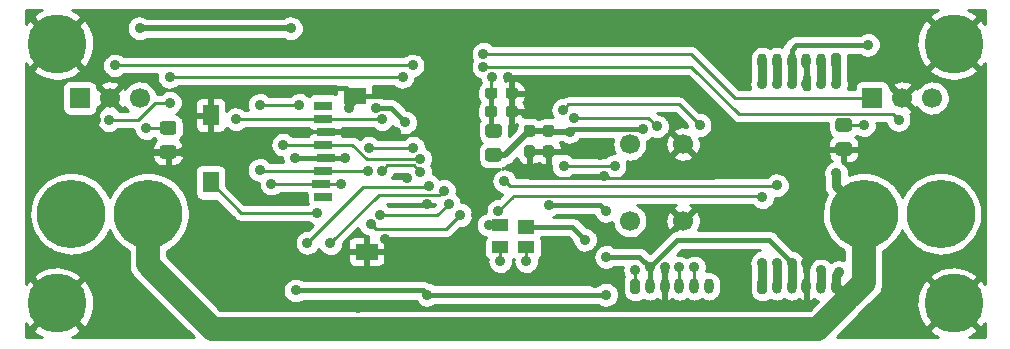
<source format=gbl>
G04 #@! TF.GenerationSoftware,KiCad,Pcbnew,5.99.0-unknown-c7daca1~86~ubuntu18.04.1*
G04 #@! TF.CreationDate,2020-03-27T13:13:07-03:00*
G04 #@! TF.ProjectId,FOD,464f442e-6b69-4636-9164-5f7063625858,rev?*
G04 #@! TF.SameCoordinates,Original*
G04 #@! TF.FileFunction,Copper,L2,Bot*
G04 #@! TF.FilePolarity,Positive*
%FSLAX46Y46*%
G04 Gerber Fmt 4.6, Leading zero omitted, Abs format (unit mm)*
G04 Created by KiCad (PCBNEW 5.99.0-unknown-c7daca1~86~ubuntu18.04.1) date 2020-03-27 13:13:07*
%MOMM*%
%LPD*%
G01*
G04 APERTURE LIST*
G04 #@! TA.AperFunction,SMDPad,CuDef*
%ADD10R,1.900000X1.400000*%
G04 #@! TD*
G04 #@! TA.AperFunction,SMDPad,CuDef*
%ADD11R,1.400000X1.800000*%
G04 #@! TD*
G04 #@! TA.AperFunction,SMDPad,CuDef*
%ADD12R,1.500000X0.800000*%
G04 #@! TD*
G04 #@! TA.AperFunction,ComponentPad*
%ADD13C,5.800000*%
G04 #@! TD*
G04 #@! TA.AperFunction,ComponentPad*
%ADD14C,5.000000*%
G04 #@! TD*
G04 #@! TA.AperFunction,ComponentPad*
%ADD15C,1.700000*%
G04 #@! TD*
G04 #@! TA.AperFunction,ComponentPad*
%ADD16R,1.700000X1.700000*%
G04 #@! TD*
G04 #@! TA.AperFunction,ComponentPad*
%ADD17O,0.800000X1.300000*%
G04 #@! TD*
G04 #@! TA.AperFunction,SMDPad,CuDef*
%ADD18R,1.400000X1.000000*%
G04 #@! TD*
G04 #@! TA.AperFunction,SMDPad,CuDef*
%ADD19R,1.400000X1.200000*%
G04 #@! TD*
G04 #@! TA.AperFunction,ViaPad*
%ADD20C,0.900000*%
G04 #@! TD*
G04 #@! TA.AperFunction,ViaPad*
%ADD21C,3.300000*%
G04 #@! TD*
G04 #@! TA.AperFunction,ViaPad*
%ADD22C,3.800000*%
G04 #@! TD*
G04 #@! TA.AperFunction,Conductor*
%ADD23C,2.000000*%
G04 #@! TD*
G04 #@! TA.AperFunction,Conductor*
%ADD24C,0.800000*%
G04 #@! TD*
G04 #@! TA.AperFunction,Conductor*
%ADD25C,0.250000*%
G04 #@! TD*
G04 #@! TA.AperFunction,Conductor*
%ADD26C,0.450000*%
G04 #@! TD*
G04 #@! TA.AperFunction,Conductor*
%ADD27C,0.550000*%
G04 #@! TD*
G04 #@! TA.AperFunction,Conductor*
%ADD28C,0.400000*%
G04 #@! TD*
G04 #@! TA.AperFunction,Conductor*
%ADD29C,0.254000*%
G04 #@! TD*
G04 APERTURE END LIST*
D10*
X128500000Y-87950000D03*
X129500000Y-101100000D03*
D11*
X116300000Y-95250000D03*
X116300000Y-89550000D03*
D12*
X125850000Y-88750000D03*
X125850000Y-89850000D03*
X126050000Y-90950000D03*
X125850000Y-92050000D03*
X126050000Y-93150000D03*
X125850000Y-94250000D03*
X125650000Y-95350000D03*
X125850000Y-96450000D03*
D13*
X171600000Y-97900000D03*
X178100000Y-97900000D03*
X111000000Y-97900000D03*
X104500000Y-97900000D03*
D14*
X179200000Y-83500000D03*
X179200000Y-105500000D03*
X103300000Y-105500000D03*
X103300000Y-83500000D03*
D15*
X110290000Y-88100000D03*
X107750000Y-88100000D03*
D16*
X105210000Y-88100000D03*
D15*
X177390000Y-88100000D03*
X174850000Y-88100000D03*
D16*
X172310000Y-88100000D03*
D15*
X151800000Y-92000000D03*
X151800000Y-98500000D03*
X156300000Y-92000000D03*
X156300000Y-98500000D03*
G04 #@! TA.AperFunction,SMDPad,CuDef*
G36*
G01*
X139799999Y-92350000D02*
X140700001Y-92350000D01*
G75*
G02*
X140950000Y-92599999I0J-249999D01*
G01*
X140950000Y-93250001D01*
G75*
G02*
X140700001Y-93500000I-249999J0D01*
G01*
X139799999Y-93500000D01*
G75*
G02*
X139550000Y-93250001I0J249999D01*
G01*
X139550000Y-92599999D01*
G75*
G02*
X139799999Y-92350000I249999J0D01*
G01*
G37*
G04 #@! TD.AperFunction*
G04 #@! TA.AperFunction,SMDPad,CuDef*
G36*
G01*
X139799999Y-90300000D02*
X140700001Y-90300000D01*
G75*
G02*
X140950000Y-90549999I0J-249999D01*
G01*
X140950000Y-91200001D01*
G75*
G02*
X140700001Y-91450000I-249999J0D01*
G01*
X139799999Y-91450000D01*
G75*
G02*
X139550000Y-91200001I0J249999D01*
G01*
X139550000Y-90549999D01*
G75*
G02*
X139799999Y-90300000I249999J0D01*
G01*
G37*
G04 #@! TD.AperFunction*
D17*
X158500000Y-104050000D03*
X157250000Y-104050000D03*
X156000000Y-104050000D03*
X154750000Y-104050000D03*
X153500000Y-104050000D03*
G04 #@! TA.AperFunction,ComponentPad*
G36*
G01*
X151850000Y-104500000D02*
X151850000Y-103600000D01*
G75*
G02*
X152050000Y-103400000I200000J0D01*
G01*
X152450000Y-103400000D01*
G75*
G02*
X152650000Y-103600000I0J-200000D01*
G01*
X152650000Y-104500000D01*
G75*
G02*
X152450000Y-104700000I-200000J0D01*
G01*
X152050000Y-104700000D01*
G75*
G02*
X151850000Y-104500000I0J200000D01*
G01*
G37*
G04 #@! TD.AperFunction*
X163000000Y-84950000D03*
X164250000Y-84950000D03*
X165500000Y-84950000D03*
X166750000Y-84950000D03*
X168000000Y-84950000D03*
G04 #@! TA.AperFunction,ComponentPad*
G36*
G01*
X169650000Y-84500000D02*
X169650000Y-85400000D01*
G75*
G02*
X169450000Y-85600000I-200000J0D01*
G01*
X169050000Y-85600000D01*
G75*
G02*
X168850000Y-85400000I0J200000D01*
G01*
X168850000Y-84500000D01*
G75*
G02*
X169050000Y-84300000I200000J0D01*
G01*
X169450000Y-84300000D01*
G75*
G02*
X169650000Y-84500000I0J-200000D01*
G01*
G37*
G04 #@! TD.AperFunction*
X169250000Y-104050000D03*
X168000000Y-104050000D03*
X166750000Y-104050000D03*
X165500000Y-104050000D03*
X164250000Y-104050000D03*
G04 #@! TA.AperFunction,ComponentPad*
G36*
G01*
X162600000Y-104500000D02*
X162600000Y-103600000D01*
G75*
G02*
X162800000Y-103400000I200000J0D01*
G01*
X163200000Y-103400000D01*
G75*
G02*
X163400000Y-103600000I0J-200000D01*
G01*
X163400000Y-104500000D01*
G75*
G02*
X163200000Y-104700000I-200000J0D01*
G01*
X162800000Y-104700000D01*
G75*
G02*
X162600000Y-104500000I0J200000D01*
G01*
G37*
G04 #@! TD.AperFunction*
G04 #@! TA.AperFunction,SMDPad,CuDef*
G36*
G01*
X113150001Y-91200000D02*
X112249999Y-91200000D01*
G75*
G02*
X112000000Y-90950001I0J249999D01*
G01*
X112000000Y-90299999D01*
G75*
G02*
X112249999Y-90050000I249999J0D01*
G01*
X113150001Y-90050000D01*
G75*
G02*
X113400000Y-90299999I0J-249999D01*
G01*
X113400000Y-90950001D01*
G75*
G02*
X113150001Y-91200000I-249999J0D01*
G01*
G37*
G04 #@! TD.AperFunction*
G04 #@! TA.AperFunction,SMDPad,CuDef*
G36*
G01*
X113150001Y-93250000D02*
X112249999Y-93250000D01*
G75*
G02*
X112000000Y-93000001I0J249999D01*
G01*
X112000000Y-92349999D01*
G75*
G02*
X112249999Y-92100000I249999J0D01*
G01*
X113150001Y-92100000D01*
G75*
G02*
X113400000Y-92349999I0J-249999D01*
G01*
X113400000Y-93000001D01*
G75*
G02*
X113150001Y-93250000I-249999J0D01*
G01*
G37*
G04 #@! TD.AperFunction*
G04 #@! TA.AperFunction,SMDPad,CuDef*
G36*
G01*
X170350001Y-90950000D02*
X169449999Y-90950000D01*
G75*
G02*
X169200000Y-90700001I0J249999D01*
G01*
X169200000Y-90049999D01*
G75*
G02*
X169449999Y-89800000I249999J0D01*
G01*
X170350001Y-89800000D01*
G75*
G02*
X170600000Y-90049999I0J-249999D01*
G01*
X170600000Y-90700001D01*
G75*
G02*
X170350001Y-90950000I-249999J0D01*
G01*
G37*
G04 #@! TD.AperFunction*
G04 #@! TA.AperFunction,SMDPad,CuDef*
G36*
G01*
X170350001Y-93000000D02*
X169449999Y-93000000D01*
G75*
G02*
X169200000Y-92750001I0J249999D01*
G01*
X169200000Y-92099999D01*
G75*
G02*
X169449999Y-91850000I249999J0D01*
G01*
X170350001Y-91850000D01*
G75*
G02*
X170600000Y-92099999I0J-249999D01*
G01*
X170600000Y-92750001D01*
G75*
G02*
X170350001Y-93000000I-249999J0D01*
G01*
G37*
G04 #@! TD.AperFunction*
D18*
X140825000Y-98850000D03*
X140825000Y-100750000D03*
X143025000Y-100750000D03*
D19*
X143025000Y-99030000D03*
G04 #@! TA.AperFunction,SMDPad,CuDef*
G36*
G01*
X144662500Y-92100000D02*
X145137500Y-92100000D01*
G75*
G02*
X145375000Y-92337500I0J-237500D01*
G01*
X145375000Y-92912500D01*
G75*
G02*
X145137500Y-93150000I-237500J0D01*
G01*
X144662500Y-93150000D01*
G75*
G02*
X144425000Y-92912500I0J237500D01*
G01*
X144425000Y-92337500D01*
G75*
G02*
X144662500Y-92100000I237500J0D01*
G01*
G37*
G04 #@! TD.AperFunction*
G04 #@! TA.AperFunction,SMDPad,CuDef*
G36*
G01*
X144662500Y-90350000D02*
X145137500Y-90350000D01*
G75*
G02*
X145375000Y-90587500I0J-237500D01*
G01*
X145375000Y-91162500D01*
G75*
G02*
X145137500Y-91400000I-237500J0D01*
G01*
X144662500Y-91400000D01*
G75*
G02*
X144425000Y-91162500I0J237500D01*
G01*
X144425000Y-90587500D01*
G75*
G02*
X144662500Y-90350000I237500J0D01*
G01*
G37*
G04 #@! TD.AperFunction*
G04 #@! TA.AperFunction,SMDPad,CuDef*
G36*
G01*
X143062500Y-92100000D02*
X143537500Y-92100000D01*
G75*
G02*
X143775000Y-92337500I0J-237500D01*
G01*
X143775000Y-92912500D01*
G75*
G02*
X143537500Y-93150000I-237500J0D01*
G01*
X143062500Y-93150000D01*
G75*
G02*
X142825000Y-92912500I0J237500D01*
G01*
X142825000Y-92337500D01*
G75*
G02*
X143062500Y-92100000I237500J0D01*
G01*
G37*
G04 #@! TD.AperFunction*
G04 #@! TA.AperFunction,SMDPad,CuDef*
G36*
G01*
X143062500Y-90350000D02*
X143537500Y-90350000D01*
G75*
G02*
X143775000Y-90587500I0J-237500D01*
G01*
X143775000Y-91162500D01*
G75*
G02*
X143537500Y-91400000I-237500J0D01*
G01*
X143062500Y-91400000D01*
G75*
G02*
X142825000Y-91162500I0J237500D01*
G01*
X142825000Y-90587500D01*
G75*
G02*
X143062500Y-90350000I237500J0D01*
G01*
G37*
G04 #@! TD.AperFunction*
G04 #@! TA.AperFunction,SMDPad,CuDef*
G36*
G01*
X141275000Y-87937500D02*
X141275000Y-87462500D01*
G75*
G02*
X141512500Y-87225000I237500J0D01*
G01*
X142087500Y-87225000D01*
G75*
G02*
X142325000Y-87462500I0J-237500D01*
G01*
X142325000Y-87937500D01*
G75*
G02*
X142087500Y-88175000I-237500J0D01*
G01*
X141512500Y-88175000D01*
G75*
G02*
X141275000Y-87937500I0J237500D01*
G01*
G37*
G04 #@! TD.AperFunction*
G04 #@! TA.AperFunction,SMDPad,CuDef*
G36*
G01*
X139525000Y-87937500D02*
X139525000Y-87462500D01*
G75*
G02*
X139762500Y-87225000I237500J0D01*
G01*
X140337500Y-87225000D01*
G75*
G02*
X140575000Y-87462500I0J-237500D01*
G01*
X140575000Y-87937500D01*
G75*
G02*
X140337500Y-88175000I-237500J0D01*
G01*
X139762500Y-88175000D01*
G75*
G02*
X139525000Y-87937500I0J237500D01*
G01*
G37*
G04 #@! TD.AperFunction*
G04 #@! TA.AperFunction,SMDPad,CuDef*
G36*
G01*
X141275000Y-89487500D02*
X141275000Y-89012500D01*
G75*
G02*
X141512500Y-88775000I237500J0D01*
G01*
X142087500Y-88775000D01*
G75*
G02*
X142325000Y-89012500I0J-237500D01*
G01*
X142325000Y-89487500D01*
G75*
G02*
X142087500Y-89725000I-237500J0D01*
G01*
X141512500Y-89725000D01*
G75*
G02*
X141275000Y-89487500I0J237500D01*
G01*
G37*
G04 #@! TD.AperFunction*
G04 #@! TA.AperFunction,SMDPad,CuDef*
G36*
G01*
X139525000Y-89487500D02*
X139525000Y-89012500D01*
G75*
G02*
X139762500Y-88775000I237500J0D01*
G01*
X140337500Y-88775000D01*
G75*
G02*
X140575000Y-89012500I0J-237500D01*
G01*
X140575000Y-89487500D01*
G75*
G02*
X140337500Y-89725000I-237500J0D01*
G01*
X139762500Y-89725000D01*
G75*
G02*
X139525000Y-89487500I0J237500D01*
G01*
G37*
G04 #@! TD.AperFunction*
D20*
X160750000Y-104050000D03*
X169500000Y-102850000D03*
X168000000Y-102700000D03*
X138800000Y-98050000D03*
X160300000Y-85950000D03*
X148850000Y-103800000D03*
X148300000Y-98450000D03*
X151300000Y-105500000D03*
X149800000Y-104750000D03*
X131750000Y-103250000D03*
X134650000Y-104750000D03*
X138200000Y-89750000D03*
X143000000Y-89450000D03*
X131050000Y-100000000D03*
X125300000Y-97800000D03*
X129847508Y-98752337D03*
X137450000Y-98000000D03*
X116300000Y-91650000D03*
X120400000Y-91450000D03*
X138800000Y-81000000D03*
X146250000Y-81000000D03*
X155750000Y-82600000D03*
X171950000Y-83600000D03*
X174550000Y-89950000D03*
X139400000Y-84349997D03*
X139400000Y-85450000D03*
D21*
X174850000Y-101800000D03*
X174850000Y-94000000D03*
X107750000Y-94000000D03*
X107750000Y-101800000D03*
D20*
X172350000Y-106850000D03*
X114000000Y-83450000D03*
X114450000Y-89350000D03*
X121850000Y-80950000D03*
X121900000Y-83450000D03*
X106400000Y-85700000D03*
X112850000Y-86300000D03*
X132550000Y-86300000D03*
X112850000Y-88500000D03*
X107700003Y-90000000D03*
X133400000Y-85350000D03*
X120450000Y-88700000D03*
X123800000Y-88700000D03*
X123100000Y-82200000D03*
X110300000Y-82200000D03*
X123450000Y-93150000D03*
X130650000Y-98000000D03*
X136450000Y-97050000D03*
X121450000Y-95350000D03*
X122450000Y-92050000D03*
X120450000Y-94200000D03*
X118450000Y-89900000D03*
X136500000Y-103300000D03*
X123500000Y-104400000D03*
X132777819Y-90172181D03*
X130287678Y-88926588D03*
X127700000Y-93150000D03*
X129650000Y-94250000D03*
X129700000Y-92300000D03*
X132000000Y-90950000D03*
X133458337Y-92300001D03*
X134050297Y-93248642D03*
X130800000Y-94250000D03*
X134047067Y-94348639D03*
X134750000Y-95549999D03*
X130800000Y-89900000D03*
X126450000Y-100400000D03*
X124500000Y-100350000D03*
X136050000Y-95950000D03*
X132900000Y-94900000D03*
X106600000Y-90000000D03*
X114000000Y-92700000D03*
X110850000Y-90650000D03*
X159000000Y-98550000D03*
X149650000Y-94700000D03*
X163000000Y-96500000D03*
X164250000Y-95500000D03*
X141175000Y-95150000D03*
X142700000Y-94250000D03*
X140675000Y-97639518D03*
X166750000Y-82200000D03*
X171600000Y-92400000D03*
X171600000Y-90400000D03*
X149800000Y-101550000D03*
X149800000Y-97650000D03*
X144950000Y-97150000D03*
X155750000Y-87450000D03*
X155750000Y-90050000D03*
X156600000Y-101350000D03*
X159000000Y-101350000D03*
X153500000Y-102450000D03*
X156000000Y-102450000D03*
X157700000Y-90400000D03*
X157250000Y-102450000D03*
X154100000Y-90500000D03*
X152900000Y-90750000D03*
X154750000Y-102450000D03*
X133650000Y-82150000D03*
X127550000Y-82200000D03*
X127600000Y-83750000D03*
X127150000Y-105800000D03*
X128800000Y-105900000D03*
X149250000Y-92900000D03*
X147150000Y-92550000D03*
X146703713Y-90953713D03*
X147030002Y-89760001D03*
X146150000Y-89100000D03*
X146200000Y-93850000D03*
X150500000Y-93850000D03*
X152250000Y-102700000D03*
X132950000Y-102000000D03*
X134600000Y-97100000D03*
X139850000Y-98850000D03*
X148000000Y-100100000D03*
X146250000Y-100350000D03*
X140825000Y-101900000D03*
X143025000Y-101900000D03*
X144500000Y-87700000D03*
X140150000Y-86350000D03*
X141500000Y-86350000D03*
X142950000Y-81000000D03*
X142900000Y-82500000D03*
X164850000Y-105550000D03*
X163000000Y-86950000D03*
X163000000Y-102050000D03*
X164250000Y-102050000D03*
X164250000Y-86950000D03*
X165500000Y-102050000D03*
X165500000Y-86950000D03*
X166750000Y-102050000D03*
X166750000Y-86950000D03*
X168000000Y-86900000D03*
X154750000Y-105700000D03*
X169250000Y-86900000D03*
X169250000Y-94450000D03*
X117500000Y-105050000D03*
D22*
X160200000Y-92500000D03*
D20*
X149250000Y-87000000D03*
X127300000Y-95350000D03*
X135200000Y-85850000D03*
X128000000Y-88950000D03*
X108200000Y-85350000D03*
D23*
X170275000Y-105075000D02*
X167700000Y-107650000D01*
X171600000Y-103750000D02*
X170275000Y-105075000D01*
D24*
X169250000Y-104050000D02*
X170275000Y-105075000D01*
X169250000Y-104050000D02*
X169250000Y-103100000D01*
X169250000Y-103100000D02*
X169500000Y-102850000D01*
D23*
X171600000Y-97900000D02*
X171600000Y-103750000D01*
X167700000Y-107650000D02*
X165662755Y-107650000D01*
D24*
X168000000Y-104050000D02*
X168000000Y-102700000D01*
D25*
X143200000Y-94750000D02*
X143250000Y-94800000D01*
X143250000Y-94800000D02*
X143300000Y-94850000D01*
X143300000Y-94850000D02*
X149500000Y-94850000D01*
X149500000Y-94850000D02*
X149650000Y-94700000D01*
X149850000Y-94900000D02*
X157850000Y-94900000D01*
X149650000Y-94700000D02*
X149850000Y-94900000D01*
X157850000Y-94900000D02*
X158850000Y-94900000D01*
X158850000Y-94900000D02*
X160200000Y-93550000D01*
X160200000Y-93550000D02*
X160200000Y-92500000D01*
X142700000Y-94250000D02*
X143200000Y-94750000D01*
D26*
X116300000Y-89550000D02*
X116300000Y-88000000D01*
X116300000Y-88000000D02*
X117050000Y-87250000D01*
X117050000Y-87250000D02*
X118250000Y-87250000D01*
X118250000Y-87250000D02*
X127800000Y-87250000D01*
X127800000Y-87250000D02*
X128500000Y-87950000D01*
D25*
X141175000Y-95150000D02*
X141225000Y-95150000D01*
X141225000Y-95150000D02*
X141650001Y-95575001D01*
X141650001Y-95575001D02*
X141750001Y-95575001D01*
X141925001Y-95575001D02*
X141750001Y-95575001D01*
D26*
X146600000Y-104750000D02*
X149800000Y-104750000D01*
X128595002Y-104400000D02*
X134300000Y-104400000D01*
X134300000Y-104400000D02*
X134650000Y-104750000D01*
D25*
X131750000Y-101400000D02*
X131750000Y-103250000D01*
X129500000Y-101100000D02*
X131450000Y-101100000D01*
X131450000Y-101100000D02*
X131750000Y-101400000D01*
D26*
X146600000Y-104750000D02*
X134650000Y-104750000D01*
D25*
X116300000Y-95250000D02*
X118850000Y-97800000D01*
X118850000Y-97800000D02*
X125300000Y-97800000D01*
X129870172Y-98775001D02*
X129847508Y-98752337D01*
X116300000Y-89550000D02*
X116300000Y-91650000D01*
X126050000Y-90950000D02*
X120900000Y-90950000D01*
X120900000Y-90950000D02*
X120400000Y-91450000D01*
D26*
X165500000Y-84950000D02*
X165500000Y-84000000D01*
X165900000Y-83600000D02*
X171950000Y-83600000D01*
X165500000Y-84000000D02*
X165900000Y-83600000D01*
D25*
X139400000Y-84349997D02*
X155449997Y-84349997D01*
X139400000Y-85450000D02*
X154897002Y-85450000D01*
X174074990Y-89474990D02*
X174550000Y-89950000D01*
X107700003Y-90000000D02*
X110129002Y-90000000D01*
X120450000Y-88700000D02*
X123800000Y-88700000D01*
D27*
X123100000Y-82200000D02*
X110300000Y-82200000D01*
D26*
X123450000Y-93150000D02*
X126050000Y-93150000D01*
D25*
X129500000Y-101100000D02*
X129500000Y-100750000D01*
X135500000Y-98000000D02*
X136450000Y-97050000D01*
X130650000Y-98000000D02*
X135500000Y-98000000D01*
X125650000Y-95350000D02*
X121450000Y-95350000D01*
X125850000Y-92050000D02*
X122450000Y-92050000D01*
X125850000Y-94250000D02*
X120500000Y-94250000D01*
X120500000Y-94250000D02*
X120450000Y-94200000D01*
X125850000Y-89850000D02*
X118500000Y-89850000D01*
X118500000Y-89850000D02*
X118450000Y-89900000D01*
D26*
X123500000Y-104400000D02*
X128595002Y-104400000D01*
X130287678Y-88926588D02*
X131532226Y-88926588D01*
X131532226Y-88926588D02*
X132777819Y-90172181D01*
X128500000Y-87950000D02*
X132150000Y-87950000D01*
D25*
X125850000Y-92050000D02*
X128302998Y-92050000D01*
X128302998Y-92050000D02*
X129501640Y-93248642D01*
X129501640Y-93248642D02*
X134050297Y-93248642D01*
D26*
X126050000Y-93150000D02*
X127700000Y-93150000D01*
D25*
X125850000Y-94250000D02*
X129650000Y-94250000D01*
X129700000Y-92300000D02*
X130336397Y-92300001D01*
X130336397Y-92300001D02*
X133458337Y-92300001D01*
X130800000Y-94250000D02*
X131249999Y-93800001D01*
X133498429Y-93800001D02*
X134047067Y-94348639D01*
X131249999Y-93800001D02*
X133498429Y-93800001D01*
X133574999Y-95675001D02*
X134624998Y-95675001D01*
X134624998Y-95675001D02*
X134750000Y-95549999D01*
X130800000Y-89900000D02*
X125900000Y-89900000D01*
X125900000Y-89900000D02*
X125850000Y-89850000D01*
X126050000Y-90950000D02*
X132000000Y-90950000D01*
X126450000Y-100400000D02*
X130525001Y-96324999D01*
X130525001Y-96324999D02*
X135675001Y-96324999D01*
X135675001Y-96324999D02*
X136050000Y-95950000D01*
X129174999Y-95675001D02*
X124500000Y-100350000D01*
X133574999Y-95675001D02*
X129174999Y-95675001D01*
X113825000Y-92675000D02*
X113850000Y-92700000D01*
X112325000Y-90650000D02*
X112350000Y-90625000D01*
X141925001Y-95575001D02*
X164174999Y-95575001D01*
X164174999Y-95575001D02*
X164250000Y-95500000D01*
X143300000Y-92625000D02*
X143300000Y-93650000D01*
X143300000Y-93650000D02*
X142700000Y-94250000D01*
D26*
X155825001Y-100124999D02*
X163574999Y-100124999D01*
X153500000Y-102450000D02*
X155825001Y-100124999D01*
X163574999Y-100124999D02*
X165500000Y-102050000D01*
X165500000Y-84950000D02*
X165500000Y-84783260D01*
D25*
X169900000Y-92425000D02*
X171575000Y-92425000D01*
X171575000Y-92425000D02*
X171600000Y-92400000D01*
X171600000Y-90400000D02*
X169925000Y-90400000D01*
X169925000Y-90400000D02*
X169900000Y-90375000D01*
D26*
X144950000Y-97150000D02*
X149300000Y-97150000D01*
X149800000Y-101550000D02*
X152600000Y-101550000D01*
X149300000Y-97150000D02*
X149800000Y-97650000D01*
X152600000Y-101550000D02*
X153500000Y-102450000D01*
X153500000Y-104050000D02*
X153500000Y-102450000D01*
D25*
X156000000Y-102450000D02*
X156000000Y-104050000D01*
X146599999Y-88650001D02*
X155950001Y-88650001D01*
X146150000Y-89100000D02*
X146599999Y-88650001D01*
X157250000Y-102450000D02*
X157250000Y-104050000D01*
X155950001Y-88650001D02*
X157700000Y-90400000D01*
X147030002Y-89760001D02*
X153360001Y-89760001D01*
X153360001Y-89760001D02*
X154100000Y-90500000D01*
D26*
X146703713Y-90953713D02*
X146932427Y-90724999D01*
X152874999Y-90724999D02*
X152900000Y-90750000D01*
X146932427Y-90724999D02*
X152874999Y-90724999D01*
D25*
X154750000Y-104050000D02*
X154750000Y-102450000D01*
X143300000Y-92625000D02*
X144900000Y-92625000D01*
D27*
X144900000Y-90875000D02*
X143300000Y-90875000D01*
D25*
X144900000Y-92625000D02*
X147075000Y-92625000D01*
X147075000Y-92625000D02*
X147150000Y-92550000D01*
D27*
X146703713Y-90953713D02*
X144978713Y-90953713D01*
D25*
X144978713Y-90953713D02*
X144900000Y-90875000D01*
X145000000Y-90975000D02*
X144900000Y-90875000D01*
X146200000Y-93850000D02*
X150500000Y-93850000D01*
X152250000Y-102700000D02*
X152250000Y-104050000D01*
D26*
X143025000Y-99030000D02*
X146930000Y-99030000D01*
X146930000Y-99030000D02*
X148000000Y-100100000D01*
D27*
X140250000Y-92925000D02*
X141250000Y-92925000D01*
X141250000Y-92925000D02*
X143300000Y-90875000D01*
D25*
X141800000Y-87700000D02*
X144500000Y-87700000D01*
D28*
X140050000Y-89250000D02*
X140050000Y-90675000D01*
D25*
X140050000Y-90675000D02*
X140250000Y-90875000D01*
D28*
X140050000Y-89250000D02*
X140050000Y-87700000D01*
D25*
X141800000Y-87700000D02*
X141800000Y-89250000D01*
X140050000Y-87700000D02*
X140050000Y-86450000D01*
X140050000Y-86450000D02*
X140150000Y-86350000D01*
X141800000Y-87700000D02*
X141800000Y-86650000D01*
X141800000Y-86650000D02*
X141500000Y-86350000D01*
X166750000Y-104050000D02*
X166750000Y-104300000D01*
D24*
X170050000Y-96350000D02*
X171600000Y-97900000D01*
D23*
X116450000Y-107650000D02*
X165662755Y-107650000D01*
D24*
X163000000Y-102050000D02*
X163000000Y-104050000D01*
X163000000Y-84950000D02*
X163000000Y-86950000D01*
X164250000Y-104050000D02*
X164250000Y-102050000D01*
X164250000Y-86950000D02*
X164250000Y-84950000D01*
X165500000Y-102050000D02*
X165500000Y-104050000D01*
X165500000Y-84950000D02*
X165500000Y-86950000D01*
D25*
X166750000Y-104050000D02*
X166750000Y-102050000D01*
X166750000Y-86950000D02*
X166750000Y-84950000D01*
D24*
X168000000Y-84950000D02*
X168000000Y-86900000D01*
D23*
X111000000Y-102200000D02*
X116450000Y-107650000D01*
X111000000Y-97900000D02*
X111000000Y-102200000D01*
D25*
X154750000Y-104050000D02*
X154750000Y-105700000D01*
D24*
X169250000Y-95550000D02*
X171600000Y-97900000D01*
X169250000Y-84950000D02*
X169250000Y-86900000D01*
X169250000Y-94450000D02*
X169250000Y-95550000D01*
D25*
X112725000Y-92700000D02*
X112700000Y-92675000D01*
X114000000Y-92700000D02*
X112725000Y-92700000D01*
X112675000Y-90650000D02*
X112700000Y-90625000D01*
X110850000Y-90650000D02*
X112675000Y-90650000D01*
X127300000Y-95350000D02*
X125650000Y-95350000D01*
X132950000Y-87950000D02*
X133100000Y-87950000D01*
D26*
X132150000Y-87950000D02*
X132950000Y-87950000D01*
X133100000Y-87950000D02*
X135200000Y-85850000D01*
D25*
X128500000Y-88450000D02*
X128000000Y-88950000D01*
X128500000Y-87950000D02*
X128500000Y-88450000D01*
X156949997Y-84349997D02*
X160700000Y-88100000D01*
X160700000Y-88100000D02*
X172310000Y-88100000D01*
X155449997Y-84349997D02*
X156949997Y-84349997D01*
X161024990Y-89474990D02*
X174074990Y-89474990D01*
X157000000Y-85450000D02*
X161024990Y-89474990D01*
X154897002Y-85450000D02*
X157000000Y-85450000D01*
X112850000Y-86300000D02*
X132550000Y-86300000D01*
X111629002Y-88500000D02*
X112850000Y-88500000D01*
X110129002Y-90000000D02*
X111629002Y-88500000D01*
X108200000Y-85350000D02*
X133400000Y-85350000D01*
X140825000Y-101900000D02*
X140825000Y-100750000D01*
X143025000Y-101900000D02*
X143025000Y-100750000D01*
X141939519Y-96374999D02*
X162874999Y-96374999D01*
X162874999Y-96374999D02*
X163000000Y-96500000D01*
X141864518Y-96450000D02*
X141939519Y-96374999D01*
X140675000Y-97639518D02*
X141864518Y-96450000D01*
D26*
X140825000Y-98850000D02*
X139850000Y-98850000D01*
D25*
X129847508Y-98752337D02*
X130297507Y-99202336D01*
X136247664Y-99202336D02*
X130297507Y-99202336D01*
X137450000Y-98000000D02*
X136247664Y-99202336D01*
G36*
X101951860Y-80665135D02*
G01*
X101945308Y-80668260D01*
X101634963Y-80838873D01*
X101628814Y-80842730D01*
X101340135Y-81047883D01*
X101334470Y-81052422D01*
X101234510Y-81142427D01*
X101231676Y-81250657D01*
X103247809Y-83266790D01*
X103352191Y-83266790D01*
X105372309Y-81246672D01*
X105364516Y-81132360D01*
X105053829Y-80896535D01*
X105047803Y-80892486D01*
X104742971Y-80712209D01*
X104736521Y-80708880D01*
X104568338Y-80634000D01*
X177928154Y-80634000D01*
X177851860Y-80665135D01*
X177845308Y-80668260D01*
X177534963Y-80838873D01*
X177528814Y-80842730D01*
X177240135Y-81047883D01*
X177234470Y-81052422D01*
X177134510Y-81142427D01*
X177131676Y-81250657D01*
X179147809Y-83266790D01*
X179252191Y-83266790D01*
X181272309Y-81246672D01*
X181264516Y-81132360D01*
X180953829Y-80896535D01*
X180947803Y-80892486D01*
X180642971Y-80712209D01*
X180636521Y-80708880D01*
X180468338Y-80634000D01*
X181866000Y-80634000D01*
X181866000Y-81850825D01*
X181732036Y-81644539D01*
X181727738Y-81638688D01*
X181560736Y-81436816D01*
X181449451Y-81431568D01*
X179433210Y-83447809D01*
X179433210Y-83552191D01*
X181450690Y-85569671D01*
X181557384Y-85567996D01*
X181605876Y-85516359D01*
X181610534Y-85510789D01*
X181821688Y-85226470D01*
X181825673Y-85220402D01*
X181866000Y-85150554D01*
X181866001Y-103850827D01*
X181732036Y-103644539D01*
X181727738Y-103638688D01*
X181560736Y-103436816D01*
X181449451Y-103431568D01*
X179433210Y-105447809D01*
X179433210Y-105552191D01*
X181450690Y-107569671D01*
X181557384Y-107567996D01*
X181605876Y-107516359D01*
X181610534Y-107510789D01*
X181821688Y-107226470D01*
X181825673Y-107220402D01*
X181866001Y-107150552D01*
X181866001Y-108366000D01*
X180478609Y-108366000D01*
X180780628Y-108212114D01*
X180786895Y-108208452D01*
X181081875Y-108012466D01*
X181087680Y-108008108D01*
X181263420Y-107859595D01*
X181268053Y-107749072D01*
X179252191Y-105733210D01*
X179147809Y-105733210D01*
X177130955Y-107750064D01*
X177136827Y-107862108D01*
X177365260Y-108047090D01*
X177371155Y-108051326D01*
X177670174Y-108241090D01*
X177676517Y-108244620D01*
X177927602Y-108366000D01*
X169297651Y-108366000D01*
X171485686Y-106177968D01*
X171485723Y-106177929D01*
X172085108Y-105578544D01*
X176061884Y-105578544D01*
X176062074Y-105585801D01*
X176091709Y-105938709D01*
X176092731Y-105945896D01*
X176162731Y-106293060D01*
X176164573Y-106300081D01*
X176274012Y-106636899D01*
X176276649Y-106643662D01*
X176424075Y-106965669D01*
X176427472Y-106972085D01*
X176610932Y-107275013D01*
X176615044Y-107280995D01*
X176834439Y-107563839D01*
X176947997Y-107570984D01*
X178966790Y-105552191D01*
X178966790Y-105447809D01*
X176950982Y-103432001D01*
X176841986Y-103435426D01*
X176731974Y-103560208D01*
X176727495Y-103565921D01*
X176525376Y-103856731D01*
X176521583Y-103862921D01*
X176354229Y-104175035D01*
X176351172Y-104181620D01*
X176220801Y-104510901D01*
X176218522Y-104517793D01*
X176126861Y-104859877D01*
X176125389Y-104866985D01*
X176073653Y-105217337D01*
X176073008Y-105224568D01*
X176061884Y-105578544D01*
X172085108Y-105578544D01*
X172693753Y-104969900D01*
X172745358Y-104928409D01*
X172754163Y-104919786D01*
X172807859Y-104855795D01*
X172811692Y-104851962D01*
X172815829Y-104847400D01*
X172858770Y-104795122D01*
X172952432Y-104683500D01*
X172959393Y-104673333D01*
X172960578Y-104671177D01*
X172962136Y-104669281D01*
X172968990Y-104659042D01*
X173037742Y-104530819D01*
X173107994Y-104403030D01*
X173112850Y-104391699D01*
X173113593Y-104389358D01*
X173114746Y-104387207D01*
X173119483Y-104375827D01*
X173162022Y-104236687D01*
X173206180Y-104097482D01*
X173208791Y-104084990D01*
X173208995Y-104083045D01*
X173209667Y-104080848D01*
X173212102Y-104068770D01*
X173243275Y-103761900D01*
X173243318Y-103749575D01*
X173236000Y-103672159D01*
X173236000Y-103250657D01*
X177131676Y-103250657D01*
X179147809Y-105266790D01*
X179252191Y-105266790D01*
X181272309Y-103246672D01*
X181264516Y-103132360D01*
X180953829Y-102896535D01*
X180947803Y-102892486D01*
X180642971Y-102712209D01*
X180636521Y-102708880D01*
X180312987Y-102564833D01*
X180306196Y-102562267D01*
X179968252Y-102456362D01*
X179961211Y-102454594D01*
X179613333Y-102388232D01*
X179606136Y-102387284D01*
X179252936Y-102361348D01*
X179245678Y-102361234D01*
X178891837Y-102376064D01*
X178884614Y-102376784D01*
X178534823Y-102432186D01*
X178527731Y-102433732D01*
X178186625Y-102528971D01*
X178179758Y-102531322D01*
X177851860Y-102665135D01*
X177845308Y-102668260D01*
X177534963Y-102838873D01*
X177528814Y-102842730D01*
X177240135Y-103047883D01*
X177234470Y-103052422D01*
X177134510Y-103142427D01*
X177131676Y-103250657D01*
X173236000Y-103250657D01*
X173236000Y-101032529D01*
X173403883Y-100944762D01*
X173409746Y-100941281D01*
X173722163Y-100732135D01*
X173727616Y-100728041D01*
X174015620Y-100486378D01*
X174020599Y-100481719D01*
X174280818Y-100210364D01*
X174285264Y-100205195D01*
X174514656Y-99907324D01*
X174518518Y-99901704D01*
X174714398Y-99580802D01*
X174717631Y-99574798D01*
X174850610Y-99292203D01*
X174965003Y-99542059D01*
X174968172Y-99548097D01*
X175160681Y-99871033D01*
X175164484Y-99876693D01*
X175390743Y-100176949D01*
X175395135Y-100182165D01*
X175652499Y-100456228D01*
X175657429Y-100460939D01*
X175942885Y-100705606D01*
X175948295Y-100709757D01*
X176258506Y-100922163D01*
X176264333Y-100925705D01*
X176595668Y-101103366D01*
X176601843Y-101106259D01*
X176950429Y-101247096D01*
X176956880Y-101249305D01*
X177318637Y-101351672D01*
X177325289Y-101353171D01*
X177695986Y-101415870D01*
X177702761Y-101416642D01*
X178078061Y-101438938D01*
X178084880Y-101438974D01*
X178460391Y-101420609D01*
X178467174Y-101419908D01*
X178838507Y-101361094D01*
X178845175Y-101359665D01*
X179207984Y-101261092D01*
X179214458Y-101258951D01*
X179564499Y-101121771D01*
X179570704Y-101118943D01*
X179903883Y-100944762D01*
X179909746Y-100941281D01*
X180222163Y-100732135D01*
X180227616Y-100728041D01*
X180515620Y-100486378D01*
X180520599Y-100481719D01*
X180780818Y-100210364D01*
X180785264Y-100205195D01*
X181014656Y-99907324D01*
X181018518Y-99901704D01*
X181214398Y-99580802D01*
X181217631Y-99574798D01*
X181377707Y-99234618D01*
X181380272Y-99228300D01*
X181502673Y-98872822D01*
X181504541Y-98866264D01*
X181587835Y-98499645D01*
X181588984Y-98492924D01*
X181632208Y-98119345D01*
X181632626Y-98112318D01*
X181634023Y-97712349D01*
X181633654Y-97705320D01*
X181593038Y-97331447D01*
X181591936Y-97324718D01*
X181511205Y-96957528D01*
X181509382Y-96950956D01*
X181389465Y-96594632D01*
X181386944Y-96588296D01*
X181229247Y-96247007D01*
X181226056Y-96240981D01*
X181032421Y-95918719D01*
X181028598Y-95913072D01*
X180801292Y-95613608D01*
X180796882Y-95608407D01*
X180538564Y-95335244D01*
X180533617Y-95330550D01*
X180247308Y-95086881D01*
X180241883Y-95082749D01*
X179930934Y-94871427D01*
X179925095Y-94867905D01*
X179593140Y-94691402D01*
X179586955Y-94688531D01*
X179237881Y-94548912D01*
X179231422Y-94546725D01*
X178869309Y-94445622D01*
X178862652Y-94444146D01*
X178491740Y-94382741D01*
X178484962Y-94381993D01*
X178109586Y-94361006D01*
X178102767Y-94360994D01*
X177727321Y-94380671D01*
X177720541Y-94381396D01*
X177349415Y-94441505D01*
X177342753Y-94442958D01*
X176980291Y-94542796D01*
X176973824Y-94544960D01*
X176624264Y-94683360D01*
X176618069Y-94686210D01*
X176285500Y-94861553D01*
X176279649Y-94865055D01*
X175967963Y-95075290D01*
X175962524Y-95079403D01*
X175675367Y-95322070D01*
X175670405Y-95326747D01*
X175411134Y-95599008D01*
X175406706Y-95604193D01*
X175178355Y-95902862D01*
X175174512Y-95908495D01*
X174979755Y-96230079D01*
X174976543Y-96236094D01*
X174849797Y-96507901D01*
X174729247Y-96247007D01*
X174726056Y-96240981D01*
X174532421Y-95918719D01*
X174528598Y-95913072D01*
X174301292Y-95613608D01*
X174296882Y-95608407D01*
X174038564Y-95335244D01*
X174033617Y-95330550D01*
X173747308Y-95086881D01*
X173741883Y-95082749D01*
X173430934Y-94871427D01*
X173425095Y-94867905D01*
X173093140Y-94691402D01*
X173086955Y-94688531D01*
X172737881Y-94548912D01*
X172731422Y-94546725D01*
X172369309Y-94445622D01*
X172362652Y-94444146D01*
X171991740Y-94382741D01*
X171984962Y-94381993D01*
X171609586Y-94361006D01*
X171602767Y-94360994D01*
X171227321Y-94380671D01*
X171220541Y-94381396D01*
X170849415Y-94441505D01*
X170842753Y-94442958D01*
X170480291Y-94542796D01*
X170473824Y-94544960D01*
X170332475Y-94600924D01*
X170334013Y-94594933D01*
X170336000Y-94579203D01*
X170336000Y-94320797D01*
X170334013Y-94305067D01*
X170269750Y-94054779D01*
X170263914Y-94040038D01*
X170139425Y-93813593D01*
X170130106Y-93800767D01*
X169953215Y-93612396D01*
X169940998Y-93602290D01*
X169882893Y-93565415D01*
X170027999Y-93565415D01*
X170101808Y-93639224D01*
X170354184Y-93639224D01*
X170367614Y-93637780D01*
X170703353Y-93564745D01*
X170724188Y-93556115D01*
X170924620Y-93427304D01*
X170938241Y-93415501D01*
X171092783Y-93237151D01*
X171102527Y-93221989D01*
X171200561Y-93007324D01*
X171205639Y-92990031D01*
X171238582Y-92760907D01*
X171239224Y-92751930D01*
X171239224Y-92626809D01*
X171165415Y-92553000D01*
X170101809Y-92552999D01*
X170028000Y-92626808D01*
X170027999Y-93565415D01*
X169882893Y-93565415D01*
X169772000Y-93495041D01*
X169772001Y-92626809D01*
X169698192Y-92553000D01*
X168634585Y-92552999D01*
X168560776Y-92626808D01*
X168560776Y-92754184D01*
X168562220Y-92767614D01*
X168635255Y-93103353D01*
X168643885Y-93124188D01*
X168772696Y-93324620D01*
X168784499Y-93338241D01*
X168882159Y-93422864D01*
X168670697Y-93522370D01*
X168657311Y-93530865D01*
X168458205Y-93695580D01*
X168447351Y-93707138D01*
X168295463Y-93916193D01*
X168287825Y-93930087D01*
X168192700Y-94170347D01*
X168188757Y-94185703D01*
X168156370Y-94442073D01*
X168156370Y-94457927D01*
X168188757Y-94714297D01*
X168192700Y-94729653D01*
X168214000Y-94783451D01*
X168214001Y-95482100D01*
X168206149Y-95541741D01*
X168206149Y-95558258D01*
X168215079Y-95626088D01*
X168239580Y-95812192D01*
X168243855Y-95828147D01*
X168272642Y-95897644D01*
X168341868Y-96064773D01*
X168350127Y-96079077D01*
X168459688Y-96221858D01*
X168474301Y-96240902D01*
X168317654Y-96576831D01*
X168315111Y-96583158D01*
X168193951Y-96939061D01*
X168192106Y-96945626D01*
X168110093Y-97312533D01*
X168108967Y-97319259D01*
X168067059Y-97692877D01*
X168066667Y-97699685D01*
X168065355Y-98075644D01*
X168065700Y-98082454D01*
X168104999Y-98456355D01*
X168106077Y-98463088D01*
X168185527Y-98830559D01*
X168187326Y-98837136D01*
X168305998Y-99193878D01*
X168308497Y-99200222D01*
X168465003Y-99542059D01*
X168468172Y-99548097D01*
X168660681Y-99871033D01*
X168664484Y-99876693D01*
X168890743Y-100176949D01*
X168895135Y-100182165D01*
X169152499Y-100456228D01*
X169157429Y-100460939D01*
X169442885Y-100705606D01*
X169448295Y-100709757D01*
X169758506Y-100922163D01*
X169764333Y-100925705D01*
X169964001Y-101032766D01*
X169964001Y-101859680D01*
X169958472Y-101857079D01*
X169712713Y-101777226D01*
X169697139Y-101774255D01*
X169439242Y-101758030D01*
X169423419Y-101759025D01*
X169169589Y-101807446D01*
X169154511Y-101812346D01*
X168920697Y-101922370D01*
X168907310Y-101930865D01*
X168828632Y-101995953D01*
X168703215Y-101862396D01*
X168690998Y-101852290D01*
X168472818Y-101713829D01*
X168458472Y-101707079D01*
X168212713Y-101627226D01*
X168197139Y-101624255D01*
X167939242Y-101608030D01*
X167923419Y-101609025D01*
X167669589Y-101657446D01*
X167654511Y-101662346D01*
X167420697Y-101772370D01*
X167407311Y-101780865D01*
X167208205Y-101945580D01*
X167197351Y-101957138D01*
X167045463Y-102166193D01*
X167037825Y-102180087D01*
X166942700Y-102420347D01*
X166938757Y-102435703D01*
X166906370Y-102692073D01*
X166906370Y-102707927D01*
X166921808Y-102830130D01*
X166878000Y-102865605D01*
X166878000Y-105234395D01*
X166971412Y-105310038D01*
X167064790Y-105290190D01*
X167077350Y-105286108D01*
X167263782Y-105203103D01*
X167275219Y-105196500D01*
X167375000Y-105124004D01*
X167474781Y-105196499D01*
X167486219Y-105203103D01*
X167672652Y-105286109D01*
X167685212Y-105290190D01*
X167735475Y-105300873D01*
X167022348Y-106014000D01*
X117127652Y-106014000D01*
X115505725Y-104392073D01*
X122406370Y-104392073D01*
X122406370Y-104407927D01*
X122438757Y-104664297D01*
X122442700Y-104679653D01*
X122537825Y-104919913D01*
X122545463Y-104933807D01*
X122697351Y-105142862D01*
X122708205Y-105154420D01*
X122907311Y-105319135D01*
X122920697Y-105327630D01*
X123154511Y-105437654D01*
X123169589Y-105442554D01*
X123423419Y-105490975D01*
X123439242Y-105491970D01*
X123697139Y-105475745D01*
X123712713Y-105472774D01*
X123958472Y-105392921D01*
X123972818Y-105386171D01*
X124170056Y-105261000D01*
X133684296Y-105261000D01*
X133687825Y-105269913D01*
X133695463Y-105283807D01*
X133847351Y-105492862D01*
X133858205Y-105504420D01*
X134057311Y-105669135D01*
X134070697Y-105677630D01*
X134304511Y-105787654D01*
X134319589Y-105792554D01*
X134573419Y-105840975D01*
X134589242Y-105841970D01*
X134847139Y-105825745D01*
X134862713Y-105822774D01*
X135108472Y-105742921D01*
X135122818Y-105736171D01*
X135320056Y-105611000D01*
X149137037Y-105611000D01*
X149207310Y-105669135D01*
X149220697Y-105677630D01*
X149454511Y-105787654D01*
X149469589Y-105792554D01*
X149723419Y-105840975D01*
X149739242Y-105841970D01*
X149997139Y-105825745D01*
X150012713Y-105822774D01*
X150258472Y-105742921D01*
X150272818Y-105736171D01*
X150490998Y-105597710D01*
X150503215Y-105587604D01*
X150680106Y-105399233D01*
X150689425Y-105386407D01*
X150813914Y-105159962D01*
X150819750Y-105145221D01*
X150884013Y-104894933D01*
X150886000Y-104879203D01*
X150886000Y-104620797D01*
X150884013Y-104605067D01*
X150819750Y-104354779D01*
X150813914Y-104340038D01*
X150689425Y-104113593D01*
X150680106Y-104100767D01*
X150503215Y-103912396D01*
X150490998Y-103902290D01*
X150272818Y-103763829D01*
X150258472Y-103757079D01*
X150012713Y-103677226D01*
X149997139Y-103674255D01*
X149739242Y-103658030D01*
X149723419Y-103659025D01*
X149469589Y-103707446D01*
X149454511Y-103712346D01*
X149220697Y-103822370D01*
X149207310Y-103830865D01*
X149137037Y-103889000D01*
X135320056Y-103889000D01*
X135122818Y-103763829D01*
X135108472Y-103757079D01*
X134862713Y-103677226D01*
X134847139Y-103674255D01*
X134769754Y-103669387D01*
X134769357Y-103669126D01*
X134745797Y-103658064D01*
X134724973Y-103642458D01*
X134709228Y-103633838D01*
X134634644Y-103605877D01*
X134562351Y-103571936D01*
X134544795Y-103566627D01*
X134520098Y-103562937D01*
X134495278Y-103553631D01*
X134477742Y-103549776D01*
X134386837Y-103543020D01*
X134364573Y-103539693D01*
X134355248Y-103539000D01*
X134332739Y-103539000D01*
X134249880Y-103532843D01*
X134231969Y-103534064D01*
X134208846Y-103539000D01*
X124170056Y-103539000D01*
X123972818Y-103413829D01*
X123958472Y-103407079D01*
X123712713Y-103327226D01*
X123697139Y-103324255D01*
X123439242Y-103308030D01*
X123423419Y-103309025D01*
X123169589Y-103357446D01*
X123154511Y-103362346D01*
X122920697Y-103472370D01*
X122907311Y-103480865D01*
X122708205Y-103645580D01*
X122697351Y-103657138D01*
X122545463Y-103866193D01*
X122537825Y-103880087D01*
X122442700Y-104120347D01*
X122438757Y-104135703D01*
X122406370Y-104392073D01*
X115505725Y-104392073D01*
X112636000Y-101522348D01*
X112636000Y-101032529D01*
X112803883Y-100944762D01*
X112809746Y-100941281D01*
X113122163Y-100732135D01*
X113127616Y-100728041D01*
X113415620Y-100486378D01*
X113420599Y-100481719D01*
X113680818Y-100210364D01*
X113685264Y-100205195D01*
X113914656Y-99907324D01*
X113918518Y-99901704D01*
X114114398Y-99580802D01*
X114117631Y-99574798D01*
X114277707Y-99234618D01*
X114280272Y-99228300D01*
X114402673Y-98872822D01*
X114404541Y-98866264D01*
X114487835Y-98499645D01*
X114488984Y-98492924D01*
X114532208Y-98119345D01*
X114532626Y-98112318D01*
X114534023Y-97712349D01*
X114533654Y-97705320D01*
X114493038Y-97331447D01*
X114491936Y-97324718D01*
X114411205Y-96957528D01*
X114409382Y-96950956D01*
X114289465Y-96594632D01*
X114286944Y-96588296D01*
X114129247Y-96247007D01*
X114126056Y-96240981D01*
X113932421Y-95918719D01*
X113928598Y-95913072D01*
X113701292Y-95613608D01*
X113696882Y-95608407D01*
X113438564Y-95335244D01*
X113433617Y-95330550D01*
X113147308Y-95086881D01*
X113141883Y-95082749D01*
X112830934Y-94871427D01*
X112825095Y-94867905D01*
X112493140Y-94691402D01*
X112486955Y-94688531D01*
X112137881Y-94548912D01*
X112131422Y-94546725D01*
X111769309Y-94445622D01*
X111762652Y-94444146D01*
X111391740Y-94382741D01*
X111384962Y-94381993D01*
X111009586Y-94361006D01*
X111002767Y-94360994D01*
X110627321Y-94380671D01*
X110620541Y-94381396D01*
X110249415Y-94441505D01*
X110242753Y-94442958D01*
X109880291Y-94542796D01*
X109873824Y-94544960D01*
X109524264Y-94683360D01*
X109518069Y-94686210D01*
X109185500Y-94861553D01*
X109179649Y-94865055D01*
X108867963Y-95075290D01*
X108862524Y-95079403D01*
X108575367Y-95322070D01*
X108570405Y-95326747D01*
X108311134Y-95599008D01*
X108306706Y-95604193D01*
X108078355Y-95902862D01*
X108074512Y-95908495D01*
X107879755Y-96230079D01*
X107876543Y-96236094D01*
X107749797Y-96507901D01*
X107629247Y-96247007D01*
X107626056Y-96240981D01*
X107432421Y-95918719D01*
X107428598Y-95913072D01*
X107201292Y-95613608D01*
X107196882Y-95608407D01*
X106938564Y-95335244D01*
X106933617Y-95330550D01*
X106647308Y-95086881D01*
X106641883Y-95082749D01*
X106330934Y-94871427D01*
X106325095Y-94867905D01*
X105993140Y-94691402D01*
X105986955Y-94688531D01*
X105637881Y-94548912D01*
X105631422Y-94546725D01*
X105269309Y-94445622D01*
X105262652Y-94444146D01*
X104891740Y-94382741D01*
X104884962Y-94381993D01*
X104509586Y-94361006D01*
X104502767Y-94360994D01*
X104127321Y-94380671D01*
X104120541Y-94381396D01*
X103749415Y-94441505D01*
X103742753Y-94442958D01*
X103380291Y-94542796D01*
X103373824Y-94544960D01*
X103024264Y-94683360D01*
X103018069Y-94686210D01*
X102685500Y-94861553D01*
X102679649Y-94865055D01*
X102367963Y-95075290D01*
X102362524Y-95079403D01*
X102075367Y-95322070D01*
X102070405Y-95326747D01*
X101811134Y-95599008D01*
X101806706Y-95604193D01*
X101578355Y-95902862D01*
X101574512Y-95908495D01*
X101379755Y-96230079D01*
X101376543Y-96236094D01*
X101217654Y-96576831D01*
X101215111Y-96583158D01*
X101093951Y-96939061D01*
X101092106Y-96945626D01*
X101010093Y-97312533D01*
X101008967Y-97319259D01*
X100967059Y-97692877D01*
X100966667Y-97699685D01*
X100965355Y-98075644D01*
X100965700Y-98082454D01*
X101004999Y-98456355D01*
X101006077Y-98463088D01*
X101085527Y-98830559D01*
X101087326Y-98837136D01*
X101205998Y-99193878D01*
X101208497Y-99200222D01*
X101365003Y-99542059D01*
X101368172Y-99548097D01*
X101560681Y-99871033D01*
X101564484Y-99876693D01*
X101790743Y-100176949D01*
X101795135Y-100182165D01*
X102052499Y-100456228D01*
X102057429Y-100460939D01*
X102342885Y-100705606D01*
X102348295Y-100709757D01*
X102658506Y-100922163D01*
X102664333Y-100925705D01*
X102995668Y-101103366D01*
X103001843Y-101106259D01*
X103350429Y-101247096D01*
X103356880Y-101249305D01*
X103718637Y-101351672D01*
X103725289Y-101353171D01*
X104095986Y-101415870D01*
X104102761Y-101416642D01*
X104478061Y-101438938D01*
X104484880Y-101438974D01*
X104860391Y-101420609D01*
X104867174Y-101419908D01*
X105238507Y-101361094D01*
X105245175Y-101359665D01*
X105607984Y-101261092D01*
X105614458Y-101258951D01*
X105964499Y-101121771D01*
X105970704Y-101118943D01*
X106303883Y-100944762D01*
X106309746Y-100941281D01*
X106622163Y-100732135D01*
X106627616Y-100728041D01*
X106915620Y-100486378D01*
X106920599Y-100481719D01*
X107180818Y-100210364D01*
X107185264Y-100205195D01*
X107414656Y-99907324D01*
X107418518Y-99901704D01*
X107614398Y-99580802D01*
X107617631Y-99574798D01*
X107750610Y-99292203D01*
X107865003Y-99542059D01*
X107868172Y-99548097D01*
X108060681Y-99871033D01*
X108064484Y-99876693D01*
X108290743Y-100176949D01*
X108295135Y-100182165D01*
X108552499Y-100456228D01*
X108557429Y-100460939D01*
X108842885Y-100705606D01*
X108848295Y-100709757D01*
X109158506Y-100922163D01*
X109164333Y-100925705D01*
X109364001Y-101032766D01*
X109364001Y-102110798D01*
X109356849Y-102176629D01*
X109356720Y-102188953D01*
X109364001Y-102272180D01*
X109364001Y-102277591D01*
X109364302Y-102283742D01*
X109370900Y-102351038D01*
X109383603Y-102496230D01*
X109385870Y-102508345D01*
X109386556Y-102510707D01*
X109386795Y-102513142D01*
X109389189Y-102525232D01*
X109431247Y-102664534D01*
X109471925Y-102804549D01*
X109476502Y-102815992D01*
X109477634Y-102818175D01*
X109478341Y-102820518D01*
X109483038Y-102831913D01*
X109551359Y-102960406D01*
X109618554Y-103090036D01*
X109625544Y-103100718D01*
X109626766Y-103102227D01*
X109627846Y-103104258D01*
X109634667Y-103114524D01*
X109829617Y-103353557D01*
X109838301Y-103362303D01*
X109898224Y-103411875D01*
X114852347Y-108366000D01*
X104578609Y-108366000D01*
X104880628Y-108212114D01*
X104886895Y-108208452D01*
X105181875Y-108012466D01*
X105187680Y-108008108D01*
X105363420Y-107859595D01*
X105368053Y-107749072D01*
X103352191Y-105733210D01*
X103247809Y-105733210D01*
X101230955Y-107750064D01*
X101236827Y-107862108D01*
X101465260Y-108047090D01*
X101471155Y-108051326D01*
X101770174Y-108241090D01*
X101776517Y-108244620D01*
X102027602Y-108366000D01*
X100634000Y-108366000D01*
X100634000Y-107147983D01*
X100710932Y-107275013D01*
X100715044Y-107280995D01*
X100934439Y-107563839D01*
X101047997Y-107570984D01*
X103066790Y-105552191D01*
X103066790Y-105447809D01*
X103533210Y-105447809D01*
X103533210Y-105552191D01*
X105550690Y-107569671D01*
X105657384Y-107567996D01*
X105705876Y-107516359D01*
X105710534Y-107510789D01*
X105921688Y-107226470D01*
X105925673Y-107220402D01*
X106102749Y-106913699D01*
X106106011Y-106907214D01*
X106246661Y-106582190D01*
X106249155Y-106575373D01*
X106351516Y-106236337D01*
X106353211Y-106229279D01*
X106416101Y-105879749D01*
X106417067Y-105870560D01*
X106434184Y-105325894D01*
X106433797Y-105316661D01*
X106392978Y-104963873D01*
X106391730Y-104956722D01*
X106310859Y-104611928D01*
X106308797Y-104604968D01*
X106188832Y-104271754D01*
X106185985Y-104265077D01*
X106028517Y-103947860D01*
X106024920Y-103941554D01*
X105832036Y-103644539D01*
X105827738Y-103638688D01*
X105660736Y-103436816D01*
X105549451Y-103431568D01*
X103533210Y-105447809D01*
X103066790Y-105447809D01*
X101050982Y-103432001D01*
X100941986Y-103435426D01*
X100831974Y-103560208D01*
X100827495Y-103565921D01*
X100634000Y-103844323D01*
X100634000Y-103250657D01*
X101231676Y-103250657D01*
X103247809Y-105266790D01*
X103352191Y-105266790D01*
X105372309Y-103246672D01*
X105364516Y-103132360D01*
X105053829Y-102896535D01*
X105047803Y-102892486D01*
X104742971Y-102712209D01*
X104736521Y-102708880D01*
X104412987Y-102564833D01*
X104406196Y-102562267D01*
X104068252Y-102456362D01*
X104061211Y-102454594D01*
X103713333Y-102388232D01*
X103706136Y-102387284D01*
X103352936Y-102361348D01*
X103345678Y-102361234D01*
X102991837Y-102376064D01*
X102984614Y-102376784D01*
X102634823Y-102432186D01*
X102627731Y-102433732D01*
X102286625Y-102528971D01*
X102279758Y-102531322D01*
X101951860Y-102665135D01*
X101945308Y-102668260D01*
X101634963Y-102838873D01*
X101628814Y-102842730D01*
X101340135Y-103047883D01*
X101334470Y-103052422D01*
X101234510Y-103142427D01*
X101231676Y-103250657D01*
X100634000Y-103250657D01*
X100634000Y-94344499D01*
X114958163Y-94344499D01*
X114958163Y-96158258D01*
X114960319Y-96174634D01*
X115035137Y-96453859D01*
X115047880Y-96478339D01*
X115178990Y-96634590D01*
X115195879Y-96648761D01*
X115370120Y-96749359D01*
X115390837Y-96756900D01*
X115583538Y-96790878D01*
X115594499Y-96791837D01*
X116765622Y-96791837D01*
X118350390Y-98376607D01*
X118350405Y-98376620D01*
X118390020Y-98416236D01*
X118406065Y-98427893D01*
X118451145Y-98450863D01*
X118492084Y-98480607D01*
X118509755Y-98489611D01*
X118557879Y-98505248D01*
X118602962Y-98528218D01*
X118621823Y-98534347D01*
X118671808Y-98542264D01*
X118719922Y-98557897D01*
X118739510Y-98560999D01*
X118794809Y-98560999D01*
X118794821Y-98561000D01*
X124516159Y-98561000D01*
X124707311Y-98719135D01*
X124720697Y-98727630D01*
X124942012Y-98831772D01*
X124511226Y-99262559D01*
X124439242Y-99258030D01*
X124423419Y-99259025D01*
X124169589Y-99307446D01*
X124154511Y-99312346D01*
X123920697Y-99422370D01*
X123907311Y-99430865D01*
X123708205Y-99595580D01*
X123697351Y-99607138D01*
X123545463Y-99816193D01*
X123537825Y-99830087D01*
X123442700Y-100070347D01*
X123438757Y-100085703D01*
X123406370Y-100342073D01*
X123406370Y-100357927D01*
X123438757Y-100614297D01*
X123442700Y-100629653D01*
X123537825Y-100869913D01*
X123545463Y-100883807D01*
X123697351Y-101092862D01*
X123708205Y-101104420D01*
X123907311Y-101269135D01*
X123920697Y-101277630D01*
X124154511Y-101387654D01*
X124169589Y-101392554D01*
X124423419Y-101440975D01*
X124439242Y-101441970D01*
X124697139Y-101425745D01*
X124712713Y-101422774D01*
X124958472Y-101342921D01*
X124972818Y-101336171D01*
X125190998Y-101197710D01*
X125203215Y-101187604D01*
X125380106Y-100999233D01*
X125389425Y-100986407D01*
X125461933Y-100854516D01*
X125487825Y-100919913D01*
X125495463Y-100933807D01*
X125647351Y-101142862D01*
X125658205Y-101154420D01*
X125857311Y-101319135D01*
X125870697Y-101327630D01*
X126104511Y-101437654D01*
X126119589Y-101442554D01*
X126373419Y-101490975D01*
X126389242Y-101491970D01*
X126647139Y-101475745D01*
X126662713Y-101472774D01*
X126908472Y-101392921D01*
X126922818Y-101386171D01*
X127055753Y-101301808D01*
X127908163Y-101301808D01*
X127908163Y-101808258D01*
X127910319Y-101824634D01*
X127985137Y-102103859D01*
X127997880Y-102128339D01*
X128128990Y-102284590D01*
X128145879Y-102298761D01*
X128320120Y-102399359D01*
X128340837Y-102406900D01*
X128533538Y-102440878D01*
X128544499Y-102441837D01*
X129298191Y-102441837D01*
X129372000Y-102368028D01*
X129627999Y-102368028D01*
X129701808Y-102441837D01*
X130458258Y-102441837D01*
X130474634Y-102439681D01*
X130753859Y-102364863D01*
X130778339Y-102352120D01*
X130934590Y-102221010D01*
X130948761Y-102204121D01*
X131049359Y-102029880D01*
X131056900Y-102009163D01*
X131090878Y-101816462D01*
X131091837Y-101805501D01*
X131091837Y-101301809D01*
X131018028Y-101228000D01*
X129701809Y-101227999D01*
X129628000Y-101301808D01*
X129627999Y-102368028D01*
X129372000Y-102368028D01*
X129372001Y-101301809D01*
X129298192Y-101228000D01*
X127981972Y-101227999D01*
X127908163Y-101301808D01*
X127055753Y-101301808D01*
X127140998Y-101247710D01*
X127153215Y-101237604D01*
X127330106Y-101049233D01*
X127339425Y-101036407D01*
X127463914Y-100809962D01*
X127469750Y-100795221D01*
X127534013Y-100544933D01*
X127536000Y-100529203D01*
X127536000Y-100394499D01*
X127908163Y-100394499D01*
X127908163Y-100898191D01*
X127981972Y-100972000D01*
X129298191Y-100972001D01*
X129372000Y-100898192D01*
X129372001Y-99831972D01*
X129298192Y-99758163D01*
X128541742Y-99758163D01*
X128525366Y-99760319D01*
X128246142Y-99835137D01*
X128221662Y-99847880D01*
X128065410Y-99978990D01*
X128051239Y-99995879D01*
X127950641Y-100170120D01*
X127943100Y-100190837D01*
X127909122Y-100383538D01*
X127908163Y-100394499D01*
X127536000Y-100394499D01*
X127536000Y-100390214D01*
X128819710Y-99106504D01*
X128885333Y-99272250D01*
X128892971Y-99286144D01*
X129044859Y-99495199D01*
X129055713Y-99506757D01*
X129254819Y-99671472D01*
X129268205Y-99679967D01*
X129502019Y-99789991D01*
X129517097Y-99794891D01*
X129641374Y-99818598D01*
X129628000Y-99831972D01*
X129627999Y-100898191D01*
X129701808Y-100972000D01*
X131018028Y-100972001D01*
X131091837Y-100898192D01*
X131091837Y-100391742D01*
X131089681Y-100375366D01*
X131014863Y-100096142D01*
X131002120Y-100071662D01*
X130911224Y-99963336D01*
X136302843Y-99963336D01*
X136302855Y-99963335D01*
X136358153Y-99963335D01*
X136377742Y-99960233D01*
X136425857Y-99944599D01*
X136475840Y-99936683D01*
X136494703Y-99930554D01*
X136539790Y-99907581D01*
X136587908Y-99891947D01*
X136605580Y-99882942D01*
X136646511Y-99853203D01*
X136691598Y-99830230D01*
X136707644Y-99818572D01*
X136864071Y-99662145D01*
X136864076Y-99662138D01*
X137437265Y-99088949D01*
X137647139Y-99075745D01*
X137662713Y-99072774D01*
X137908472Y-98992921D01*
X137922818Y-98986171D01*
X138140998Y-98847710D01*
X138153215Y-98837604D01*
X138330106Y-98649233D01*
X138339425Y-98636407D01*
X138463914Y-98409962D01*
X138469750Y-98395221D01*
X138534013Y-98144933D01*
X138536000Y-98129203D01*
X138536000Y-97870797D01*
X138534013Y-97855067D01*
X138469750Y-97604779D01*
X138463914Y-97590038D01*
X138339425Y-97363593D01*
X138330106Y-97350767D01*
X138153215Y-97162396D01*
X138140998Y-97152290D01*
X137922818Y-97013829D01*
X137908472Y-97007079D01*
X137662713Y-96927226D01*
X137647139Y-96924255D01*
X137535550Y-96917235D01*
X137534013Y-96905067D01*
X137469750Y-96654779D01*
X137463914Y-96640038D01*
X137339425Y-96413593D01*
X137330106Y-96400767D01*
X137153215Y-96212396D01*
X137140998Y-96202290D01*
X137111289Y-96183437D01*
X137134013Y-96094932D01*
X137136000Y-96079203D01*
X137136000Y-95820797D01*
X137134013Y-95805067D01*
X137069750Y-95554779D01*
X137063914Y-95540038D01*
X136939425Y-95313593D01*
X136930106Y-95300767D01*
X136753215Y-95112396D01*
X136740998Y-95102290D01*
X136522818Y-94963829D01*
X136508472Y-94957079D01*
X136262713Y-94877226D01*
X136247139Y-94874255D01*
X135989242Y-94858030D01*
X135973419Y-94859025D01*
X135719589Y-94907446D01*
X135704510Y-94912346D01*
X135652257Y-94936935D01*
X135639425Y-94913593D01*
X135630106Y-94900766D01*
X135453215Y-94712395D01*
X135440998Y-94702289D01*
X135222818Y-94563828D01*
X135208473Y-94557078D01*
X135121989Y-94528978D01*
X135131080Y-94493571D01*
X135133067Y-94477842D01*
X135133067Y-94219436D01*
X135131080Y-94203706D01*
X135066817Y-93953418D01*
X135060981Y-93938677D01*
X134985611Y-93801578D01*
X135064211Y-93658604D01*
X135070047Y-93643863D01*
X135134310Y-93393575D01*
X135136297Y-93377845D01*
X135136297Y-93119439D01*
X135134310Y-93103709D01*
X135070047Y-92853421D01*
X135064211Y-92838680D01*
X134939722Y-92612235D01*
X134930403Y-92599409D01*
X134753512Y-92411038D01*
X134741295Y-92400932D01*
X134544337Y-92275939D01*
X134544337Y-92170798D01*
X134542350Y-92155068D01*
X134478087Y-91904780D01*
X134472251Y-91890039D01*
X134347762Y-91663594D01*
X134338443Y-91650768D01*
X134161552Y-91462397D01*
X134149335Y-91452291D01*
X133931155Y-91313830D01*
X133916809Y-91307080D01*
X133671050Y-91227227D01*
X133655476Y-91224256D01*
X133397579Y-91208031D01*
X133381756Y-91209026D01*
X133127926Y-91257447D01*
X133112848Y-91262347D01*
X132879034Y-91372371D01*
X132865648Y-91380866D01*
X132674496Y-91539001D01*
X130475151Y-91539001D01*
X130403214Y-91462396D01*
X130390998Y-91452290D01*
X130172818Y-91313829D01*
X130158472Y-91307079D01*
X129912713Y-91227226D01*
X129897139Y-91224255D01*
X129639242Y-91208030D01*
X129623419Y-91209025D01*
X129369589Y-91257446D01*
X129354511Y-91262346D01*
X129120697Y-91372370D01*
X129107311Y-91380865D01*
X128908205Y-91545580D01*
X128897351Y-91557138D01*
X128892723Y-91563509D01*
X128762978Y-91433764D01*
X128746932Y-91422106D01*
X128701845Y-91399133D01*
X128660914Y-91369394D01*
X128643242Y-91360389D01*
X128595124Y-91344755D01*
X128550037Y-91321782D01*
X128531174Y-91315653D01*
X128481191Y-91307737D01*
X128433076Y-91292103D01*
X128413487Y-91289001D01*
X128358189Y-91289001D01*
X128358177Y-91289000D01*
X127441837Y-91289000D01*
X127441837Y-91151809D01*
X127368028Y-91078000D01*
X126877268Y-91078000D01*
X126829881Y-91050641D01*
X126809163Y-91043101D01*
X126616462Y-91009122D01*
X126605501Y-91008163D01*
X125091742Y-91008163D01*
X125075366Y-91010319D01*
X124822782Y-91077999D01*
X124731972Y-91077999D01*
X124658163Y-91151808D01*
X124658163Y-91193117D01*
X124615411Y-91228990D01*
X124601239Y-91245879D01*
X124576343Y-91289000D01*
X123225150Y-91289000D01*
X123153214Y-91212396D01*
X123140998Y-91202290D01*
X122922818Y-91063829D01*
X122908472Y-91057079D01*
X122662713Y-90977226D01*
X122647139Y-90974255D01*
X122389242Y-90958030D01*
X122373419Y-90959025D01*
X122119589Y-91007446D01*
X122104511Y-91012346D01*
X121870697Y-91122370D01*
X121857311Y-91130865D01*
X121658205Y-91295580D01*
X121647351Y-91307138D01*
X121495463Y-91516193D01*
X121487825Y-91530087D01*
X121392700Y-91770347D01*
X121388757Y-91785703D01*
X121356370Y-92042073D01*
X121356370Y-92057927D01*
X121388757Y-92314297D01*
X121392700Y-92329653D01*
X121487825Y-92569913D01*
X121495463Y-92583807D01*
X121647351Y-92792862D01*
X121658205Y-92804420D01*
X121857311Y-92969135D01*
X121870697Y-92977630D01*
X122104511Y-93087654D01*
X122119589Y-93092554D01*
X122356907Y-93137825D01*
X122356370Y-93142073D01*
X122356370Y-93157927D01*
X122388757Y-93414297D01*
X122392700Y-93429653D01*
X122416197Y-93489000D01*
X121272103Y-93489000D01*
X121153214Y-93362396D01*
X121140998Y-93352290D01*
X120922818Y-93213829D01*
X120908472Y-93207079D01*
X120662713Y-93127226D01*
X120647139Y-93124255D01*
X120389242Y-93108030D01*
X120373419Y-93109025D01*
X120119589Y-93157446D01*
X120104511Y-93162346D01*
X119870697Y-93272370D01*
X119857311Y-93280865D01*
X119658205Y-93445580D01*
X119647351Y-93457138D01*
X119495463Y-93666193D01*
X119487825Y-93680087D01*
X119392700Y-93920347D01*
X119388757Y-93935703D01*
X119356370Y-94192073D01*
X119356370Y-94207927D01*
X119388757Y-94464297D01*
X119392700Y-94479653D01*
X119487825Y-94719913D01*
X119495463Y-94733807D01*
X119647351Y-94942862D01*
X119658205Y-94954420D01*
X119857311Y-95119135D01*
X119870697Y-95127630D01*
X120104511Y-95237654D01*
X120119589Y-95242554D01*
X120363075Y-95289002D01*
X120356370Y-95342072D01*
X120356370Y-95357927D01*
X120388757Y-95614297D01*
X120392700Y-95629653D01*
X120487825Y-95869913D01*
X120495463Y-95883807D01*
X120647351Y-96092862D01*
X120658205Y-96104420D01*
X120857311Y-96269135D01*
X120870697Y-96277630D01*
X121104511Y-96387654D01*
X121119589Y-96392554D01*
X121373419Y-96440975D01*
X121389242Y-96441970D01*
X121647139Y-96425745D01*
X121662713Y-96422774D01*
X121908472Y-96342921D01*
X121922818Y-96336171D01*
X122140998Y-96197710D01*
X122153214Y-96187604D01*
X122225150Y-96111000D01*
X124375286Y-96111000D01*
X124458163Y-96209769D01*
X124458163Y-96858258D01*
X124460319Y-96874634D01*
X124504360Y-97039000D01*
X119165216Y-97039000D01*
X117641837Y-95515622D01*
X117641837Y-94341742D01*
X117639681Y-94325366D01*
X117564863Y-94046142D01*
X117552120Y-94021662D01*
X117421010Y-93865410D01*
X117404121Y-93851239D01*
X117229880Y-93750641D01*
X117209163Y-93743100D01*
X117016462Y-93709122D01*
X117005501Y-93708163D01*
X115591742Y-93708163D01*
X115575366Y-93710319D01*
X115296142Y-93785137D01*
X115271662Y-93797880D01*
X115115410Y-93928990D01*
X115101239Y-93945879D01*
X115000641Y-94120120D01*
X114993100Y-94140837D01*
X114959122Y-94333538D01*
X114958163Y-94344499D01*
X100634000Y-94344499D01*
X100634000Y-92876808D01*
X111360776Y-92876808D01*
X111360776Y-93004184D01*
X111362220Y-93017614D01*
X111435255Y-93353353D01*
X111443885Y-93374188D01*
X111572696Y-93574620D01*
X111584499Y-93588241D01*
X111762849Y-93742783D01*
X111778011Y-93752527D01*
X111992676Y-93850561D01*
X112009969Y-93855639D01*
X112239093Y-93888582D01*
X112248070Y-93889224D01*
X112498191Y-93889224D01*
X112572000Y-93815415D01*
X112827999Y-93815415D01*
X112901808Y-93889224D01*
X113154184Y-93889224D01*
X113167614Y-93887780D01*
X113503353Y-93814745D01*
X113524188Y-93806115D01*
X113724620Y-93677304D01*
X113738241Y-93665501D01*
X113892783Y-93487151D01*
X113902527Y-93471989D01*
X114000561Y-93257324D01*
X114005639Y-93240031D01*
X114038582Y-93010907D01*
X114039224Y-93001930D01*
X114039224Y-92876809D01*
X113965415Y-92803000D01*
X112901809Y-92802999D01*
X112828000Y-92876808D01*
X112827999Y-93815415D01*
X112572000Y-93815415D01*
X112572001Y-92876809D01*
X112498192Y-92803000D01*
X111434585Y-92802999D01*
X111360776Y-92876808D01*
X100634000Y-92876808D01*
X100634000Y-89992073D01*
X106606373Y-89992073D01*
X106606373Y-90007927D01*
X106638760Y-90264297D01*
X106642703Y-90279653D01*
X106737828Y-90519913D01*
X106745466Y-90533807D01*
X106897354Y-90742862D01*
X106908208Y-90754420D01*
X107107314Y-90919135D01*
X107120700Y-90927630D01*
X107354514Y-91037654D01*
X107369592Y-91042554D01*
X107623422Y-91090975D01*
X107639245Y-91091970D01*
X107897142Y-91075745D01*
X107912716Y-91072774D01*
X108158475Y-90992921D01*
X108172821Y-90986171D01*
X108391001Y-90847710D01*
X108403217Y-90837604D01*
X108475153Y-90761000D01*
X109769391Y-90761000D01*
X109788757Y-90914297D01*
X109792700Y-90929653D01*
X109887825Y-91169913D01*
X109895463Y-91183807D01*
X110047351Y-91392862D01*
X110058205Y-91404420D01*
X110257311Y-91569135D01*
X110270697Y-91577630D01*
X110504511Y-91687654D01*
X110519589Y-91692554D01*
X110773419Y-91740975D01*
X110789242Y-91741970D01*
X111047139Y-91725745D01*
X111062713Y-91722774D01*
X111308472Y-91642921D01*
X111322818Y-91636171D01*
X111540998Y-91497710D01*
X111550402Y-91489930D01*
X111572696Y-91524620D01*
X111584499Y-91538241D01*
X111712291Y-91648974D01*
X111675380Y-91672696D01*
X111661759Y-91684499D01*
X111507217Y-91862849D01*
X111497473Y-91878011D01*
X111399439Y-92092676D01*
X111394361Y-92109969D01*
X111361418Y-92339093D01*
X111360776Y-92348070D01*
X111360776Y-92473191D01*
X111434585Y-92547000D01*
X112498192Y-92547001D01*
X112498193Y-92547000D01*
X113965415Y-92547001D01*
X114039224Y-92473192D01*
X114039224Y-92345816D01*
X114037780Y-92332386D01*
X113964745Y-91996647D01*
X113956115Y-91975812D01*
X113827304Y-91775380D01*
X113815501Y-91761759D01*
X113687709Y-91651026D01*
X113724620Y-91627304D01*
X113738241Y-91615501D01*
X113892783Y-91437151D01*
X113902527Y-91421989D01*
X114000561Y-91207324D01*
X114005639Y-91190031D01*
X114038582Y-90960907D01*
X114039224Y-90951930D01*
X114039224Y-90295816D01*
X114037780Y-90282386D01*
X113964745Y-89946647D01*
X113956115Y-89925812D01*
X113844289Y-89751808D01*
X114958163Y-89751808D01*
X114958163Y-90458258D01*
X114960319Y-90474634D01*
X115035137Y-90753859D01*
X115047880Y-90778339D01*
X115178990Y-90934590D01*
X115195879Y-90948761D01*
X115370120Y-91049359D01*
X115390837Y-91056900D01*
X115583538Y-91090878D01*
X115594499Y-91091837D01*
X116098191Y-91091837D01*
X116172000Y-91018028D01*
X116172001Y-89751809D01*
X116098192Y-89678000D01*
X115031972Y-89677999D01*
X114958163Y-89751808D01*
X113844289Y-89751808D01*
X113827304Y-89725380D01*
X113815501Y-89711759D01*
X113637151Y-89557217D01*
X113621989Y-89547473D01*
X113407324Y-89449439D01*
X113390031Y-89444361D01*
X113388946Y-89444205D01*
X113540998Y-89347710D01*
X113553215Y-89337604D01*
X113730106Y-89149233D01*
X113739425Y-89136407D01*
X113863914Y-88909962D01*
X113869750Y-88895221D01*
X113934013Y-88644933D01*
X113934067Y-88644499D01*
X114958163Y-88644499D01*
X114958163Y-89348191D01*
X115031972Y-89422000D01*
X116098191Y-89422001D01*
X116172000Y-89348192D01*
X116172001Y-88081972D01*
X116098192Y-88008163D01*
X115591742Y-88008163D01*
X115575366Y-88010319D01*
X115296142Y-88085137D01*
X115271662Y-88097880D01*
X115115410Y-88228990D01*
X115101239Y-88245879D01*
X115000641Y-88420120D01*
X114993100Y-88440837D01*
X114959122Y-88633538D01*
X114958163Y-88644499D01*
X113934067Y-88644499D01*
X113936000Y-88629203D01*
X113936000Y-88370797D01*
X113934013Y-88355067D01*
X113869750Y-88104779D01*
X113863914Y-88090038D01*
X113739425Y-87863593D01*
X113730106Y-87850767D01*
X113553215Y-87662396D01*
X113540998Y-87652290D01*
X113322818Y-87513829D01*
X113308472Y-87507079D01*
X113062713Y-87427226D01*
X113047139Y-87424255D01*
X112789242Y-87408030D01*
X112773419Y-87409025D01*
X112519589Y-87457446D01*
X112504511Y-87462346D01*
X112270697Y-87572370D01*
X112257311Y-87580865D01*
X112066159Y-87739000D01*
X111733847Y-87739000D01*
X111732499Y-87731113D01*
X111729817Y-87720784D01*
X111649723Y-87493343D01*
X111645339Y-87483612D01*
X111528067Y-87272916D01*
X111522107Y-87264064D01*
X111371013Y-87076140D01*
X111363647Y-87068417D01*
X111183049Y-86908638D01*
X111174486Y-86902267D01*
X110969549Y-86775202D01*
X110960036Y-86770365D01*
X110736619Y-86679645D01*
X110726427Y-86676480D01*
X110490919Y-86624700D01*
X110480340Y-86623298D01*
X110239475Y-86611939D01*
X110228809Y-86612339D01*
X109989474Y-86641727D01*
X109979030Y-86643918D01*
X109748068Y-86713210D01*
X109738142Y-86717130D01*
X109522155Y-86824346D01*
X109513032Y-86829882D01*
X109318199Y-86971957D01*
X109310138Y-86978952D01*
X109142029Y-87151822D01*
X109135263Y-87160074D01*
X109019229Y-87328903D01*
X108988068Y-87272917D01*
X108982109Y-87264066D01*
X108938981Y-87210422D01*
X108826682Y-87204337D01*
X107983210Y-88047809D01*
X107983210Y-88152191D01*
X108830119Y-88999100D01*
X108953085Y-88983129D01*
X109019486Y-88869043D01*
X109117430Y-89017584D01*
X109124038Y-89025965D01*
X109288798Y-89202032D01*
X109296722Y-89209180D01*
X109336009Y-89239000D01*
X108640797Y-89239000D01*
X108648285Y-89179304D01*
X107802191Y-88333210D01*
X107697809Y-88333210D01*
X106855365Y-89175654D01*
X106863157Y-89289966D01*
X106869825Y-89295028D01*
X106745466Y-89466193D01*
X106737828Y-89480087D01*
X106642703Y-89720347D01*
X106638760Y-89735703D01*
X106606373Y-89992073D01*
X100634000Y-89992073D01*
X100634000Y-87244499D01*
X103718163Y-87244499D01*
X103718163Y-88958258D01*
X103720319Y-88974634D01*
X103795137Y-89253859D01*
X103807880Y-89278339D01*
X103938990Y-89434590D01*
X103955879Y-89448761D01*
X104130120Y-89549359D01*
X104150837Y-89556900D01*
X104343538Y-89590878D01*
X104354499Y-89591837D01*
X106068258Y-89591837D01*
X106084634Y-89589681D01*
X106363859Y-89514863D01*
X106388339Y-89502120D01*
X106544590Y-89371010D01*
X106558761Y-89354121D01*
X106659359Y-89179880D01*
X106666900Y-89159163D01*
X106700527Y-88968454D01*
X107516790Y-88152191D01*
X107516790Y-88047809D01*
X106700490Y-87231509D01*
X106699681Y-87225366D01*
X106645890Y-87024615D01*
X106855634Y-87024615D01*
X107697809Y-87866790D01*
X107802191Y-87866790D01*
X108646767Y-87022214D01*
X108632765Y-86901199D01*
X108429549Y-86775201D01*
X108420036Y-86770365D01*
X108196619Y-86679645D01*
X108186427Y-86676480D01*
X107950919Y-86624700D01*
X107940340Y-86623298D01*
X107699475Y-86611939D01*
X107688809Y-86612339D01*
X107449474Y-86641727D01*
X107439030Y-86643918D01*
X107208068Y-86713210D01*
X107198142Y-86717130D01*
X106982156Y-86824346D01*
X106973032Y-86829882D01*
X106864638Y-86908924D01*
X106855634Y-87024615D01*
X106645890Y-87024615D01*
X106624863Y-86946142D01*
X106612120Y-86921662D01*
X106481010Y-86765410D01*
X106464121Y-86751239D01*
X106289880Y-86650641D01*
X106269163Y-86643100D01*
X106076462Y-86609122D01*
X106065501Y-86608163D01*
X104351742Y-86608163D01*
X104335366Y-86610319D01*
X104056142Y-86685137D01*
X104031662Y-86697880D01*
X103875410Y-86828990D01*
X103861239Y-86845879D01*
X103760641Y-87020120D01*
X103753100Y-87040837D01*
X103719122Y-87233538D01*
X103718163Y-87244499D01*
X100634000Y-87244499D01*
X100634000Y-85750064D01*
X101230955Y-85750064D01*
X101236827Y-85862108D01*
X101465260Y-86047090D01*
X101471155Y-86051326D01*
X101770174Y-86241090D01*
X101776517Y-86244620D01*
X102095367Y-86398759D01*
X102102073Y-86401537D01*
X102436524Y-86518005D01*
X102443506Y-86519994D01*
X102789128Y-86597249D01*
X102796292Y-86598422D01*
X103148503Y-86635441D01*
X103155754Y-86635783D01*
X103509886Y-86632075D01*
X103517128Y-86631581D01*
X103868486Y-86587194D01*
X103875623Y-86585871D01*
X104219552Y-86501394D01*
X104226490Y-86499260D01*
X104558430Y-86375812D01*
X104565077Y-86372895D01*
X104880628Y-86212114D01*
X104886895Y-86208452D01*
X105181875Y-86012466D01*
X105187680Y-86008108D01*
X105363420Y-85859595D01*
X105368053Y-85749072D01*
X103352191Y-83733210D01*
X103247809Y-83733210D01*
X101230955Y-85750064D01*
X100634000Y-85750064D01*
X100634000Y-85147983D01*
X100710932Y-85275013D01*
X100715044Y-85280995D01*
X100934439Y-85563839D01*
X101047997Y-85570984D01*
X103066790Y-83552191D01*
X103066790Y-83447809D01*
X103533210Y-83447809D01*
X103533210Y-83552191D01*
X105550690Y-85569671D01*
X105657384Y-85567996D01*
X105705876Y-85516359D01*
X105710534Y-85510789D01*
X105835833Y-85342073D01*
X107106370Y-85342073D01*
X107106370Y-85357927D01*
X107138757Y-85614297D01*
X107142700Y-85629653D01*
X107237825Y-85869913D01*
X107245463Y-85883807D01*
X107397351Y-86092862D01*
X107408205Y-86104420D01*
X107607311Y-86269135D01*
X107620697Y-86277630D01*
X107854511Y-86387654D01*
X107869589Y-86392554D01*
X108123419Y-86440975D01*
X108139242Y-86441970D01*
X108397139Y-86425745D01*
X108412713Y-86422774D01*
X108658472Y-86342921D01*
X108672818Y-86336171D01*
X108890998Y-86197710D01*
X108903214Y-86187604D01*
X108975150Y-86111000D01*
X111779245Y-86111000D01*
X111756370Y-86292073D01*
X111756370Y-86307927D01*
X111788757Y-86564297D01*
X111792700Y-86579653D01*
X111887825Y-86819913D01*
X111895463Y-86833807D01*
X112047351Y-87042862D01*
X112058205Y-87054420D01*
X112257311Y-87219135D01*
X112270697Y-87227630D01*
X112504511Y-87337654D01*
X112519589Y-87342554D01*
X112773419Y-87390975D01*
X112789242Y-87391970D01*
X113047139Y-87375745D01*
X113062713Y-87372774D01*
X113308472Y-87292921D01*
X113322818Y-87286171D01*
X113540998Y-87147710D01*
X113553214Y-87137604D01*
X113625150Y-87061000D01*
X126939545Y-87061000D01*
X126909122Y-87233538D01*
X126908163Y-87244499D01*
X126908163Y-87795838D01*
X126829880Y-87750641D01*
X126809163Y-87743100D01*
X126616462Y-87709122D01*
X126605501Y-87708163D01*
X125091742Y-87708163D01*
X125075366Y-87710319D01*
X124796142Y-87785137D01*
X124771662Y-87797880D01*
X124615410Y-87928990D01*
X124601239Y-87945879D01*
X124593766Y-87958823D01*
X124503215Y-87862396D01*
X124490998Y-87852290D01*
X124272818Y-87713829D01*
X124258472Y-87707079D01*
X124012713Y-87627226D01*
X123997139Y-87624255D01*
X123739242Y-87608030D01*
X123723419Y-87609025D01*
X123469589Y-87657446D01*
X123454511Y-87662346D01*
X123220697Y-87772370D01*
X123207311Y-87780865D01*
X123016159Y-87939000D01*
X121225150Y-87939000D01*
X121153214Y-87862396D01*
X121140998Y-87852290D01*
X120922818Y-87713829D01*
X120908472Y-87707079D01*
X120662713Y-87627226D01*
X120647139Y-87624255D01*
X120389242Y-87608030D01*
X120373419Y-87609025D01*
X120119589Y-87657446D01*
X120104511Y-87662346D01*
X119870697Y-87772370D01*
X119857311Y-87780865D01*
X119658205Y-87945580D01*
X119647351Y-87957138D01*
X119495463Y-88166193D01*
X119487825Y-88180087D01*
X119392700Y-88420347D01*
X119388757Y-88435703D01*
X119356370Y-88692073D01*
X119356370Y-88707927D01*
X119388757Y-88964297D01*
X119392700Y-88979653D01*
X119435993Y-89089000D01*
X119178197Y-89089000D01*
X119153214Y-89062396D01*
X119140998Y-89052290D01*
X118922818Y-88913829D01*
X118908472Y-88907079D01*
X118662713Y-88827226D01*
X118647139Y-88824255D01*
X118389242Y-88808030D01*
X118373419Y-88809025D01*
X118119589Y-88857446D01*
X118104511Y-88862346D01*
X117870697Y-88972370D01*
X117857311Y-88980865D01*
X117658205Y-89145580D01*
X117647351Y-89157138D01*
X117641837Y-89164727D01*
X117641837Y-88641742D01*
X117639681Y-88625366D01*
X117564863Y-88346142D01*
X117552120Y-88321662D01*
X117421010Y-88165410D01*
X117404121Y-88151239D01*
X117229880Y-88050641D01*
X117209163Y-88043100D01*
X117016462Y-88009122D01*
X117005501Y-88008163D01*
X116501809Y-88008163D01*
X116428000Y-88081972D01*
X116427999Y-89348192D01*
X116428000Y-89348193D01*
X116427999Y-91018028D01*
X116501808Y-91091837D01*
X117008258Y-91091837D01*
X117024634Y-91089681D01*
X117303859Y-91014863D01*
X117328339Y-91002120D01*
X117484590Y-90871010D01*
X117498761Y-90854121D01*
X117599359Y-90679880D01*
X117606900Y-90659163D01*
X117617113Y-90601243D01*
X117647351Y-90642862D01*
X117658205Y-90654420D01*
X117857311Y-90819135D01*
X117870697Y-90827630D01*
X118104511Y-90937654D01*
X118119589Y-90942554D01*
X118373419Y-90990975D01*
X118389242Y-90991970D01*
X118647139Y-90975745D01*
X118662713Y-90972774D01*
X118908472Y-90892921D01*
X118922818Y-90886171D01*
X119140998Y-90747710D01*
X119153214Y-90737604D01*
X119272103Y-90611000D01*
X124575286Y-90611000D01*
X124658163Y-90709769D01*
X124658163Y-90748191D01*
X124731972Y-90822000D01*
X124822733Y-90822000D01*
X124870120Y-90849359D01*
X124890837Y-90856900D01*
X125083538Y-90890878D01*
X125094499Y-90891837D01*
X126608258Y-90891837D01*
X126624634Y-90889681D01*
X126877221Y-90822001D01*
X127368028Y-90822001D01*
X127441837Y-90748192D01*
X127441837Y-90661000D01*
X130016159Y-90661000D01*
X130207311Y-90819135D01*
X130220697Y-90827630D01*
X130454511Y-90937654D01*
X130469589Y-90942554D01*
X130723419Y-90990975D01*
X130739242Y-90991970D01*
X130997139Y-90975745D01*
X131012713Y-90972774D01*
X131258472Y-90892921D01*
X131272818Y-90886171D01*
X131490998Y-90747710D01*
X131503215Y-90737604D01*
X131680106Y-90549233D01*
X131689425Y-90536407D01*
X131726967Y-90468119D01*
X131815644Y-90692094D01*
X131823282Y-90705988D01*
X131975170Y-90915043D01*
X131986024Y-90926601D01*
X132185130Y-91091316D01*
X132198516Y-91099811D01*
X132432330Y-91209835D01*
X132447408Y-91214735D01*
X132701238Y-91263156D01*
X132717061Y-91264151D01*
X132974958Y-91247926D01*
X132990532Y-91244955D01*
X133236291Y-91165102D01*
X133250637Y-91158352D01*
X133468817Y-91019891D01*
X133481034Y-91009785D01*
X133657925Y-90821414D01*
X133667244Y-90808588D01*
X133791733Y-90582143D01*
X133797569Y-90567402D01*
X133861832Y-90317114D01*
X133863819Y-90301384D01*
X133863819Y-90042978D01*
X133861832Y-90027248D01*
X133797569Y-89776960D01*
X133791733Y-89762219D01*
X133667244Y-89535774D01*
X133657925Y-89522948D01*
X133481034Y-89334577D01*
X133468817Y-89324471D01*
X133250637Y-89186010D01*
X133236291Y-89179260D01*
X132990532Y-89099407D01*
X132974958Y-89096436D01*
X132916003Y-89092727D01*
X132209254Y-88385979D01*
X132199484Y-88370494D01*
X132187848Y-88356822D01*
X132121498Y-88298224D01*
X132100557Y-88277282D01*
X132093784Y-88271410D01*
X132076297Y-88258304D01*
X132016586Y-88205570D01*
X132001583Y-88195714D01*
X131978023Y-88184652D01*
X131957199Y-88169046D01*
X131941454Y-88160426D01*
X131866870Y-88132465D01*
X131794577Y-88098524D01*
X131777021Y-88093215D01*
X131752324Y-88089525D01*
X131727504Y-88080219D01*
X131709968Y-88076364D01*
X131619063Y-88069608D01*
X131596799Y-88066281D01*
X131587474Y-88065588D01*
X131564965Y-88065588D01*
X131482106Y-88059431D01*
X131464195Y-88060652D01*
X131441072Y-88065588D01*
X130957734Y-88065588D01*
X130760496Y-87940417D01*
X130746150Y-87933667D01*
X130500391Y-87853814D01*
X130484817Y-87850843D01*
X130226920Y-87834618D01*
X130211097Y-87835613D01*
X130091837Y-87858363D01*
X130091837Y-87241742D01*
X130089681Y-87225366D01*
X130045639Y-87061000D01*
X131766159Y-87061000D01*
X131957311Y-87219135D01*
X131970697Y-87227630D01*
X132204511Y-87337654D01*
X132219589Y-87342554D01*
X132473419Y-87390975D01*
X132489242Y-87391970D01*
X132747139Y-87375745D01*
X132762713Y-87372774D01*
X133008472Y-87292921D01*
X133022818Y-87286171D01*
X133240998Y-87147710D01*
X133253215Y-87137604D01*
X133430106Y-86949233D01*
X133439425Y-86936407D01*
X133563914Y-86709962D01*
X133569750Y-86695221D01*
X133634013Y-86444933D01*
X133636000Y-86429203D01*
X133636000Y-86415207D01*
X133858472Y-86342921D01*
X133872818Y-86336171D01*
X134090998Y-86197710D01*
X134103215Y-86187604D01*
X134280106Y-85999233D01*
X134289425Y-85986407D01*
X134413914Y-85759962D01*
X134419750Y-85745221D01*
X134484013Y-85494933D01*
X134486000Y-85479203D01*
X134486000Y-85220797D01*
X134484013Y-85205067D01*
X134419750Y-84954779D01*
X134413914Y-84940038D01*
X134289425Y-84713593D01*
X134280106Y-84700767D01*
X134103215Y-84512396D01*
X134090998Y-84502290D01*
X133872818Y-84363829D01*
X133858472Y-84357079D01*
X133812280Y-84342070D01*
X138306370Y-84342070D01*
X138306370Y-84357924D01*
X138338757Y-84614294D01*
X138342700Y-84629650D01*
X138437825Y-84869910D01*
X138445463Y-84883803D01*
X138457229Y-84899998D01*
X138445463Y-84916193D01*
X138437825Y-84930087D01*
X138342700Y-85170347D01*
X138338757Y-85185703D01*
X138306370Y-85442073D01*
X138306370Y-85457927D01*
X138338757Y-85714297D01*
X138342700Y-85729653D01*
X138437825Y-85969913D01*
X138445463Y-85983807D01*
X138597351Y-86192862D01*
X138608205Y-86204420D01*
X138807311Y-86369135D01*
X138820697Y-86377630D01*
X139054510Y-86487654D01*
X139069589Y-86492554D01*
X139073471Y-86493295D01*
X139088757Y-86614297D01*
X139092700Y-86629653D01*
X139168867Y-86822031D01*
X139030212Y-86982048D01*
X139020468Y-86997211D01*
X138923928Y-87208606D01*
X138918850Y-87225899D01*
X138886418Y-87451464D01*
X138885776Y-87460442D01*
X138885776Y-87941812D01*
X138887220Y-87955242D01*
X138959114Y-88285735D01*
X138967744Y-88306569D01*
X139077545Y-88477423D01*
X139030212Y-88532048D01*
X139020468Y-88547211D01*
X138923928Y-88758606D01*
X138918850Y-88775899D01*
X138886418Y-89001464D01*
X138885776Y-89010442D01*
X138885776Y-89491812D01*
X138887220Y-89505242D01*
X138959114Y-89835735D01*
X138967744Y-89856569D01*
X139081960Y-90034294D01*
X139057217Y-90062849D01*
X139047473Y-90078011D01*
X138949439Y-90292676D01*
X138944361Y-90309969D01*
X138911418Y-90539093D01*
X138910776Y-90548070D01*
X138910776Y-91204184D01*
X138912220Y-91217614D01*
X138985255Y-91553353D01*
X138993885Y-91574188D01*
X139122696Y-91774620D01*
X139134499Y-91788241D01*
X139262291Y-91898974D01*
X139225380Y-91922696D01*
X139211759Y-91934499D01*
X139057217Y-92112849D01*
X139047473Y-92128011D01*
X138949439Y-92342676D01*
X138944361Y-92359969D01*
X138911418Y-92589093D01*
X138910776Y-92598070D01*
X138910776Y-93254184D01*
X138912220Y-93267614D01*
X138985255Y-93603353D01*
X138993885Y-93624188D01*
X139122696Y-93824620D01*
X139134499Y-93838241D01*
X139312849Y-93992783D01*
X139328011Y-94002527D01*
X139542676Y-94100561D01*
X139559969Y-94105639D01*
X139789093Y-94138582D01*
X139798070Y-94139224D01*
X140704184Y-94139224D01*
X140717614Y-94137780D01*
X140825193Y-94114378D01*
X140595697Y-94222370D01*
X140582311Y-94230865D01*
X140383205Y-94395580D01*
X140372351Y-94407138D01*
X140220463Y-94616193D01*
X140212825Y-94630087D01*
X140117700Y-94870347D01*
X140113757Y-94885703D01*
X140081370Y-95142073D01*
X140081370Y-95157927D01*
X140113757Y-95414297D01*
X140117700Y-95429653D01*
X140212825Y-95669913D01*
X140220463Y-95683807D01*
X140372351Y-95892862D01*
X140383205Y-95904420D01*
X140582311Y-96069135D01*
X140595697Y-96077630D01*
X140829511Y-96187654D01*
X140844589Y-96192554D01*
X141013522Y-96224780D01*
X140686225Y-96552077D01*
X140614242Y-96547548D01*
X140598419Y-96548543D01*
X140344589Y-96596964D01*
X140329511Y-96601864D01*
X140095697Y-96711888D01*
X140082311Y-96720383D01*
X139883205Y-96885098D01*
X139872351Y-96896656D01*
X139720463Y-97105711D01*
X139712825Y-97119605D01*
X139617700Y-97359865D01*
X139613757Y-97375221D01*
X139581370Y-97631591D01*
X139581370Y-97647445D01*
X139599653Y-97792173D01*
X139519589Y-97807446D01*
X139504511Y-97812346D01*
X139270697Y-97922370D01*
X139257311Y-97930865D01*
X139058205Y-98095580D01*
X139047351Y-98107138D01*
X138895463Y-98316193D01*
X138887825Y-98330087D01*
X138792700Y-98570347D01*
X138788757Y-98585703D01*
X138756370Y-98842073D01*
X138756370Y-98857927D01*
X138788757Y-99114297D01*
X138792700Y-99129653D01*
X138887825Y-99369913D01*
X138895463Y-99383807D01*
X139047351Y-99592862D01*
X139058205Y-99604420D01*
X139257311Y-99769135D01*
X139270697Y-99777630D01*
X139504511Y-99887654D01*
X139519589Y-99892554D01*
X139591384Y-99906250D01*
X139525641Y-100020120D01*
X139518100Y-100040837D01*
X139484122Y-100233538D01*
X139483163Y-100244499D01*
X139483163Y-101258258D01*
X139485319Y-101274634D01*
X139560137Y-101553859D01*
X139572880Y-101578339D01*
X139703990Y-101734590D01*
X139720880Y-101748762D01*
X139747531Y-101764149D01*
X139731370Y-101892073D01*
X139731370Y-101907927D01*
X139763757Y-102164297D01*
X139767700Y-102179653D01*
X139862825Y-102419913D01*
X139870463Y-102433807D01*
X140022351Y-102642862D01*
X140033205Y-102654420D01*
X140232311Y-102819135D01*
X140245697Y-102827630D01*
X140479511Y-102937654D01*
X140494589Y-102942554D01*
X140748419Y-102990975D01*
X140764242Y-102991970D01*
X141022139Y-102975745D01*
X141037713Y-102972774D01*
X141283472Y-102892921D01*
X141297818Y-102886171D01*
X141515998Y-102747710D01*
X141528215Y-102737604D01*
X141705106Y-102549233D01*
X141714425Y-102536407D01*
X141838914Y-102309962D01*
X141844750Y-102295221D01*
X141909013Y-102044933D01*
X141911000Y-102029203D01*
X141911000Y-101770797D01*
X141909051Y-101755371D01*
X141918904Y-101747104D01*
X141920880Y-101748762D01*
X141947531Y-101764149D01*
X141931370Y-101892073D01*
X141931370Y-101907927D01*
X141963757Y-102164297D01*
X141967700Y-102179653D01*
X142062825Y-102419913D01*
X142070463Y-102433807D01*
X142222351Y-102642862D01*
X142233205Y-102654420D01*
X142432311Y-102819135D01*
X142445697Y-102827630D01*
X142679511Y-102937654D01*
X142694589Y-102942554D01*
X142948419Y-102990975D01*
X142964242Y-102991970D01*
X143222139Y-102975745D01*
X143237713Y-102972774D01*
X143483472Y-102892921D01*
X143497818Y-102886171D01*
X143715998Y-102747710D01*
X143728215Y-102737604D01*
X143905106Y-102549233D01*
X143914425Y-102536407D01*
X144038914Y-102309962D01*
X144044750Y-102295221D01*
X144109013Y-102044933D01*
X144111000Y-102029203D01*
X144111000Y-101770797D01*
X144109051Y-101755372D01*
X144209590Y-101671010D01*
X144223761Y-101654121D01*
X144288451Y-101542073D01*
X148706370Y-101542073D01*
X148706370Y-101557927D01*
X148738757Y-101814297D01*
X148742700Y-101829653D01*
X148837825Y-102069913D01*
X148845463Y-102083807D01*
X148997351Y-102292862D01*
X149008205Y-102304420D01*
X149207311Y-102469135D01*
X149220697Y-102477630D01*
X149454511Y-102587654D01*
X149469589Y-102592554D01*
X149723419Y-102640975D01*
X149739242Y-102641970D01*
X149997139Y-102625745D01*
X150012713Y-102622774D01*
X150258472Y-102542921D01*
X150272818Y-102536171D01*
X150470056Y-102411000D01*
X151196401Y-102411000D01*
X151192700Y-102420347D01*
X151188757Y-102435703D01*
X151156370Y-102692073D01*
X151156370Y-102707927D01*
X151188757Y-102964297D01*
X151192700Y-102979653D01*
X151287825Y-103219913D01*
X151295463Y-103233807D01*
X151300322Y-103240495D01*
X151247393Y-103356394D01*
X151242315Y-103373687D01*
X151211418Y-103588580D01*
X151210776Y-103597557D01*
X151210776Y-104504697D01*
X151212220Y-104518127D01*
X151280691Y-104832882D01*
X151289321Y-104853716D01*
X151410358Y-105042054D01*
X151422161Y-105055675D01*
X151589645Y-105200802D01*
X151604807Y-105210546D01*
X151806394Y-105302607D01*
X151823687Y-105307685D01*
X152038580Y-105338582D01*
X152047557Y-105339224D01*
X152454697Y-105339224D01*
X152468127Y-105337780D01*
X152782882Y-105269309D01*
X152803716Y-105260679D01*
X152941363Y-105172219D01*
X152974781Y-105196499D01*
X152986219Y-105203103D01*
X153172652Y-105286109D01*
X153185212Y-105290190D01*
X153384829Y-105332619D01*
X153397963Y-105333999D01*
X153602038Y-105333999D01*
X153615172Y-105332619D01*
X153814789Y-105290190D01*
X153827350Y-105286108D01*
X154013782Y-105203103D01*
X154025219Y-105196500D01*
X154125000Y-105124004D01*
X154224781Y-105196499D01*
X154236219Y-105203103D01*
X154422651Y-105286108D01*
X154435211Y-105290189D01*
X154528588Y-105310038D01*
X154622000Y-105234395D01*
X154622000Y-102865605D01*
X154533017Y-102793549D01*
X154584013Y-102594933D01*
X154585648Y-102581988D01*
X154932514Y-102235122D01*
X154906370Y-102442073D01*
X154906370Y-102457927D01*
X154938757Y-102714297D01*
X154942700Y-102729653D01*
X154967751Y-102792926D01*
X154878000Y-102865605D01*
X154878000Y-105234395D01*
X154971412Y-105310038D01*
X155064790Y-105290190D01*
X155077350Y-105286108D01*
X155263782Y-105203103D01*
X155275219Y-105196500D01*
X155375000Y-105124004D01*
X155474781Y-105196499D01*
X155486219Y-105203103D01*
X155672652Y-105286109D01*
X155685212Y-105290190D01*
X155884829Y-105332619D01*
X155897963Y-105333999D01*
X156102038Y-105333999D01*
X156115172Y-105332619D01*
X156314789Y-105290190D01*
X156327350Y-105286108D01*
X156513782Y-105203103D01*
X156525219Y-105196500D01*
X156625000Y-105124004D01*
X156724781Y-105196499D01*
X156736219Y-105203103D01*
X156922652Y-105286109D01*
X156935212Y-105290190D01*
X157134829Y-105332619D01*
X157147963Y-105333999D01*
X157352038Y-105333999D01*
X157365172Y-105332619D01*
X157564789Y-105290190D01*
X157577350Y-105286108D01*
X157763782Y-105203103D01*
X157775219Y-105196500D01*
X157875000Y-105124004D01*
X157974781Y-105196499D01*
X157986219Y-105203103D01*
X158172652Y-105286109D01*
X158185212Y-105290190D01*
X158384829Y-105332619D01*
X158397963Y-105333999D01*
X158602038Y-105333999D01*
X158615172Y-105332619D01*
X158814789Y-105290190D01*
X158827350Y-105286108D01*
X159013782Y-105203103D01*
X159025219Y-105196500D01*
X159190320Y-105076547D01*
X159200135Y-105067710D01*
X159336688Y-104916052D01*
X159344450Y-104905368D01*
X159446489Y-104728632D01*
X159451861Y-104716567D01*
X159514924Y-104522480D01*
X159517670Y-104509562D01*
X159533655Y-104357471D01*
X159534000Y-104350881D01*
X159534000Y-103749119D01*
X159533655Y-103742529D01*
X159517670Y-103590438D01*
X159514924Y-103577520D01*
X159451861Y-103383433D01*
X159446489Y-103371368D01*
X159344450Y-103194632D01*
X159336688Y-103183948D01*
X159200135Y-103032290D01*
X159190320Y-103023453D01*
X159025219Y-102903500D01*
X159013781Y-102896897D01*
X158827348Y-102813891D01*
X158814788Y-102809810D01*
X158615171Y-102767381D01*
X158602037Y-102766001D01*
X158397962Y-102766001D01*
X158384828Y-102767381D01*
X158284247Y-102788760D01*
X158334013Y-102594933D01*
X158336000Y-102579203D01*
X158336000Y-102320797D01*
X158334013Y-102305067D01*
X158269750Y-102054779D01*
X158263914Y-102040038D01*
X158139425Y-101813593D01*
X158130106Y-101800767D01*
X157953215Y-101612396D01*
X157940998Y-101602290D01*
X157722818Y-101463829D01*
X157708472Y-101457079D01*
X157462713Y-101377226D01*
X157447139Y-101374255D01*
X157189242Y-101358030D01*
X157173419Y-101359025D01*
X156919589Y-101407446D01*
X156904511Y-101412346D01*
X156670697Y-101522370D01*
X156657311Y-101530865D01*
X156623077Y-101559186D01*
X156472818Y-101463829D01*
X156458472Y-101457079D01*
X156212713Y-101377226D01*
X156197139Y-101374255D01*
X155939242Y-101358030D01*
X155923419Y-101359025D01*
X155781548Y-101386088D01*
X156181638Y-100985999D01*
X162782017Y-100985999D01*
X162669589Y-101007446D01*
X162654511Y-101012346D01*
X162420697Y-101122370D01*
X162407311Y-101130865D01*
X162208205Y-101295580D01*
X162197351Y-101307138D01*
X162045463Y-101516193D01*
X162037825Y-101530087D01*
X161942700Y-101770347D01*
X161938757Y-101785703D01*
X161906370Y-102042073D01*
X161906370Y-102057927D01*
X161938757Y-102314297D01*
X161942700Y-102329653D01*
X161964000Y-102383451D01*
X161964001Y-103570617D01*
X161961418Y-103588579D01*
X161960776Y-103597557D01*
X161960776Y-104504697D01*
X161962220Y-104518127D01*
X162030691Y-104832882D01*
X162039321Y-104853716D01*
X162160358Y-105042054D01*
X162172161Y-105055675D01*
X162339645Y-105200802D01*
X162354807Y-105210546D01*
X162556394Y-105302607D01*
X162573687Y-105307685D01*
X162788580Y-105338582D01*
X162797557Y-105339224D01*
X163204697Y-105339224D01*
X163218127Y-105337780D01*
X163532882Y-105269309D01*
X163553716Y-105260679D01*
X163691363Y-105172219D01*
X163724781Y-105196499D01*
X163736219Y-105203103D01*
X163922652Y-105286109D01*
X163935212Y-105290190D01*
X164134829Y-105332619D01*
X164147963Y-105333999D01*
X164352038Y-105333999D01*
X164365172Y-105332619D01*
X164564789Y-105290190D01*
X164577350Y-105286108D01*
X164763782Y-105203103D01*
X164775219Y-105196500D01*
X164875000Y-105124004D01*
X164974781Y-105196499D01*
X164986219Y-105203103D01*
X165172652Y-105286109D01*
X165185212Y-105290190D01*
X165384829Y-105332619D01*
X165397963Y-105333999D01*
X165602038Y-105333999D01*
X165615172Y-105332619D01*
X165814789Y-105290190D01*
X165827350Y-105286108D01*
X166013782Y-105203103D01*
X166025219Y-105196500D01*
X166125000Y-105124004D01*
X166224781Y-105196499D01*
X166236219Y-105203103D01*
X166422651Y-105286108D01*
X166435211Y-105290189D01*
X166528588Y-105310038D01*
X166622000Y-105234395D01*
X166622000Y-102865605D01*
X166536000Y-102795964D01*
X166536000Y-102381933D01*
X166584013Y-102194933D01*
X166586000Y-102179203D01*
X166586000Y-101920797D01*
X166584013Y-101905067D01*
X166519750Y-101654779D01*
X166513914Y-101640038D01*
X166389425Y-101413593D01*
X166380106Y-101400767D01*
X166203215Y-101212396D01*
X166190998Y-101202290D01*
X165972818Y-101063829D01*
X165958472Y-101057079D01*
X165712713Y-100977226D01*
X165697139Y-100974255D01*
X165638183Y-100970546D01*
X164252029Y-99584393D01*
X164242257Y-99568905D01*
X164230621Y-99555233D01*
X164164271Y-99496635D01*
X164143330Y-99475693D01*
X164136557Y-99469821D01*
X164119070Y-99456715D01*
X164059359Y-99403981D01*
X164044356Y-99394125D01*
X164020796Y-99383063D01*
X163999972Y-99367457D01*
X163984227Y-99358837D01*
X163909643Y-99330876D01*
X163837350Y-99296935D01*
X163819794Y-99291626D01*
X163795097Y-99287936D01*
X163770277Y-99278630D01*
X163752741Y-99274775D01*
X163661836Y-99268019D01*
X163639572Y-99264692D01*
X163630247Y-99263999D01*
X163607738Y-99263999D01*
X163524879Y-99257842D01*
X163506968Y-99259063D01*
X163483845Y-99263999D01*
X157572422Y-99263999D01*
X157643256Y-99142294D01*
X157647825Y-99132650D01*
X157732272Y-98906787D01*
X157735151Y-98896511D01*
X157780392Y-98659351D01*
X157781507Y-98648128D01*
X157784077Y-98380341D01*
X157783178Y-98369099D01*
X157742499Y-98131114D01*
X157739817Y-98120784D01*
X157659723Y-97893343D01*
X157655339Y-97883612D01*
X157538068Y-97672917D01*
X157532109Y-97664066D01*
X157488981Y-97610422D01*
X157376682Y-97604337D01*
X155711705Y-99269315D01*
X155657658Y-99272668D01*
X155640078Y-99276308D01*
X155615602Y-99285144D01*
X155589842Y-99288833D01*
X155572611Y-99293872D01*
X155500092Y-99326844D01*
X155424982Y-99353959D01*
X155408816Y-99362618D01*
X155388743Y-99377471D01*
X155364608Y-99388444D01*
X155349484Y-99398117D01*
X155280421Y-99457626D01*
X155262331Y-99471011D01*
X155255248Y-99477115D01*
X155239338Y-99493025D01*
X155176388Y-99547267D01*
X155164586Y-99560796D01*
X155151724Y-99580639D01*
X153500000Y-101232364D01*
X153277030Y-101009394D01*
X153267258Y-100993906D01*
X153255622Y-100980234D01*
X153189272Y-100921636D01*
X153168331Y-100900694D01*
X153161558Y-100894822D01*
X153144071Y-100881716D01*
X153084360Y-100828982D01*
X153069357Y-100819126D01*
X153045797Y-100808064D01*
X153024973Y-100792458D01*
X153009228Y-100783838D01*
X152934644Y-100755877D01*
X152862351Y-100721936D01*
X152844795Y-100716627D01*
X152820098Y-100712937D01*
X152795278Y-100703631D01*
X152777742Y-100699776D01*
X152686837Y-100693020D01*
X152664573Y-100689693D01*
X152655248Y-100689000D01*
X152632739Y-100689000D01*
X152549880Y-100682843D01*
X152531969Y-100684064D01*
X152508846Y-100689000D01*
X150470056Y-100689000D01*
X150272818Y-100563829D01*
X150258472Y-100557079D01*
X150012713Y-100477226D01*
X149997139Y-100474255D01*
X149739242Y-100458030D01*
X149723419Y-100459025D01*
X149469589Y-100507446D01*
X149454511Y-100512346D01*
X149220697Y-100622370D01*
X149207311Y-100630865D01*
X149008205Y-100795580D01*
X148997351Y-100807138D01*
X148845463Y-101016193D01*
X148837825Y-101030087D01*
X148742700Y-101270347D01*
X148738757Y-101285703D01*
X148706370Y-101542073D01*
X144288451Y-101542073D01*
X144324359Y-101479880D01*
X144331900Y-101459163D01*
X144365878Y-101266462D01*
X144366837Y-101255501D01*
X144366837Y-100241742D01*
X144364681Y-100225366D01*
X144289863Y-99946142D01*
X144282605Y-99932200D01*
X144306392Y-99891000D01*
X146573363Y-99891000D01*
X146923155Y-100240793D01*
X146938757Y-100364297D01*
X146942700Y-100379653D01*
X147037825Y-100619913D01*
X147045463Y-100633807D01*
X147197351Y-100842862D01*
X147208205Y-100854420D01*
X147407311Y-101019135D01*
X147420697Y-101027630D01*
X147654511Y-101137654D01*
X147669589Y-101142554D01*
X147923419Y-101190975D01*
X147939242Y-101191970D01*
X148197139Y-101175745D01*
X148212713Y-101172774D01*
X148458472Y-101092921D01*
X148472818Y-101086171D01*
X148690998Y-100947710D01*
X148703215Y-100937604D01*
X148880106Y-100749233D01*
X148889425Y-100736407D01*
X149013914Y-100509962D01*
X149019750Y-100495221D01*
X149084013Y-100244933D01*
X149086000Y-100229203D01*
X149086000Y-99970797D01*
X149084013Y-99955067D01*
X149019750Y-99704779D01*
X149013914Y-99690038D01*
X148889425Y-99463593D01*
X148880106Y-99450767D01*
X148703215Y-99262396D01*
X148690998Y-99252290D01*
X148472818Y-99113829D01*
X148458472Y-99107079D01*
X148212713Y-99027226D01*
X148197139Y-99024255D01*
X148138184Y-99020546D01*
X147607028Y-98489391D01*
X147597258Y-98473906D01*
X147585622Y-98460234D01*
X147519272Y-98401636D01*
X147498331Y-98380694D01*
X147491558Y-98374822D01*
X147474071Y-98361716D01*
X147414360Y-98308982D01*
X147399357Y-98299126D01*
X147375797Y-98288064D01*
X147354973Y-98272458D01*
X147339228Y-98263838D01*
X147264644Y-98235877D01*
X147192351Y-98201936D01*
X147174795Y-98196627D01*
X147150098Y-98192937D01*
X147125278Y-98183631D01*
X147107742Y-98179776D01*
X147016837Y-98173020D01*
X146994573Y-98169693D01*
X146985248Y-98169000D01*
X146962739Y-98169000D01*
X146879880Y-98162843D01*
X146861969Y-98164064D01*
X146838846Y-98169000D01*
X145328210Y-98169000D01*
X145408472Y-98142921D01*
X145422818Y-98136171D01*
X145620056Y-98011000D01*
X148774907Y-98011000D01*
X148837825Y-98169913D01*
X148845463Y-98183807D01*
X148997351Y-98392862D01*
X149008205Y-98404420D01*
X149207311Y-98569135D01*
X149220697Y-98577630D01*
X149454511Y-98687654D01*
X149469589Y-98692554D01*
X149723419Y-98740975D01*
X149739242Y-98741970D01*
X149997139Y-98725745D01*
X150012713Y-98722774D01*
X150258472Y-98642921D01*
X150272818Y-98636171D01*
X150319780Y-98606368D01*
X150329188Y-98731497D01*
X150330885Y-98742034D01*
X150389221Y-98976005D01*
X150392669Y-98986104D01*
X150489591Y-99206900D01*
X150494692Y-99216275D01*
X150627430Y-99417584D01*
X150634038Y-99425965D01*
X150798798Y-99602032D01*
X150806722Y-99609180D01*
X150998792Y-99754968D01*
X151007808Y-99760679D01*
X151221696Y-99872021D01*
X151231545Y-99876131D01*
X151461134Y-99949844D01*
X151471535Y-99952236D01*
X151710262Y-99986212D01*
X151720917Y-99986817D01*
X151961956Y-99980084D01*
X151972561Y-99978885D01*
X152209019Y-99931636D01*
X152219270Y-99928667D01*
X152444387Y-99842253D01*
X152453991Y-99837600D01*
X152661330Y-99714491D01*
X152670012Y-99708286D01*
X152853645Y-99552004D01*
X152861158Y-99544424D01*
X153015833Y-99359435D01*
X153021962Y-99350698D01*
X153143256Y-99142294D01*
X153147825Y-99132650D01*
X153232272Y-98906787D01*
X153235151Y-98896511D01*
X153280392Y-98659351D01*
X153281507Y-98648128D01*
X153283014Y-98491043D01*
X154811109Y-98491043D01*
X154829188Y-98731497D01*
X154830885Y-98742034D01*
X154889221Y-98976005D01*
X154892669Y-98986104D01*
X154989591Y-99206901D01*
X154994692Y-99216275D01*
X155104713Y-99383130D01*
X155223759Y-99395222D01*
X156066790Y-98552191D01*
X156066790Y-98447809D01*
X155224370Y-97605389D01*
X155106686Y-97616202D01*
X155008683Y-97758799D01*
X155003403Y-97768073D01*
X154902260Y-97986968D01*
X154898618Y-97997000D01*
X154835802Y-98229807D01*
X154833903Y-98240309D01*
X154811211Y-98480372D01*
X154811109Y-98491043D01*
X153283014Y-98491043D01*
X153284077Y-98380341D01*
X153283178Y-98369099D01*
X153242499Y-98131114D01*
X153239817Y-98120784D01*
X153159723Y-97893343D01*
X153155339Y-97883612D01*
X153038067Y-97672916D01*
X153032107Y-97664064D01*
X152881013Y-97476140D01*
X152873647Y-97468417D01*
X152693049Y-97308638D01*
X152684486Y-97302267D01*
X152479549Y-97175202D01*
X152470036Y-97170365D01*
X152385403Y-97135999D01*
X155710131Y-97135999D01*
X155532156Y-97224346D01*
X155523032Y-97229882D01*
X155414638Y-97308924D01*
X155405634Y-97424615D01*
X156247809Y-98266790D01*
X156352191Y-98266790D01*
X157196767Y-97422214D01*
X157182765Y-97301199D01*
X156979549Y-97175201D01*
X156970036Y-97170365D01*
X156885403Y-97135999D01*
X162119711Y-97135999D01*
X162197351Y-97242862D01*
X162208204Y-97254420D01*
X162407311Y-97419135D01*
X162420697Y-97427630D01*
X162654511Y-97537654D01*
X162669589Y-97542554D01*
X162923419Y-97590975D01*
X162939242Y-97591970D01*
X163197139Y-97575745D01*
X163212713Y-97572774D01*
X163458472Y-97492921D01*
X163472818Y-97486171D01*
X163690998Y-97347710D01*
X163703215Y-97337604D01*
X163880106Y-97149233D01*
X163889425Y-97136407D01*
X164013914Y-96909962D01*
X164019750Y-96895221D01*
X164084013Y-96644933D01*
X164086000Y-96629203D01*
X164086000Y-96574299D01*
X164173419Y-96590975D01*
X164189242Y-96591970D01*
X164447139Y-96575745D01*
X164462713Y-96572774D01*
X164708472Y-96492921D01*
X164722818Y-96486171D01*
X164940998Y-96347710D01*
X164953215Y-96337604D01*
X165130106Y-96149233D01*
X165139425Y-96136407D01*
X165263914Y-95909962D01*
X165269750Y-95895221D01*
X165334013Y-95644933D01*
X165336000Y-95629203D01*
X165336000Y-95370797D01*
X165334013Y-95355067D01*
X165269750Y-95104779D01*
X165263914Y-95090038D01*
X165139425Y-94863593D01*
X165130106Y-94850767D01*
X164953215Y-94662396D01*
X164940998Y-94652290D01*
X164722818Y-94513829D01*
X164708472Y-94507079D01*
X164462713Y-94427226D01*
X164447139Y-94424255D01*
X164189242Y-94408030D01*
X164173419Y-94409025D01*
X163919589Y-94457446D01*
X163904511Y-94462346D01*
X163670697Y-94572370D01*
X163657311Y-94580865D01*
X163458205Y-94745580D01*
X163447351Y-94757138D01*
X163406038Y-94814001D01*
X151007752Y-94814001D01*
X151190998Y-94697710D01*
X151203215Y-94687604D01*
X151380106Y-94499233D01*
X151389425Y-94486407D01*
X151513914Y-94259962D01*
X151519750Y-94245221D01*
X151584013Y-93994933D01*
X151586000Y-93979203D01*
X151586000Y-93720797D01*
X151584013Y-93705067D01*
X151520901Y-93459262D01*
X151710262Y-93486212D01*
X151720917Y-93486817D01*
X151961956Y-93480084D01*
X151972561Y-93478885D01*
X152209019Y-93431636D01*
X152219270Y-93428667D01*
X152444387Y-93342253D01*
X152453991Y-93337600D01*
X152661330Y-93214491D01*
X152670012Y-93208286D01*
X152825856Y-93075654D01*
X155405365Y-93075654D01*
X155413157Y-93189966D01*
X155498791Y-93254967D01*
X155507807Y-93260678D01*
X155721696Y-93372021D01*
X155731545Y-93376131D01*
X155961134Y-93449844D01*
X155971535Y-93452236D01*
X156210262Y-93486212D01*
X156220917Y-93486817D01*
X156461956Y-93480084D01*
X156472561Y-93478885D01*
X156709019Y-93431636D01*
X156719270Y-93428667D01*
X156944387Y-93342253D01*
X156953991Y-93337600D01*
X157182936Y-93201662D01*
X157198285Y-93079304D01*
X156352191Y-92233210D01*
X156247809Y-92233210D01*
X155405365Y-93075654D01*
X152825856Y-93075654D01*
X152853645Y-93052004D01*
X152861158Y-93044424D01*
X153015833Y-92859435D01*
X153021962Y-92850698D01*
X153143256Y-92642294D01*
X153147825Y-92632650D01*
X153232272Y-92406787D01*
X153235151Y-92396511D01*
X153280392Y-92159351D01*
X153281507Y-92148128D01*
X153283014Y-91991043D01*
X154811109Y-91991043D01*
X154829188Y-92231497D01*
X154830885Y-92242034D01*
X154889221Y-92476005D01*
X154892669Y-92486104D01*
X154989591Y-92706901D01*
X154994692Y-92716275D01*
X155104713Y-92883130D01*
X155223759Y-92895222D01*
X156066790Y-92052191D01*
X156066790Y-91947809D01*
X155224370Y-91105389D01*
X155106686Y-91116202D01*
X155008683Y-91258799D01*
X155003403Y-91268073D01*
X154902260Y-91486968D01*
X154898618Y-91497000D01*
X154835802Y-91729807D01*
X154833903Y-91740309D01*
X154811211Y-91980372D01*
X154811109Y-91991043D01*
X153283014Y-91991043D01*
X153284077Y-91880341D01*
X153283178Y-91869099D01*
X153266707Y-91772738D01*
X153358472Y-91742921D01*
X153372818Y-91736171D01*
X153590998Y-91597710D01*
X153603215Y-91587603D01*
X153682112Y-91503586D01*
X153754510Y-91537654D01*
X153769589Y-91542554D01*
X154023419Y-91590975D01*
X154039242Y-91591970D01*
X154297139Y-91575745D01*
X154312713Y-91572774D01*
X154558472Y-91492921D01*
X154572818Y-91486171D01*
X154790998Y-91347710D01*
X154803215Y-91337604D01*
X154980106Y-91149233D01*
X154989425Y-91136407D01*
X155113914Y-90909962D01*
X155119750Y-90895221D01*
X155184013Y-90644933D01*
X155186000Y-90629203D01*
X155186000Y-90370797D01*
X155184013Y-90355067D01*
X155119750Y-90104779D01*
X155113914Y-90090038D01*
X154989425Y-89863593D01*
X154980106Y-89850767D01*
X154803215Y-89662396D01*
X154790998Y-89652290D01*
X154572818Y-89513829D01*
X154558472Y-89507079D01*
X154312713Y-89427226D01*
X154297139Y-89424255D01*
X154087265Y-89411051D01*
X154087215Y-89411001D01*
X155634787Y-89411001D01*
X156607434Y-90383649D01*
X156606370Y-90392073D01*
X156606370Y-90407927D01*
X156624556Y-90551883D01*
X156500919Y-90524700D01*
X156490340Y-90523298D01*
X156249475Y-90511939D01*
X156238809Y-90512339D01*
X155999474Y-90541727D01*
X155989030Y-90543918D01*
X155758068Y-90613210D01*
X155748142Y-90617130D01*
X155532156Y-90724346D01*
X155523032Y-90729882D01*
X155414638Y-90808924D01*
X155405634Y-90924615D01*
X157380119Y-92899100D01*
X157503085Y-92883129D01*
X157643256Y-92642294D01*
X157647825Y-92632650D01*
X157732272Y-92406787D01*
X157735151Y-92396511D01*
X157780392Y-92159351D01*
X157781507Y-92148128D01*
X157784077Y-91880341D01*
X157783178Y-91869099D01*
X157742499Y-91631114D01*
X157739817Y-91620784D01*
X157693258Y-91488572D01*
X157897139Y-91475745D01*
X157912713Y-91472774D01*
X158158472Y-91392921D01*
X158172818Y-91386171D01*
X158390998Y-91247710D01*
X158403215Y-91237604D01*
X158580106Y-91049233D01*
X158589425Y-91036407D01*
X158713914Y-90809962D01*
X158719750Y-90795221D01*
X158784013Y-90544933D01*
X158786000Y-90529203D01*
X158786000Y-90270797D01*
X158784013Y-90255067D01*
X158719750Y-90004779D01*
X158713914Y-89990038D01*
X158589425Y-89763593D01*
X158580106Y-89750767D01*
X158403215Y-89562396D01*
X158390998Y-89552290D01*
X158172818Y-89413829D01*
X158158472Y-89407079D01*
X157912713Y-89327226D01*
X157897139Y-89324255D01*
X157687268Y-89311051D01*
X156566411Y-88190196D01*
X156566408Y-88190192D01*
X156409981Y-88033765D01*
X156393935Y-88022107D01*
X156348848Y-87999134D01*
X156307917Y-87969395D01*
X156290245Y-87960390D01*
X156242127Y-87944756D01*
X156197040Y-87921783D01*
X156178177Y-87915654D01*
X156128194Y-87907738D01*
X156080079Y-87892104D01*
X156060490Y-87889002D01*
X156005192Y-87889002D01*
X156005180Y-87889001D01*
X146544820Y-87889001D01*
X146544808Y-87889002D01*
X146489509Y-87889002D01*
X146469921Y-87892104D01*
X146421807Y-87907737D01*
X146371822Y-87915654D01*
X146352961Y-87921783D01*
X146307878Y-87944754D01*
X146259753Y-87960391D01*
X146242081Y-87969395D01*
X146201143Y-87999139D01*
X146173312Y-88013319D01*
X146089242Y-88008030D01*
X146073419Y-88009025D01*
X145819589Y-88057446D01*
X145804511Y-88062346D01*
X145570697Y-88172370D01*
X145557311Y-88180865D01*
X145358205Y-88345580D01*
X145347351Y-88357138D01*
X145195463Y-88566193D01*
X145187825Y-88580087D01*
X145092700Y-88820347D01*
X145088757Y-88835703D01*
X145056370Y-89092073D01*
X145056370Y-89107927D01*
X145088757Y-89364297D01*
X145092700Y-89379653D01*
X145187825Y-89619913D01*
X145195463Y-89633807D01*
X145263903Y-89728006D01*
X145148536Y-89711418D01*
X145139558Y-89710776D01*
X144658188Y-89710776D01*
X144644758Y-89712220D01*
X144314265Y-89784114D01*
X144293431Y-89792744D01*
X144096021Y-89919611D01*
X144094147Y-89921235D01*
X144017952Y-89855212D01*
X144002789Y-89845468D01*
X143791394Y-89748928D01*
X143774101Y-89743850D01*
X143548536Y-89711418D01*
X143539558Y-89710776D01*
X143058188Y-89710776D01*
X143044758Y-89712220D01*
X142927125Y-89737809D01*
X142931150Y-89724101D01*
X142968408Y-89464976D01*
X142893043Y-89378000D01*
X142001809Y-89378000D01*
X141928000Y-89451809D01*
X141928000Y-90290415D01*
X142001809Y-90364224D01*
X142091812Y-90364224D01*
X142105242Y-90362780D01*
X142222875Y-90337191D01*
X142218850Y-90350899D01*
X142186418Y-90576464D01*
X142185776Y-90585442D01*
X142185776Y-90700877D01*
X141573945Y-91312708D01*
X141588582Y-91210907D01*
X141589224Y-91201930D01*
X141589224Y-90545816D01*
X141587780Y-90532386D01*
X141551199Y-90364224D01*
X141598191Y-90364224D01*
X141672000Y-90290415D01*
X141672000Y-87901809D01*
X141928000Y-87901809D01*
X141928000Y-89048191D01*
X142001809Y-89122000D01*
X142894386Y-89122000D01*
X142970038Y-89028122D01*
X142890886Y-88664265D01*
X142882256Y-88643431D01*
X142772455Y-88472577D01*
X142819788Y-88417952D01*
X142829532Y-88402789D01*
X142926072Y-88191394D01*
X142931150Y-88174101D01*
X142968408Y-87914976D01*
X142893043Y-87828000D01*
X142001809Y-87828000D01*
X141928000Y-87901809D01*
X141672000Y-87901809D01*
X141672000Y-86659585D01*
X141928000Y-86659585D01*
X141928000Y-87498191D01*
X142001809Y-87572000D01*
X142894386Y-87572000D01*
X142970038Y-87478122D01*
X142890886Y-87114265D01*
X142882256Y-87093431D01*
X142755389Y-86896021D01*
X142743586Y-86882400D01*
X142567952Y-86730212D01*
X142552789Y-86720468D01*
X142341394Y-86623928D01*
X142324101Y-86618850D01*
X142098536Y-86586418D01*
X142089558Y-86585776D01*
X142001809Y-86585776D01*
X141928000Y-86659585D01*
X141672000Y-86659585D01*
X141598191Y-86585776D01*
X141508188Y-86585776D01*
X141494758Y-86587220D01*
X141193491Y-86652756D01*
X141234013Y-86494933D01*
X141236000Y-86479203D01*
X141236000Y-86220797D01*
X141234762Y-86211000D01*
X156684786Y-86211000D01*
X160525379Y-90051596D01*
X160525394Y-90051609D01*
X160565010Y-90091226D01*
X160581056Y-90102884D01*
X160626140Y-90125856D01*
X160667074Y-90155596D01*
X160684744Y-90164600D01*
X160732863Y-90180235D01*
X160777951Y-90203208D01*
X160796813Y-90209336D01*
X160846795Y-90217253D01*
X160894910Y-90232887D01*
X160914499Y-90235989D01*
X160969799Y-90235989D01*
X160969811Y-90235990D01*
X168560776Y-90235990D01*
X168560776Y-90704184D01*
X168562220Y-90717614D01*
X168635255Y-91053353D01*
X168643885Y-91074188D01*
X168772696Y-91274620D01*
X168784499Y-91288241D01*
X168912291Y-91398974D01*
X168875380Y-91422696D01*
X168861759Y-91434499D01*
X168707217Y-91612849D01*
X168697473Y-91628011D01*
X168599439Y-91842676D01*
X168594361Y-91859969D01*
X168561418Y-92089093D01*
X168560776Y-92098070D01*
X168560776Y-92223191D01*
X168634585Y-92297000D01*
X169698192Y-92297001D01*
X169698193Y-92297000D01*
X171165415Y-92297001D01*
X171239224Y-92223192D01*
X171239224Y-92095816D01*
X171237780Y-92082386D01*
X171164745Y-91746647D01*
X171156115Y-91725812D01*
X171027304Y-91525380D01*
X171015501Y-91511759D01*
X170887709Y-91401026D01*
X170924620Y-91377304D01*
X170938241Y-91365501D01*
X170990482Y-91305213D01*
X171007311Y-91319135D01*
X171020697Y-91327630D01*
X171254511Y-91437654D01*
X171269589Y-91442554D01*
X171523419Y-91490975D01*
X171539242Y-91491970D01*
X171797139Y-91475745D01*
X171812713Y-91472774D01*
X172058472Y-91392921D01*
X172072818Y-91386171D01*
X172290998Y-91247710D01*
X172303215Y-91237604D01*
X172480106Y-91049233D01*
X172489425Y-91036407D01*
X172613914Y-90809962D01*
X172619750Y-90795221D01*
X172684013Y-90544933D01*
X172686000Y-90529203D01*
X172686000Y-90270797D01*
X172684013Y-90255068D01*
X172679115Y-90235990D01*
X173495209Y-90235990D01*
X173587825Y-90469913D01*
X173595463Y-90483807D01*
X173747351Y-90692862D01*
X173758205Y-90704420D01*
X173957311Y-90869135D01*
X173970697Y-90877630D01*
X174204511Y-90987654D01*
X174219589Y-90992554D01*
X174473419Y-91040975D01*
X174489242Y-91041970D01*
X174747139Y-91025745D01*
X174762713Y-91022774D01*
X175008472Y-90942921D01*
X175022818Y-90936171D01*
X175240998Y-90797710D01*
X175253215Y-90787604D01*
X175430106Y-90599233D01*
X175439425Y-90586407D01*
X175563914Y-90359962D01*
X175569750Y-90345221D01*
X175634013Y-90094933D01*
X175636000Y-90079203D01*
X175636000Y-89820797D01*
X175634013Y-89805067D01*
X175569750Y-89554779D01*
X175563914Y-89540038D01*
X175506710Y-89435985D01*
X175732936Y-89301662D01*
X175748285Y-89179304D01*
X174616790Y-88047809D01*
X175083210Y-88047809D01*
X175083210Y-88152191D01*
X175930119Y-88999100D01*
X176053085Y-88983129D01*
X176119486Y-88869043D01*
X176217430Y-89017584D01*
X176224038Y-89025965D01*
X176388798Y-89202032D01*
X176396722Y-89209180D01*
X176588792Y-89354968D01*
X176597808Y-89360679D01*
X176811696Y-89472021D01*
X176821545Y-89476131D01*
X177051134Y-89549844D01*
X177061535Y-89552236D01*
X177300262Y-89586212D01*
X177310917Y-89586817D01*
X177551956Y-89580084D01*
X177562561Y-89578885D01*
X177799019Y-89531636D01*
X177809270Y-89528667D01*
X178034387Y-89442253D01*
X178043991Y-89437600D01*
X178251330Y-89314491D01*
X178260012Y-89308286D01*
X178443645Y-89152004D01*
X178451158Y-89144424D01*
X178605833Y-88959435D01*
X178611962Y-88950698D01*
X178733256Y-88742294D01*
X178737825Y-88732650D01*
X178822272Y-88506787D01*
X178825151Y-88496511D01*
X178870392Y-88259351D01*
X178871507Y-88248128D01*
X178874077Y-87980341D01*
X178873178Y-87969099D01*
X178832499Y-87731114D01*
X178829817Y-87720784D01*
X178749723Y-87493343D01*
X178745339Y-87483612D01*
X178628067Y-87272916D01*
X178622107Y-87264064D01*
X178471013Y-87076140D01*
X178463647Y-87068417D01*
X178283049Y-86908638D01*
X178274486Y-86902267D01*
X178069549Y-86775202D01*
X178060036Y-86770365D01*
X177836619Y-86679645D01*
X177826427Y-86676480D01*
X177590919Y-86624700D01*
X177580340Y-86623298D01*
X177339475Y-86611939D01*
X177328809Y-86612339D01*
X177089474Y-86641727D01*
X177079030Y-86643918D01*
X176848068Y-86713210D01*
X176838142Y-86717130D01*
X176622155Y-86824346D01*
X176613032Y-86829882D01*
X176418199Y-86971957D01*
X176410138Y-86978952D01*
X176242029Y-87151822D01*
X176235263Y-87160074D01*
X176119229Y-87328903D01*
X176088068Y-87272917D01*
X176082109Y-87264066D01*
X176038981Y-87210422D01*
X175926682Y-87204337D01*
X175083210Y-88047809D01*
X174616790Y-88047809D01*
X173800490Y-87231509D01*
X173799681Y-87225366D01*
X173745890Y-87024615D01*
X173955634Y-87024615D01*
X174797809Y-87866790D01*
X174902191Y-87866790D01*
X175746767Y-87022214D01*
X175732765Y-86901199D01*
X175529549Y-86775201D01*
X175520036Y-86770365D01*
X175296619Y-86679645D01*
X175286427Y-86676480D01*
X175050919Y-86624700D01*
X175040340Y-86623298D01*
X174799475Y-86611939D01*
X174788809Y-86612339D01*
X174549474Y-86641727D01*
X174539030Y-86643918D01*
X174308068Y-86713210D01*
X174298142Y-86717130D01*
X174082156Y-86824346D01*
X174073032Y-86829882D01*
X173964638Y-86908924D01*
X173955634Y-87024615D01*
X173745890Y-87024615D01*
X173724863Y-86946142D01*
X173712120Y-86921662D01*
X173581010Y-86765410D01*
X173564121Y-86751239D01*
X173389880Y-86650641D01*
X173369163Y-86643100D01*
X173176462Y-86609122D01*
X173165501Y-86608163D01*
X171451742Y-86608163D01*
X171435366Y-86610319D01*
X171156142Y-86685137D01*
X171131662Y-86697880D01*
X170975410Y-86828990D01*
X170961239Y-86845879D01*
X170860641Y-87020120D01*
X170853100Y-87040837D01*
X170819122Y-87233538D01*
X170818163Y-87244499D01*
X170818163Y-87339000D01*
X170247950Y-87339000D01*
X170263914Y-87309962D01*
X170269750Y-87295221D01*
X170334013Y-87044933D01*
X170336000Y-87029203D01*
X170336000Y-86770797D01*
X170334013Y-86755067D01*
X170286000Y-86568067D01*
X170286000Y-85750064D01*
X177130955Y-85750064D01*
X177136827Y-85862108D01*
X177365260Y-86047090D01*
X177371155Y-86051326D01*
X177670174Y-86241090D01*
X177676517Y-86244620D01*
X177995367Y-86398759D01*
X178002073Y-86401537D01*
X178336524Y-86518005D01*
X178343506Y-86519994D01*
X178689128Y-86597249D01*
X178696292Y-86598422D01*
X179048503Y-86635441D01*
X179055754Y-86635783D01*
X179409886Y-86632075D01*
X179417128Y-86631581D01*
X179768486Y-86587194D01*
X179775623Y-86585871D01*
X180119552Y-86501394D01*
X180126490Y-86499260D01*
X180458430Y-86375812D01*
X180465077Y-86372895D01*
X180780628Y-86212114D01*
X180786895Y-86208452D01*
X181081875Y-86012466D01*
X181087680Y-86008108D01*
X181263420Y-85859595D01*
X181268053Y-85749072D01*
X179252191Y-83733210D01*
X179147809Y-83733210D01*
X177130955Y-85750064D01*
X170286000Y-85750064D01*
X170286000Y-85429376D01*
X170288582Y-85411421D01*
X170289224Y-85402443D01*
X170289224Y-84495303D01*
X170287780Y-84481873D01*
X170283239Y-84461000D01*
X171287037Y-84461000D01*
X171357310Y-84519135D01*
X171370697Y-84527630D01*
X171604511Y-84637654D01*
X171619589Y-84642554D01*
X171873419Y-84690975D01*
X171889242Y-84691970D01*
X172147139Y-84675745D01*
X172162713Y-84672774D01*
X172408472Y-84592921D01*
X172422818Y-84586171D01*
X172640998Y-84447710D01*
X172653215Y-84437604D01*
X172830106Y-84249233D01*
X172839425Y-84236407D01*
X172963914Y-84009962D01*
X172969750Y-83995221D01*
X173034013Y-83744933D01*
X173036000Y-83729203D01*
X173036000Y-83578544D01*
X176061884Y-83578544D01*
X176062074Y-83585801D01*
X176091709Y-83938709D01*
X176092731Y-83945896D01*
X176162731Y-84293060D01*
X176164573Y-84300081D01*
X176274012Y-84636899D01*
X176276649Y-84643662D01*
X176424075Y-84965669D01*
X176427472Y-84972085D01*
X176610932Y-85275013D01*
X176615044Y-85280995D01*
X176834439Y-85563839D01*
X176947997Y-85570984D01*
X178966790Y-83552191D01*
X178966790Y-83447809D01*
X176950982Y-81432001D01*
X176841986Y-81435426D01*
X176731974Y-81560208D01*
X176727495Y-81565921D01*
X176525376Y-81856731D01*
X176521583Y-81862921D01*
X176354229Y-82175035D01*
X176351172Y-82181620D01*
X176220801Y-82510901D01*
X176218522Y-82517793D01*
X176126861Y-82859877D01*
X176125389Y-82866985D01*
X176073653Y-83217337D01*
X176073008Y-83224568D01*
X176061884Y-83578544D01*
X173036000Y-83578544D01*
X173036000Y-83470797D01*
X173034013Y-83455067D01*
X172969750Y-83204779D01*
X172963914Y-83190038D01*
X172839425Y-82963593D01*
X172830106Y-82950767D01*
X172653215Y-82762396D01*
X172640998Y-82752290D01*
X172422818Y-82613829D01*
X172408472Y-82607079D01*
X172162713Y-82527226D01*
X172147139Y-82524255D01*
X171889242Y-82508030D01*
X171873419Y-82509025D01*
X171619589Y-82557446D01*
X171604511Y-82562346D01*
X171370697Y-82672370D01*
X171357310Y-82680865D01*
X171287037Y-82739000D01*
X165996454Y-82739000D01*
X165978604Y-82734961D01*
X165960708Y-82733521D01*
X165872399Y-82739000D01*
X165842742Y-82739000D01*
X165833798Y-82739637D01*
X165812145Y-82742739D01*
X165732658Y-82747670D01*
X165715079Y-82751310D01*
X165690609Y-82760144D01*
X165664839Y-82763834D01*
X165647609Y-82768873D01*
X165575082Y-82801849D01*
X165499980Y-82828961D01*
X165483813Y-82837620D01*
X165463744Y-82852471D01*
X165439607Y-82863445D01*
X165424483Y-82873118D01*
X165355409Y-82932636D01*
X165337330Y-82946014D01*
X165330247Y-82952117D01*
X165314351Y-82968014D01*
X165251387Y-83022268D01*
X165239584Y-83035797D01*
X165226722Y-83055642D01*
X164959390Y-83322973D01*
X164943907Y-83332743D01*
X164930234Y-83344379D01*
X164871651Y-83410713D01*
X164850696Y-83431667D01*
X164844822Y-83438442D01*
X164831710Y-83455936D01*
X164778982Y-83515640D01*
X164769126Y-83530645D01*
X164758066Y-83554201D01*
X164742459Y-83575025D01*
X164733838Y-83590772D01*
X164705873Y-83665367D01*
X164671937Y-83737648D01*
X164667045Y-83753826D01*
X164577349Y-83713891D01*
X164564789Y-83709810D01*
X164365172Y-83667381D01*
X164352038Y-83666001D01*
X164147963Y-83666001D01*
X164134829Y-83667381D01*
X163935212Y-83709810D01*
X163922651Y-83713892D01*
X163736219Y-83796897D01*
X163724782Y-83803500D01*
X163625000Y-83875996D01*
X163525220Y-83803501D01*
X163513782Y-83796897D01*
X163327349Y-83713891D01*
X163314789Y-83709810D01*
X163115172Y-83667381D01*
X163102038Y-83666001D01*
X162897963Y-83666001D01*
X162884829Y-83667381D01*
X162685212Y-83709810D01*
X162672651Y-83713892D01*
X162486219Y-83796897D01*
X162474782Y-83803500D01*
X162309681Y-83923453D01*
X162299866Y-83932290D01*
X162163313Y-84083948D01*
X162155551Y-84094632D01*
X162053511Y-84271367D01*
X162048140Y-84283432D01*
X161985076Y-84477520D01*
X161982330Y-84490438D01*
X161966345Y-84642529D01*
X161966000Y-84649119D01*
X161966000Y-84866911D01*
X161964540Y-84878003D01*
X161964000Y-84886234D01*
X161964001Y-86616547D01*
X161942700Y-86670347D01*
X161938757Y-86685703D01*
X161906370Y-86942073D01*
X161906370Y-86957927D01*
X161938757Y-87214297D01*
X161942700Y-87229653D01*
X161985993Y-87339000D01*
X161015215Y-87339000D01*
X157566409Y-83890195D01*
X157566404Y-83890188D01*
X157409977Y-83733761D01*
X157393931Y-83722103D01*
X157348844Y-83699130D01*
X157307913Y-83669391D01*
X157290241Y-83660386D01*
X157242123Y-83644752D01*
X157197036Y-83621779D01*
X157178173Y-83615650D01*
X157128190Y-83607734D01*
X157080075Y-83592100D01*
X157060486Y-83588998D01*
X157005188Y-83588998D01*
X157005176Y-83588997D01*
X140175150Y-83588997D01*
X140103214Y-83512393D01*
X140090998Y-83502287D01*
X139872818Y-83363826D01*
X139858472Y-83357076D01*
X139612713Y-83277223D01*
X139597139Y-83274252D01*
X139339242Y-83258027D01*
X139323419Y-83259022D01*
X139069589Y-83307443D01*
X139054511Y-83312343D01*
X138820697Y-83422367D01*
X138807311Y-83430862D01*
X138608205Y-83595577D01*
X138597351Y-83607135D01*
X138445463Y-83816190D01*
X138437825Y-83830084D01*
X138342700Y-84070344D01*
X138338757Y-84085700D01*
X138306370Y-84342070D01*
X133812280Y-84342070D01*
X133612713Y-84277226D01*
X133597139Y-84274255D01*
X133339242Y-84258030D01*
X133323419Y-84259025D01*
X133069589Y-84307446D01*
X133054511Y-84312346D01*
X132820697Y-84422370D01*
X132807311Y-84430865D01*
X132616159Y-84589000D01*
X108975150Y-84589000D01*
X108903214Y-84512396D01*
X108890998Y-84502290D01*
X108672818Y-84363829D01*
X108658472Y-84357079D01*
X108412713Y-84277226D01*
X108397139Y-84274255D01*
X108139242Y-84258030D01*
X108123419Y-84259025D01*
X107869589Y-84307446D01*
X107854511Y-84312346D01*
X107620697Y-84422370D01*
X107607311Y-84430865D01*
X107408205Y-84595580D01*
X107397351Y-84607138D01*
X107245463Y-84816193D01*
X107237825Y-84830087D01*
X107142700Y-85070347D01*
X107138757Y-85085703D01*
X107106370Y-85342073D01*
X105835833Y-85342073D01*
X105921688Y-85226470D01*
X105925673Y-85220402D01*
X106102749Y-84913699D01*
X106106011Y-84907214D01*
X106246661Y-84582190D01*
X106249155Y-84575373D01*
X106351516Y-84236337D01*
X106353211Y-84229279D01*
X106416101Y-83879749D01*
X106417067Y-83870560D01*
X106434184Y-83325894D01*
X106433797Y-83316661D01*
X106392978Y-82963873D01*
X106391730Y-82956722D01*
X106310859Y-82611928D01*
X106308797Y-82604968D01*
X106188832Y-82271754D01*
X106185985Y-82265077D01*
X106149746Y-82192073D01*
X109206370Y-82192073D01*
X109206370Y-82207927D01*
X109238757Y-82464297D01*
X109242700Y-82479653D01*
X109337825Y-82719913D01*
X109345463Y-82733807D01*
X109497351Y-82942862D01*
X109508205Y-82954420D01*
X109707311Y-83119135D01*
X109720697Y-83127630D01*
X109954511Y-83237654D01*
X109969589Y-83242554D01*
X110223419Y-83290975D01*
X110239242Y-83291970D01*
X110497139Y-83275745D01*
X110512713Y-83272774D01*
X110758472Y-83192921D01*
X110772818Y-83186171D01*
X110891268Y-83111000D01*
X122497477Y-83111000D01*
X122507311Y-83119135D01*
X122520697Y-83127630D01*
X122754511Y-83237654D01*
X122769589Y-83242554D01*
X123023419Y-83290975D01*
X123039242Y-83291970D01*
X123297139Y-83275745D01*
X123312713Y-83272774D01*
X123558472Y-83192921D01*
X123572818Y-83186171D01*
X123790998Y-83047710D01*
X123803215Y-83037604D01*
X123980106Y-82849233D01*
X123989425Y-82836407D01*
X124113914Y-82609962D01*
X124119750Y-82595221D01*
X124184013Y-82344933D01*
X124186000Y-82329203D01*
X124186000Y-82070797D01*
X124184013Y-82055067D01*
X124119750Y-81804779D01*
X124113914Y-81790038D01*
X123989425Y-81563593D01*
X123980106Y-81550767D01*
X123803215Y-81362396D01*
X123790998Y-81352290D01*
X123572818Y-81213829D01*
X123558472Y-81207079D01*
X123312713Y-81127226D01*
X123297139Y-81124255D01*
X123039242Y-81108030D01*
X123023419Y-81109025D01*
X122769589Y-81157446D01*
X122754511Y-81162346D01*
X122520697Y-81272370D01*
X122507311Y-81280865D01*
X122497477Y-81289000D01*
X110891268Y-81289000D01*
X110772818Y-81213829D01*
X110758472Y-81207079D01*
X110512713Y-81127226D01*
X110497139Y-81124255D01*
X110239242Y-81108030D01*
X110223419Y-81109025D01*
X109969589Y-81157446D01*
X109954511Y-81162346D01*
X109720697Y-81272370D01*
X109707311Y-81280865D01*
X109508205Y-81445580D01*
X109497351Y-81457138D01*
X109345463Y-81666193D01*
X109337825Y-81680087D01*
X109242700Y-81920347D01*
X109238757Y-81935703D01*
X109206370Y-82192073D01*
X106149746Y-82192073D01*
X106028517Y-81947860D01*
X106024920Y-81941554D01*
X105832036Y-81644539D01*
X105827738Y-81638688D01*
X105660736Y-81436816D01*
X105549451Y-81431568D01*
X103533210Y-83447809D01*
X103066790Y-83447809D01*
X101050982Y-81432001D01*
X100941986Y-81435426D01*
X100831974Y-81560208D01*
X100827495Y-81565921D01*
X100634000Y-81844323D01*
X100634000Y-80634000D01*
X102028154Y-80634000D01*
X101951860Y-80665135D01*
G37*
D29*
X101951860Y-80665135D02*
X101945308Y-80668260D01*
X101634963Y-80838873D01*
X101628814Y-80842730D01*
X101340135Y-81047883D01*
X101334470Y-81052422D01*
X101234510Y-81142427D01*
X101231676Y-81250657D01*
X103247809Y-83266790D01*
X103352191Y-83266790D01*
X105372309Y-81246672D01*
X105364516Y-81132360D01*
X105053829Y-80896535D01*
X105047803Y-80892486D01*
X104742971Y-80712209D01*
X104736521Y-80708880D01*
X104568338Y-80634000D01*
X177928154Y-80634000D01*
X177851860Y-80665135D01*
X177845308Y-80668260D01*
X177534963Y-80838873D01*
X177528814Y-80842730D01*
X177240135Y-81047883D01*
X177234470Y-81052422D01*
X177134510Y-81142427D01*
X177131676Y-81250657D01*
X179147809Y-83266790D01*
X179252191Y-83266790D01*
X181272309Y-81246672D01*
X181264516Y-81132360D01*
X180953829Y-80896535D01*
X180947803Y-80892486D01*
X180642971Y-80712209D01*
X180636521Y-80708880D01*
X180468338Y-80634000D01*
X181866000Y-80634000D01*
X181866000Y-81850825D01*
X181732036Y-81644539D01*
X181727738Y-81638688D01*
X181560736Y-81436816D01*
X181449451Y-81431568D01*
X179433210Y-83447809D01*
X179433210Y-83552191D01*
X181450690Y-85569671D01*
X181557384Y-85567996D01*
X181605876Y-85516359D01*
X181610534Y-85510789D01*
X181821688Y-85226470D01*
X181825673Y-85220402D01*
X181866000Y-85150554D01*
X181866001Y-103850827D01*
X181732036Y-103644539D01*
X181727738Y-103638688D01*
X181560736Y-103436816D01*
X181449451Y-103431568D01*
X179433210Y-105447809D01*
X179433210Y-105552191D01*
X181450690Y-107569671D01*
X181557384Y-107567996D01*
X181605876Y-107516359D01*
X181610534Y-107510789D01*
X181821688Y-107226470D01*
X181825673Y-107220402D01*
X181866001Y-107150552D01*
X181866001Y-108366000D01*
X180478609Y-108366000D01*
X180780628Y-108212114D01*
X180786895Y-108208452D01*
X181081875Y-108012466D01*
X181087680Y-108008108D01*
X181263420Y-107859595D01*
X181268053Y-107749072D01*
X179252191Y-105733210D01*
X179147809Y-105733210D01*
X177130955Y-107750064D01*
X177136827Y-107862108D01*
X177365260Y-108047090D01*
X177371155Y-108051326D01*
X177670174Y-108241090D01*
X177676517Y-108244620D01*
X177927602Y-108366000D01*
X169297651Y-108366000D01*
X171485686Y-106177968D01*
X171485723Y-106177929D01*
X172085108Y-105578544D01*
X176061884Y-105578544D01*
X176062074Y-105585801D01*
X176091709Y-105938709D01*
X176092731Y-105945896D01*
X176162731Y-106293060D01*
X176164573Y-106300081D01*
X176274012Y-106636899D01*
X176276649Y-106643662D01*
X176424075Y-106965669D01*
X176427472Y-106972085D01*
X176610932Y-107275013D01*
X176615044Y-107280995D01*
X176834439Y-107563839D01*
X176947997Y-107570984D01*
X178966790Y-105552191D01*
X178966790Y-105447809D01*
X176950982Y-103432001D01*
X176841986Y-103435426D01*
X176731974Y-103560208D01*
X176727495Y-103565921D01*
X176525376Y-103856731D01*
X176521583Y-103862921D01*
X176354229Y-104175035D01*
X176351172Y-104181620D01*
X176220801Y-104510901D01*
X176218522Y-104517793D01*
X176126861Y-104859877D01*
X176125389Y-104866985D01*
X176073653Y-105217337D01*
X176073008Y-105224568D01*
X176061884Y-105578544D01*
X172085108Y-105578544D01*
X172693753Y-104969900D01*
X172745358Y-104928409D01*
X172754163Y-104919786D01*
X172807859Y-104855795D01*
X172811692Y-104851962D01*
X172815829Y-104847400D01*
X172858770Y-104795122D01*
X172952432Y-104683500D01*
X172959393Y-104673333D01*
X172960578Y-104671177D01*
X172962136Y-104669281D01*
X172968990Y-104659042D01*
X173037742Y-104530819D01*
X173107994Y-104403030D01*
X173112850Y-104391699D01*
X173113593Y-104389358D01*
X173114746Y-104387207D01*
X173119483Y-104375827D01*
X173162022Y-104236687D01*
X173206180Y-104097482D01*
X173208791Y-104084990D01*
X173208995Y-104083045D01*
X173209667Y-104080848D01*
X173212102Y-104068770D01*
X173243275Y-103761900D01*
X173243318Y-103749575D01*
X173236000Y-103672159D01*
X173236000Y-103250657D01*
X177131676Y-103250657D01*
X179147809Y-105266790D01*
X179252191Y-105266790D01*
X181272309Y-103246672D01*
X181264516Y-103132360D01*
X180953829Y-102896535D01*
X180947803Y-102892486D01*
X180642971Y-102712209D01*
X180636521Y-102708880D01*
X180312987Y-102564833D01*
X180306196Y-102562267D01*
X179968252Y-102456362D01*
X179961211Y-102454594D01*
X179613333Y-102388232D01*
X179606136Y-102387284D01*
X179252936Y-102361348D01*
X179245678Y-102361234D01*
X178891837Y-102376064D01*
X178884614Y-102376784D01*
X178534823Y-102432186D01*
X178527731Y-102433732D01*
X178186625Y-102528971D01*
X178179758Y-102531322D01*
X177851860Y-102665135D01*
X177845308Y-102668260D01*
X177534963Y-102838873D01*
X177528814Y-102842730D01*
X177240135Y-103047883D01*
X177234470Y-103052422D01*
X177134510Y-103142427D01*
X177131676Y-103250657D01*
X173236000Y-103250657D01*
X173236000Y-101032529D01*
X173403883Y-100944762D01*
X173409746Y-100941281D01*
X173722163Y-100732135D01*
X173727616Y-100728041D01*
X174015620Y-100486378D01*
X174020599Y-100481719D01*
X174280818Y-100210364D01*
X174285264Y-100205195D01*
X174514656Y-99907324D01*
X174518518Y-99901704D01*
X174714398Y-99580802D01*
X174717631Y-99574798D01*
X174850610Y-99292203D01*
X174965003Y-99542059D01*
X174968172Y-99548097D01*
X175160681Y-99871033D01*
X175164484Y-99876693D01*
X175390743Y-100176949D01*
X175395135Y-100182165D01*
X175652499Y-100456228D01*
X175657429Y-100460939D01*
X175942885Y-100705606D01*
X175948295Y-100709757D01*
X176258506Y-100922163D01*
X176264333Y-100925705D01*
X176595668Y-101103366D01*
X176601843Y-101106259D01*
X176950429Y-101247096D01*
X176956880Y-101249305D01*
X177318637Y-101351672D01*
X177325289Y-101353171D01*
X177695986Y-101415870D01*
X177702761Y-101416642D01*
X178078061Y-101438938D01*
X178084880Y-101438974D01*
X178460391Y-101420609D01*
X178467174Y-101419908D01*
X178838507Y-101361094D01*
X178845175Y-101359665D01*
X179207984Y-101261092D01*
X179214458Y-101258951D01*
X179564499Y-101121771D01*
X179570704Y-101118943D01*
X179903883Y-100944762D01*
X179909746Y-100941281D01*
X180222163Y-100732135D01*
X180227616Y-100728041D01*
X180515620Y-100486378D01*
X180520599Y-100481719D01*
X180780818Y-100210364D01*
X180785264Y-100205195D01*
X181014656Y-99907324D01*
X181018518Y-99901704D01*
X181214398Y-99580802D01*
X181217631Y-99574798D01*
X181377707Y-99234618D01*
X181380272Y-99228300D01*
X181502673Y-98872822D01*
X181504541Y-98866264D01*
X181587835Y-98499645D01*
X181588984Y-98492924D01*
X181632208Y-98119345D01*
X181632626Y-98112318D01*
X181634023Y-97712349D01*
X181633654Y-97705320D01*
X181593038Y-97331447D01*
X181591936Y-97324718D01*
X181511205Y-96957528D01*
X181509382Y-96950956D01*
X181389465Y-96594632D01*
X181386944Y-96588296D01*
X181229247Y-96247007D01*
X181226056Y-96240981D01*
X181032421Y-95918719D01*
X181028598Y-95913072D01*
X180801292Y-95613608D01*
X180796882Y-95608407D01*
X180538564Y-95335244D01*
X180533617Y-95330550D01*
X180247308Y-95086881D01*
X180241883Y-95082749D01*
X179930934Y-94871427D01*
X179925095Y-94867905D01*
X179593140Y-94691402D01*
X179586955Y-94688531D01*
X179237881Y-94548912D01*
X179231422Y-94546725D01*
X178869309Y-94445622D01*
X178862652Y-94444146D01*
X178491740Y-94382741D01*
X178484962Y-94381993D01*
X178109586Y-94361006D01*
X178102767Y-94360994D01*
X177727321Y-94380671D01*
X177720541Y-94381396D01*
X177349415Y-94441505D01*
X177342753Y-94442958D01*
X176980291Y-94542796D01*
X176973824Y-94544960D01*
X176624264Y-94683360D01*
X176618069Y-94686210D01*
X176285500Y-94861553D01*
X176279649Y-94865055D01*
X175967963Y-95075290D01*
X175962524Y-95079403D01*
X175675367Y-95322070D01*
X175670405Y-95326747D01*
X175411134Y-95599008D01*
X175406706Y-95604193D01*
X175178355Y-95902862D01*
X175174512Y-95908495D01*
X174979755Y-96230079D01*
X174976543Y-96236094D01*
X174849797Y-96507901D01*
X174729247Y-96247007D01*
X174726056Y-96240981D01*
X174532421Y-95918719D01*
X174528598Y-95913072D01*
X174301292Y-95613608D01*
X174296882Y-95608407D01*
X174038564Y-95335244D01*
X174033617Y-95330550D01*
X173747308Y-95086881D01*
X173741883Y-95082749D01*
X173430934Y-94871427D01*
X173425095Y-94867905D01*
X173093140Y-94691402D01*
X173086955Y-94688531D01*
X172737881Y-94548912D01*
X172731422Y-94546725D01*
X172369309Y-94445622D01*
X172362652Y-94444146D01*
X171991740Y-94382741D01*
X171984962Y-94381993D01*
X171609586Y-94361006D01*
X171602767Y-94360994D01*
X171227321Y-94380671D01*
X171220541Y-94381396D01*
X170849415Y-94441505D01*
X170842753Y-94442958D01*
X170480291Y-94542796D01*
X170473824Y-94544960D01*
X170332475Y-94600924D01*
X170334013Y-94594933D01*
X170336000Y-94579203D01*
X170336000Y-94320797D01*
X170334013Y-94305067D01*
X170269750Y-94054779D01*
X170263914Y-94040038D01*
X170139425Y-93813593D01*
X170130106Y-93800767D01*
X169953215Y-93612396D01*
X169940998Y-93602290D01*
X169882893Y-93565415D01*
X170027999Y-93565415D01*
X170101808Y-93639224D01*
X170354184Y-93639224D01*
X170367614Y-93637780D01*
X170703353Y-93564745D01*
X170724188Y-93556115D01*
X170924620Y-93427304D01*
X170938241Y-93415501D01*
X171092783Y-93237151D01*
X171102527Y-93221989D01*
X171200561Y-93007324D01*
X171205639Y-92990031D01*
X171238582Y-92760907D01*
X171239224Y-92751930D01*
X171239224Y-92626809D01*
X171165415Y-92553000D01*
X170101809Y-92552999D01*
X170028000Y-92626808D01*
X170027999Y-93565415D01*
X169882893Y-93565415D01*
X169772000Y-93495041D01*
X169772001Y-92626809D01*
X169698192Y-92553000D01*
X168634585Y-92552999D01*
X168560776Y-92626808D01*
X168560776Y-92754184D01*
X168562220Y-92767614D01*
X168635255Y-93103353D01*
X168643885Y-93124188D01*
X168772696Y-93324620D01*
X168784499Y-93338241D01*
X168882159Y-93422864D01*
X168670697Y-93522370D01*
X168657311Y-93530865D01*
X168458205Y-93695580D01*
X168447351Y-93707138D01*
X168295463Y-93916193D01*
X168287825Y-93930087D01*
X168192700Y-94170347D01*
X168188757Y-94185703D01*
X168156370Y-94442073D01*
X168156370Y-94457927D01*
X168188757Y-94714297D01*
X168192700Y-94729653D01*
X168214000Y-94783451D01*
X168214001Y-95482100D01*
X168206149Y-95541741D01*
X168206149Y-95558258D01*
X168215079Y-95626088D01*
X168239580Y-95812192D01*
X168243855Y-95828147D01*
X168272642Y-95897644D01*
X168341868Y-96064773D01*
X168350127Y-96079077D01*
X168459688Y-96221858D01*
X168474301Y-96240902D01*
X168317654Y-96576831D01*
X168315111Y-96583158D01*
X168193951Y-96939061D01*
X168192106Y-96945626D01*
X168110093Y-97312533D01*
X168108967Y-97319259D01*
X168067059Y-97692877D01*
X168066667Y-97699685D01*
X168065355Y-98075644D01*
X168065700Y-98082454D01*
X168104999Y-98456355D01*
X168106077Y-98463088D01*
X168185527Y-98830559D01*
X168187326Y-98837136D01*
X168305998Y-99193878D01*
X168308497Y-99200222D01*
X168465003Y-99542059D01*
X168468172Y-99548097D01*
X168660681Y-99871033D01*
X168664484Y-99876693D01*
X168890743Y-100176949D01*
X168895135Y-100182165D01*
X169152499Y-100456228D01*
X169157429Y-100460939D01*
X169442885Y-100705606D01*
X169448295Y-100709757D01*
X169758506Y-100922163D01*
X169764333Y-100925705D01*
X169964001Y-101032766D01*
X169964001Y-101859680D01*
X169958472Y-101857079D01*
X169712713Y-101777226D01*
X169697139Y-101774255D01*
X169439242Y-101758030D01*
X169423419Y-101759025D01*
X169169589Y-101807446D01*
X169154511Y-101812346D01*
X168920697Y-101922370D01*
X168907310Y-101930865D01*
X168828632Y-101995953D01*
X168703215Y-101862396D01*
X168690998Y-101852290D01*
X168472818Y-101713829D01*
X168458472Y-101707079D01*
X168212713Y-101627226D01*
X168197139Y-101624255D01*
X167939242Y-101608030D01*
X167923419Y-101609025D01*
X167669589Y-101657446D01*
X167654511Y-101662346D01*
X167420697Y-101772370D01*
X167407311Y-101780865D01*
X167208205Y-101945580D01*
X167197351Y-101957138D01*
X167045463Y-102166193D01*
X167037825Y-102180087D01*
X166942700Y-102420347D01*
X166938757Y-102435703D01*
X166906370Y-102692073D01*
X166906370Y-102707927D01*
X166921808Y-102830130D01*
X166878000Y-102865605D01*
X166878000Y-105234395D01*
X166971412Y-105310038D01*
X167064790Y-105290190D01*
X167077350Y-105286108D01*
X167263782Y-105203103D01*
X167275219Y-105196500D01*
X167375000Y-105124004D01*
X167474781Y-105196499D01*
X167486219Y-105203103D01*
X167672652Y-105286109D01*
X167685212Y-105290190D01*
X167735475Y-105300873D01*
X167022348Y-106014000D01*
X117127652Y-106014000D01*
X115505725Y-104392073D01*
X122406370Y-104392073D01*
X122406370Y-104407927D01*
X122438757Y-104664297D01*
X122442700Y-104679653D01*
X122537825Y-104919913D01*
X122545463Y-104933807D01*
X122697351Y-105142862D01*
X122708205Y-105154420D01*
X122907311Y-105319135D01*
X122920697Y-105327630D01*
X123154511Y-105437654D01*
X123169589Y-105442554D01*
X123423419Y-105490975D01*
X123439242Y-105491970D01*
X123697139Y-105475745D01*
X123712713Y-105472774D01*
X123958472Y-105392921D01*
X123972818Y-105386171D01*
X124170056Y-105261000D01*
X133684296Y-105261000D01*
X133687825Y-105269913D01*
X133695463Y-105283807D01*
X133847351Y-105492862D01*
X133858205Y-105504420D01*
X134057311Y-105669135D01*
X134070697Y-105677630D01*
X134304511Y-105787654D01*
X134319589Y-105792554D01*
X134573419Y-105840975D01*
X134589242Y-105841970D01*
X134847139Y-105825745D01*
X134862713Y-105822774D01*
X135108472Y-105742921D01*
X135122818Y-105736171D01*
X135320056Y-105611000D01*
X149137037Y-105611000D01*
X149207310Y-105669135D01*
X149220697Y-105677630D01*
X149454511Y-105787654D01*
X149469589Y-105792554D01*
X149723419Y-105840975D01*
X149739242Y-105841970D01*
X149997139Y-105825745D01*
X150012713Y-105822774D01*
X150258472Y-105742921D01*
X150272818Y-105736171D01*
X150490998Y-105597710D01*
X150503215Y-105587604D01*
X150680106Y-105399233D01*
X150689425Y-105386407D01*
X150813914Y-105159962D01*
X150819750Y-105145221D01*
X150884013Y-104894933D01*
X150886000Y-104879203D01*
X150886000Y-104620797D01*
X150884013Y-104605067D01*
X150819750Y-104354779D01*
X150813914Y-104340038D01*
X150689425Y-104113593D01*
X150680106Y-104100767D01*
X150503215Y-103912396D01*
X150490998Y-103902290D01*
X150272818Y-103763829D01*
X150258472Y-103757079D01*
X150012713Y-103677226D01*
X149997139Y-103674255D01*
X149739242Y-103658030D01*
X149723419Y-103659025D01*
X149469589Y-103707446D01*
X149454511Y-103712346D01*
X149220697Y-103822370D01*
X149207310Y-103830865D01*
X149137037Y-103889000D01*
X135320056Y-103889000D01*
X135122818Y-103763829D01*
X135108472Y-103757079D01*
X134862713Y-103677226D01*
X134847139Y-103674255D01*
X134769754Y-103669387D01*
X134769357Y-103669126D01*
X134745797Y-103658064D01*
X134724973Y-103642458D01*
X134709228Y-103633838D01*
X134634644Y-103605877D01*
X134562351Y-103571936D01*
X134544795Y-103566627D01*
X134520098Y-103562937D01*
X134495278Y-103553631D01*
X134477742Y-103549776D01*
X134386837Y-103543020D01*
X134364573Y-103539693D01*
X134355248Y-103539000D01*
X134332739Y-103539000D01*
X134249880Y-103532843D01*
X134231969Y-103534064D01*
X134208846Y-103539000D01*
X124170056Y-103539000D01*
X123972818Y-103413829D01*
X123958472Y-103407079D01*
X123712713Y-103327226D01*
X123697139Y-103324255D01*
X123439242Y-103308030D01*
X123423419Y-103309025D01*
X123169589Y-103357446D01*
X123154511Y-103362346D01*
X122920697Y-103472370D01*
X122907311Y-103480865D01*
X122708205Y-103645580D01*
X122697351Y-103657138D01*
X122545463Y-103866193D01*
X122537825Y-103880087D01*
X122442700Y-104120347D01*
X122438757Y-104135703D01*
X122406370Y-104392073D01*
X115505725Y-104392073D01*
X112636000Y-101522348D01*
X112636000Y-101032529D01*
X112803883Y-100944762D01*
X112809746Y-100941281D01*
X113122163Y-100732135D01*
X113127616Y-100728041D01*
X113415620Y-100486378D01*
X113420599Y-100481719D01*
X113680818Y-100210364D01*
X113685264Y-100205195D01*
X113914656Y-99907324D01*
X113918518Y-99901704D01*
X114114398Y-99580802D01*
X114117631Y-99574798D01*
X114277707Y-99234618D01*
X114280272Y-99228300D01*
X114402673Y-98872822D01*
X114404541Y-98866264D01*
X114487835Y-98499645D01*
X114488984Y-98492924D01*
X114532208Y-98119345D01*
X114532626Y-98112318D01*
X114534023Y-97712349D01*
X114533654Y-97705320D01*
X114493038Y-97331447D01*
X114491936Y-97324718D01*
X114411205Y-96957528D01*
X114409382Y-96950956D01*
X114289465Y-96594632D01*
X114286944Y-96588296D01*
X114129247Y-96247007D01*
X114126056Y-96240981D01*
X113932421Y-95918719D01*
X113928598Y-95913072D01*
X113701292Y-95613608D01*
X113696882Y-95608407D01*
X113438564Y-95335244D01*
X113433617Y-95330550D01*
X113147308Y-95086881D01*
X113141883Y-95082749D01*
X112830934Y-94871427D01*
X112825095Y-94867905D01*
X112493140Y-94691402D01*
X112486955Y-94688531D01*
X112137881Y-94548912D01*
X112131422Y-94546725D01*
X111769309Y-94445622D01*
X111762652Y-94444146D01*
X111391740Y-94382741D01*
X111384962Y-94381993D01*
X111009586Y-94361006D01*
X111002767Y-94360994D01*
X110627321Y-94380671D01*
X110620541Y-94381396D01*
X110249415Y-94441505D01*
X110242753Y-94442958D01*
X109880291Y-94542796D01*
X109873824Y-94544960D01*
X109524264Y-94683360D01*
X109518069Y-94686210D01*
X109185500Y-94861553D01*
X109179649Y-94865055D01*
X108867963Y-95075290D01*
X108862524Y-95079403D01*
X108575367Y-95322070D01*
X108570405Y-95326747D01*
X108311134Y-95599008D01*
X108306706Y-95604193D01*
X108078355Y-95902862D01*
X108074512Y-95908495D01*
X107879755Y-96230079D01*
X107876543Y-96236094D01*
X107749797Y-96507901D01*
X107629247Y-96247007D01*
X107626056Y-96240981D01*
X107432421Y-95918719D01*
X107428598Y-95913072D01*
X107201292Y-95613608D01*
X107196882Y-95608407D01*
X106938564Y-95335244D01*
X106933617Y-95330550D01*
X106647308Y-95086881D01*
X106641883Y-95082749D01*
X106330934Y-94871427D01*
X106325095Y-94867905D01*
X105993140Y-94691402D01*
X105986955Y-94688531D01*
X105637881Y-94548912D01*
X105631422Y-94546725D01*
X105269309Y-94445622D01*
X105262652Y-94444146D01*
X104891740Y-94382741D01*
X104884962Y-94381993D01*
X104509586Y-94361006D01*
X104502767Y-94360994D01*
X104127321Y-94380671D01*
X104120541Y-94381396D01*
X103749415Y-94441505D01*
X103742753Y-94442958D01*
X103380291Y-94542796D01*
X103373824Y-94544960D01*
X103024264Y-94683360D01*
X103018069Y-94686210D01*
X102685500Y-94861553D01*
X102679649Y-94865055D01*
X102367963Y-95075290D01*
X102362524Y-95079403D01*
X102075367Y-95322070D01*
X102070405Y-95326747D01*
X101811134Y-95599008D01*
X101806706Y-95604193D01*
X101578355Y-95902862D01*
X101574512Y-95908495D01*
X101379755Y-96230079D01*
X101376543Y-96236094D01*
X101217654Y-96576831D01*
X101215111Y-96583158D01*
X101093951Y-96939061D01*
X101092106Y-96945626D01*
X101010093Y-97312533D01*
X101008967Y-97319259D01*
X100967059Y-97692877D01*
X100966667Y-97699685D01*
X100965355Y-98075644D01*
X100965700Y-98082454D01*
X101004999Y-98456355D01*
X101006077Y-98463088D01*
X101085527Y-98830559D01*
X101087326Y-98837136D01*
X101205998Y-99193878D01*
X101208497Y-99200222D01*
X101365003Y-99542059D01*
X101368172Y-99548097D01*
X101560681Y-99871033D01*
X101564484Y-99876693D01*
X101790743Y-100176949D01*
X101795135Y-100182165D01*
X102052499Y-100456228D01*
X102057429Y-100460939D01*
X102342885Y-100705606D01*
X102348295Y-100709757D01*
X102658506Y-100922163D01*
X102664333Y-100925705D01*
X102995668Y-101103366D01*
X103001843Y-101106259D01*
X103350429Y-101247096D01*
X103356880Y-101249305D01*
X103718637Y-101351672D01*
X103725289Y-101353171D01*
X104095986Y-101415870D01*
X104102761Y-101416642D01*
X104478061Y-101438938D01*
X104484880Y-101438974D01*
X104860391Y-101420609D01*
X104867174Y-101419908D01*
X105238507Y-101361094D01*
X105245175Y-101359665D01*
X105607984Y-101261092D01*
X105614458Y-101258951D01*
X105964499Y-101121771D01*
X105970704Y-101118943D01*
X106303883Y-100944762D01*
X106309746Y-100941281D01*
X106622163Y-100732135D01*
X106627616Y-100728041D01*
X106915620Y-100486378D01*
X106920599Y-100481719D01*
X107180818Y-100210364D01*
X107185264Y-100205195D01*
X107414656Y-99907324D01*
X107418518Y-99901704D01*
X107614398Y-99580802D01*
X107617631Y-99574798D01*
X107750610Y-99292203D01*
X107865003Y-99542059D01*
X107868172Y-99548097D01*
X108060681Y-99871033D01*
X108064484Y-99876693D01*
X108290743Y-100176949D01*
X108295135Y-100182165D01*
X108552499Y-100456228D01*
X108557429Y-100460939D01*
X108842885Y-100705606D01*
X108848295Y-100709757D01*
X109158506Y-100922163D01*
X109164333Y-100925705D01*
X109364001Y-101032766D01*
X109364001Y-102110798D01*
X109356849Y-102176629D01*
X109356720Y-102188953D01*
X109364001Y-102272180D01*
X109364001Y-102277591D01*
X109364302Y-102283742D01*
X109370900Y-102351038D01*
X109383603Y-102496230D01*
X109385870Y-102508345D01*
X109386556Y-102510707D01*
X109386795Y-102513142D01*
X109389189Y-102525232D01*
X109431247Y-102664534D01*
X109471925Y-102804549D01*
X109476502Y-102815992D01*
X109477634Y-102818175D01*
X109478341Y-102820518D01*
X109483038Y-102831913D01*
X109551359Y-102960406D01*
X109618554Y-103090036D01*
X109625544Y-103100718D01*
X109626766Y-103102227D01*
X109627846Y-103104258D01*
X109634667Y-103114524D01*
X109829617Y-103353557D01*
X109838301Y-103362303D01*
X109898224Y-103411875D01*
X114852347Y-108366000D01*
X104578609Y-108366000D01*
X104880628Y-108212114D01*
X104886895Y-108208452D01*
X105181875Y-108012466D01*
X105187680Y-108008108D01*
X105363420Y-107859595D01*
X105368053Y-107749072D01*
X103352191Y-105733210D01*
X103247809Y-105733210D01*
X101230955Y-107750064D01*
X101236827Y-107862108D01*
X101465260Y-108047090D01*
X101471155Y-108051326D01*
X101770174Y-108241090D01*
X101776517Y-108244620D01*
X102027602Y-108366000D01*
X100634000Y-108366000D01*
X100634000Y-107147983D01*
X100710932Y-107275013D01*
X100715044Y-107280995D01*
X100934439Y-107563839D01*
X101047997Y-107570984D01*
X103066790Y-105552191D01*
X103066790Y-105447809D01*
X103533210Y-105447809D01*
X103533210Y-105552191D01*
X105550690Y-107569671D01*
X105657384Y-107567996D01*
X105705876Y-107516359D01*
X105710534Y-107510789D01*
X105921688Y-107226470D01*
X105925673Y-107220402D01*
X106102749Y-106913699D01*
X106106011Y-106907214D01*
X106246661Y-106582190D01*
X106249155Y-106575373D01*
X106351516Y-106236337D01*
X106353211Y-106229279D01*
X106416101Y-105879749D01*
X106417067Y-105870560D01*
X106434184Y-105325894D01*
X106433797Y-105316661D01*
X106392978Y-104963873D01*
X106391730Y-104956722D01*
X106310859Y-104611928D01*
X106308797Y-104604968D01*
X106188832Y-104271754D01*
X106185985Y-104265077D01*
X106028517Y-103947860D01*
X106024920Y-103941554D01*
X105832036Y-103644539D01*
X105827738Y-103638688D01*
X105660736Y-103436816D01*
X105549451Y-103431568D01*
X103533210Y-105447809D01*
X103066790Y-105447809D01*
X101050982Y-103432001D01*
X100941986Y-103435426D01*
X100831974Y-103560208D01*
X100827495Y-103565921D01*
X100634000Y-103844323D01*
X100634000Y-103250657D01*
X101231676Y-103250657D01*
X103247809Y-105266790D01*
X103352191Y-105266790D01*
X105372309Y-103246672D01*
X105364516Y-103132360D01*
X105053829Y-102896535D01*
X105047803Y-102892486D01*
X104742971Y-102712209D01*
X104736521Y-102708880D01*
X104412987Y-102564833D01*
X104406196Y-102562267D01*
X104068252Y-102456362D01*
X104061211Y-102454594D01*
X103713333Y-102388232D01*
X103706136Y-102387284D01*
X103352936Y-102361348D01*
X103345678Y-102361234D01*
X102991837Y-102376064D01*
X102984614Y-102376784D01*
X102634823Y-102432186D01*
X102627731Y-102433732D01*
X102286625Y-102528971D01*
X102279758Y-102531322D01*
X101951860Y-102665135D01*
X101945308Y-102668260D01*
X101634963Y-102838873D01*
X101628814Y-102842730D01*
X101340135Y-103047883D01*
X101334470Y-103052422D01*
X101234510Y-103142427D01*
X101231676Y-103250657D01*
X100634000Y-103250657D01*
X100634000Y-94344499D01*
X114958163Y-94344499D01*
X114958163Y-96158258D01*
X114960319Y-96174634D01*
X115035137Y-96453859D01*
X115047880Y-96478339D01*
X115178990Y-96634590D01*
X115195879Y-96648761D01*
X115370120Y-96749359D01*
X115390837Y-96756900D01*
X115583538Y-96790878D01*
X115594499Y-96791837D01*
X116765622Y-96791837D01*
X118350390Y-98376607D01*
X118350405Y-98376620D01*
X118390020Y-98416236D01*
X118406065Y-98427893D01*
X118451145Y-98450863D01*
X118492084Y-98480607D01*
X118509755Y-98489611D01*
X118557879Y-98505248D01*
X118602962Y-98528218D01*
X118621823Y-98534347D01*
X118671808Y-98542264D01*
X118719922Y-98557897D01*
X118739510Y-98560999D01*
X118794809Y-98560999D01*
X118794821Y-98561000D01*
X124516159Y-98561000D01*
X124707311Y-98719135D01*
X124720697Y-98727630D01*
X124942012Y-98831772D01*
X124511226Y-99262559D01*
X124439242Y-99258030D01*
X124423419Y-99259025D01*
X124169589Y-99307446D01*
X124154511Y-99312346D01*
X123920697Y-99422370D01*
X123907311Y-99430865D01*
X123708205Y-99595580D01*
X123697351Y-99607138D01*
X123545463Y-99816193D01*
X123537825Y-99830087D01*
X123442700Y-100070347D01*
X123438757Y-100085703D01*
X123406370Y-100342073D01*
X123406370Y-100357927D01*
X123438757Y-100614297D01*
X123442700Y-100629653D01*
X123537825Y-100869913D01*
X123545463Y-100883807D01*
X123697351Y-101092862D01*
X123708205Y-101104420D01*
X123907311Y-101269135D01*
X123920697Y-101277630D01*
X124154511Y-101387654D01*
X124169589Y-101392554D01*
X124423419Y-101440975D01*
X124439242Y-101441970D01*
X124697139Y-101425745D01*
X124712713Y-101422774D01*
X124958472Y-101342921D01*
X124972818Y-101336171D01*
X125190998Y-101197710D01*
X125203215Y-101187604D01*
X125380106Y-100999233D01*
X125389425Y-100986407D01*
X125461933Y-100854516D01*
X125487825Y-100919913D01*
X125495463Y-100933807D01*
X125647351Y-101142862D01*
X125658205Y-101154420D01*
X125857311Y-101319135D01*
X125870697Y-101327630D01*
X126104511Y-101437654D01*
X126119589Y-101442554D01*
X126373419Y-101490975D01*
X126389242Y-101491970D01*
X126647139Y-101475745D01*
X126662713Y-101472774D01*
X126908472Y-101392921D01*
X126922818Y-101386171D01*
X127055753Y-101301808D01*
X127908163Y-101301808D01*
X127908163Y-101808258D01*
X127910319Y-101824634D01*
X127985137Y-102103859D01*
X127997880Y-102128339D01*
X128128990Y-102284590D01*
X128145879Y-102298761D01*
X128320120Y-102399359D01*
X128340837Y-102406900D01*
X128533538Y-102440878D01*
X128544499Y-102441837D01*
X129298191Y-102441837D01*
X129372000Y-102368028D01*
X129627999Y-102368028D01*
X129701808Y-102441837D01*
X130458258Y-102441837D01*
X130474634Y-102439681D01*
X130753859Y-102364863D01*
X130778339Y-102352120D01*
X130934590Y-102221010D01*
X130948761Y-102204121D01*
X131049359Y-102029880D01*
X131056900Y-102009163D01*
X131090878Y-101816462D01*
X131091837Y-101805501D01*
X131091837Y-101301809D01*
X131018028Y-101228000D01*
X129701809Y-101227999D01*
X129628000Y-101301808D01*
X129627999Y-102368028D01*
X129372000Y-102368028D01*
X129372001Y-101301809D01*
X129298192Y-101228000D01*
X127981972Y-101227999D01*
X127908163Y-101301808D01*
X127055753Y-101301808D01*
X127140998Y-101247710D01*
X127153215Y-101237604D01*
X127330106Y-101049233D01*
X127339425Y-101036407D01*
X127463914Y-100809962D01*
X127469750Y-100795221D01*
X127534013Y-100544933D01*
X127536000Y-100529203D01*
X127536000Y-100394499D01*
X127908163Y-100394499D01*
X127908163Y-100898191D01*
X127981972Y-100972000D01*
X129298191Y-100972001D01*
X129372000Y-100898192D01*
X129372001Y-99831972D01*
X129298192Y-99758163D01*
X128541742Y-99758163D01*
X128525366Y-99760319D01*
X128246142Y-99835137D01*
X128221662Y-99847880D01*
X128065410Y-99978990D01*
X128051239Y-99995879D01*
X127950641Y-100170120D01*
X127943100Y-100190837D01*
X127909122Y-100383538D01*
X127908163Y-100394499D01*
X127536000Y-100394499D01*
X127536000Y-100390214D01*
X128819710Y-99106504D01*
X128885333Y-99272250D01*
X128892971Y-99286144D01*
X129044859Y-99495199D01*
X129055713Y-99506757D01*
X129254819Y-99671472D01*
X129268205Y-99679967D01*
X129502019Y-99789991D01*
X129517097Y-99794891D01*
X129641374Y-99818598D01*
X129628000Y-99831972D01*
X129627999Y-100898191D01*
X129701808Y-100972000D01*
X131018028Y-100972001D01*
X131091837Y-100898192D01*
X131091837Y-100391742D01*
X131089681Y-100375366D01*
X131014863Y-100096142D01*
X131002120Y-100071662D01*
X130911224Y-99963336D01*
X136302843Y-99963336D01*
X136302855Y-99963335D01*
X136358153Y-99963335D01*
X136377742Y-99960233D01*
X136425857Y-99944599D01*
X136475840Y-99936683D01*
X136494703Y-99930554D01*
X136539790Y-99907581D01*
X136587908Y-99891947D01*
X136605580Y-99882942D01*
X136646511Y-99853203D01*
X136691598Y-99830230D01*
X136707644Y-99818572D01*
X136864071Y-99662145D01*
X136864076Y-99662138D01*
X137437265Y-99088949D01*
X137647139Y-99075745D01*
X137662713Y-99072774D01*
X137908472Y-98992921D01*
X137922818Y-98986171D01*
X138140998Y-98847710D01*
X138153215Y-98837604D01*
X138330106Y-98649233D01*
X138339425Y-98636407D01*
X138463914Y-98409962D01*
X138469750Y-98395221D01*
X138534013Y-98144933D01*
X138536000Y-98129203D01*
X138536000Y-97870797D01*
X138534013Y-97855067D01*
X138469750Y-97604779D01*
X138463914Y-97590038D01*
X138339425Y-97363593D01*
X138330106Y-97350767D01*
X138153215Y-97162396D01*
X138140998Y-97152290D01*
X137922818Y-97013829D01*
X137908472Y-97007079D01*
X137662713Y-96927226D01*
X137647139Y-96924255D01*
X137535550Y-96917235D01*
X137534013Y-96905067D01*
X137469750Y-96654779D01*
X137463914Y-96640038D01*
X137339425Y-96413593D01*
X137330106Y-96400767D01*
X137153215Y-96212396D01*
X137140998Y-96202290D01*
X137111289Y-96183437D01*
X137134013Y-96094932D01*
X137136000Y-96079203D01*
X137136000Y-95820797D01*
X137134013Y-95805067D01*
X137069750Y-95554779D01*
X137063914Y-95540038D01*
X136939425Y-95313593D01*
X136930106Y-95300767D01*
X136753215Y-95112396D01*
X136740998Y-95102290D01*
X136522818Y-94963829D01*
X136508472Y-94957079D01*
X136262713Y-94877226D01*
X136247139Y-94874255D01*
X135989242Y-94858030D01*
X135973419Y-94859025D01*
X135719589Y-94907446D01*
X135704510Y-94912346D01*
X135652257Y-94936935D01*
X135639425Y-94913593D01*
X135630106Y-94900766D01*
X135453215Y-94712395D01*
X135440998Y-94702289D01*
X135222818Y-94563828D01*
X135208473Y-94557078D01*
X135121989Y-94528978D01*
X135131080Y-94493571D01*
X135133067Y-94477842D01*
X135133067Y-94219436D01*
X135131080Y-94203706D01*
X135066817Y-93953418D01*
X135060981Y-93938677D01*
X134985611Y-93801578D01*
X135064211Y-93658604D01*
X135070047Y-93643863D01*
X135134310Y-93393575D01*
X135136297Y-93377845D01*
X135136297Y-93119439D01*
X135134310Y-93103709D01*
X135070047Y-92853421D01*
X135064211Y-92838680D01*
X134939722Y-92612235D01*
X134930403Y-92599409D01*
X134753512Y-92411038D01*
X134741295Y-92400932D01*
X134544337Y-92275939D01*
X134544337Y-92170798D01*
X134542350Y-92155068D01*
X134478087Y-91904780D01*
X134472251Y-91890039D01*
X134347762Y-91663594D01*
X134338443Y-91650768D01*
X134161552Y-91462397D01*
X134149335Y-91452291D01*
X133931155Y-91313830D01*
X133916809Y-91307080D01*
X133671050Y-91227227D01*
X133655476Y-91224256D01*
X133397579Y-91208031D01*
X133381756Y-91209026D01*
X133127926Y-91257447D01*
X133112848Y-91262347D01*
X132879034Y-91372371D01*
X132865648Y-91380866D01*
X132674496Y-91539001D01*
X130475151Y-91539001D01*
X130403214Y-91462396D01*
X130390998Y-91452290D01*
X130172818Y-91313829D01*
X130158472Y-91307079D01*
X129912713Y-91227226D01*
X129897139Y-91224255D01*
X129639242Y-91208030D01*
X129623419Y-91209025D01*
X129369589Y-91257446D01*
X129354511Y-91262346D01*
X129120697Y-91372370D01*
X129107311Y-91380865D01*
X128908205Y-91545580D01*
X128897351Y-91557138D01*
X128892723Y-91563509D01*
X128762978Y-91433764D01*
X128746932Y-91422106D01*
X128701845Y-91399133D01*
X128660914Y-91369394D01*
X128643242Y-91360389D01*
X128595124Y-91344755D01*
X128550037Y-91321782D01*
X128531174Y-91315653D01*
X128481191Y-91307737D01*
X128433076Y-91292103D01*
X128413487Y-91289001D01*
X128358189Y-91289001D01*
X128358177Y-91289000D01*
X127441837Y-91289000D01*
X127441837Y-91151809D01*
X127368028Y-91078000D01*
X126877268Y-91078000D01*
X126829881Y-91050641D01*
X126809163Y-91043101D01*
X126616462Y-91009122D01*
X126605501Y-91008163D01*
X125091742Y-91008163D01*
X125075366Y-91010319D01*
X124822782Y-91077999D01*
X124731972Y-91077999D01*
X124658163Y-91151808D01*
X124658163Y-91193117D01*
X124615411Y-91228990D01*
X124601239Y-91245879D01*
X124576343Y-91289000D01*
X123225150Y-91289000D01*
X123153214Y-91212396D01*
X123140998Y-91202290D01*
X122922818Y-91063829D01*
X122908472Y-91057079D01*
X122662713Y-90977226D01*
X122647139Y-90974255D01*
X122389242Y-90958030D01*
X122373419Y-90959025D01*
X122119589Y-91007446D01*
X122104511Y-91012346D01*
X121870697Y-91122370D01*
X121857311Y-91130865D01*
X121658205Y-91295580D01*
X121647351Y-91307138D01*
X121495463Y-91516193D01*
X121487825Y-91530087D01*
X121392700Y-91770347D01*
X121388757Y-91785703D01*
X121356370Y-92042073D01*
X121356370Y-92057927D01*
X121388757Y-92314297D01*
X121392700Y-92329653D01*
X121487825Y-92569913D01*
X121495463Y-92583807D01*
X121647351Y-92792862D01*
X121658205Y-92804420D01*
X121857311Y-92969135D01*
X121870697Y-92977630D01*
X122104511Y-93087654D01*
X122119589Y-93092554D01*
X122356907Y-93137825D01*
X122356370Y-93142073D01*
X122356370Y-93157927D01*
X122388757Y-93414297D01*
X122392700Y-93429653D01*
X122416197Y-93489000D01*
X121272103Y-93489000D01*
X121153214Y-93362396D01*
X121140998Y-93352290D01*
X120922818Y-93213829D01*
X120908472Y-93207079D01*
X120662713Y-93127226D01*
X120647139Y-93124255D01*
X120389242Y-93108030D01*
X120373419Y-93109025D01*
X120119589Y-93157446D01*
X120104511Y-93162346D01*
X119870697Y-93272370D01*
X119857311Y-93280865D01*
X119658205Y-93445580D01*
X119647351Y-93457138D01*
X119495463Y-93666193D01*
X119487825Y-93680087D01*
X119392700Y-93920347D01*
X119388757Y-93935703D01*
X119356370Y-94192073D01*
X119356370Y-94207927D01*
X119388757Y-94464297D01*
X119392700Y-94479653D01*
X119487825Y-94719913D01*
X119495463Y-94733807D01*
X119647351Y-94942862D01*
X119658205Y-94954420D01*
X119857311Y-95119135D01*
X119870697Y-95127630D01*
X120104511Y-95237654D01*
X120119589Y-95242554D01*
X120363075Y-95289002D01*
X120356370Y-95342072D01*
X120356370Y-95357927D01*
X120388757Y-95614297D01*
X120392700Y-95629653D01*
X120487825Y-95869913D01*
X120495463Y-95883807D01*
X120647351Y-96092862D01*
X120658205Y-96104420D01*
X120857311Y-96269135D01*
X120870697Y-96277630D01*
X121104511Y-96387654D01*
X121119589Y-96392554D01*
X121373419Y-96440975D01*
X121389242Y-96441970D01*
X121647139Y-96425745D01*
X121662713Y-96422774D01*
X121908472Y-96342921D01*
X121922818Y-96336171D01*
X122140998Y-96197710D01*
X122153214Y-96187604D01*
X122225150Y-96111000D01*
X124375286Y-96111000D01*
X124458163Y-96209769D01*
X124458163Y-96858258D01*
X124460319Y-96874634D01*
X124504360Y-97039000D01*
X119165216Y-97039000D01*
X117641837Y-95515622D01*
X117641837Y-94341742D01*
X117639681Y-94325366D01*
X117564863Y-94046142D01*
X117552120Y-94021662D01*
X117421010Y-93865410D01*
X117404121Y-93851239D01*
X117229880Y-93750641D01*
X117209163Y-93743100D01*
X117016462Y-93709122D01*
X117005501Y-93708163D01*
X115591742Y-93708163D01*
X115575366Y-93710319D01*
X115296142Y-93785137D01*
X115271662Y-93797880D01*
X115115410Y-93928990D01*
X115101239Y-93945879D01*
X115000641Y-94120120D01*
X114993100Y-94140837D01*
X114959122Y-94333538D01*
X114958163Y-94344499D01*
X100634000Y-94344499D01*
X100634000Y-92876808D01*
X111360776Y-92876808D01*
X111360776Y-93004184D01*
X111362220Y-93017614D01*
X111435255Y-93353353D01*
X111443885Y-93374188D01*
X111572696Y-93574620D01*
X111584499Y-93588241D01*
X111762849Y-93742783D01*
X111778011Y-93752527D01*
X111992676Y-93850561D01*
X112009969Y-93855639D01*
X112239093Y-93888582D01*
X112248070Y-93889224D01*
X112498191Y-93889224D01*
X112572000Y-93815415D01*
X112827999Y-93815415D01*
X112901808Y-93889224D01*
X113154184Y-93889224D01*
X113167614Y-93887780D01*
X113503353Y-93814745D01*
X113524188Y-93806115D01*
X113724620Y-93677304D01*
X113738241Y-93665501D01*
X113892783Y-93487151D01*
X113902527Y-93471989D01*
X114000561Y-93257324D01*
X114005639Y-93240031D01*
X114038582Y-93010907D01*
X114039224Y-93001930D01*
X114039224Y-92876809D01*
X113965415Y-92803000D01*
X112901809Y-92802999D01*
X112828000Y-92876808D01*
X112827999Y-93815415D01*
X112572000Y-93815415D01*
X112572001Y-92876809D01*
X112498192Y-92803000D01*
X111434585Y-92802999D01*
X111360776Y-92876808D01*
X100634000Y-92876808D01*
X100634000Y-89992073D01*
X106606373Y-89992073D01*
X106606373Y-90007927D01*
X106638760Y-90264297D01*
X106642703Y-90279653D01*
X106737828Y-90519913D01*
X106745466Y-90533807D01*
X106897354Y-90742862D01*
X106908208Y-90754420D01*
X107107314Y-90919135D01*
X107120700Y-90927630D01*
X107354514Y-91037654D01*
X107369592Y-91042554D01*
X107623422Y-91090975D01*
X107639245Y-91091970D01*
X107897142Y-91075745D01*
X107912716Y-91072774D01*
X108158475Y-90992921D01*
X108172821Y-90986171D01*
X108391001Y-90847710D01*
X108403217Y-90837604D01*
X108475153Y-90761000D01*
X109769391Y-90761000D01*
X109788757Y-90914297D01*
X109792700Y-90929653D01*
X109887825Y-91169913D01*
X109895463Y-91183807D01*
X110047351Y-91392862D01*
X110058205Y-91404420D01*
X110257311Y-91569135D01*
X110270697Y-91577630D01*
X110504511Y-91687654D01*
X110519589Y-91692554D01*
X110773419Y-91740975D01*
X110789242Y-91741970D01*
X111047139Y-91725745D01*
X111062713Y-91722774D01*
X111308472Y-91642921D01*
X111322818Y-91636171D01*
X111540998Y-91497710D01*
X111550402Y-91489930D01*
X111572696Y-91524620D01*
X111584499Y-91538241D01*
X111712291Y-91648974D01*
X111675380Y-91672696D01*
X111661759Y-91684499D01*
X111507217Y-91862849D01*
X111497473Y-91878011D01*
X111399439Y-92092676D01*
X111394361Y-92109969D01*
X111361418Y-92339093D01*
X111360776Y-92348070D01*
X111360776Y-92473191D01*
X111434585Y-92547000D01*
X112498192Y-92547001D01*
X112498193Y-92547000D01*
X113965415Y-92547001D01*
X114039224Y-92473192D01*
X114039224Y-92345816D01*
X114037780Y-92332386D01*
X113964745Y-91996647D01*
X113956115Y-91975812D01*
X113827304Y-91775380D01*
X113815501Y-91761759D01*
X113687709Y-91651026D01*
X113724620Y-91627304D01*
X113738241Y-91615501D01*
X113892783Y-91437151D01*
X113902527Y-91421989D01*
X114000561Y-91207324D01*
X114005639Y-91190031D01*
X114038582Y-90960907D01*
X114039224Y-90951930D01*
X114039224Y-90295816D01*
X114037780Y-90282386D01*
X113964745Y-89946647D01*
X113956115Y-89925812D01*
X113844289Y-89751808D01*
X114958163Y-89751808D01*
X114958163Y-90458258D01*
X114960319Y-90474634D01*
X115035137Y-90753859D01*
X115047880Y-90778339D01*
X115178990Y-90934590D01*
X115195879Y-90948761D01*
X115370120Y-91049359D01*
X115390837Y-91056900D01*
X115583538Y-91090878D01*
X115594499Y-91091837D01*
X116098191Y-91091837D01*
X116172000Y-91018028D01*
X116172001Y-89751809D01*
X116098192Y-89678000D01*
X115031972Y-89677999D01*
X114958163Y-89751808D01*
X113844289Y-89751808D01*
X113827304Y-89725380D01*
X113815501Y-89711759D01*
X113637151Y-89557217D01*
X113621989Y-89547473D01*
X113407324Y-89449439D01*
X113390031Y-89444361D01*
X113388946Y-89444205D01*
X113540998Y-89347710D01*
X113553215Y-89337604D01*
X113730106Y-89149233D01*
X113739425Y-89136407D01*
X113863914Y-88909962D01*
X113869750Y-88895221D01*
X113934013Y-88644933D01*
X113934067Y-88644499D01*
X114958163Y-88644499D01*
X114958163Y-89348191D01*
X115031972Y-89422000D01*
X116098191Y-89422001D01*
X116172000Y-89348192D01*
X116172001Y-88081972D01*
X116098192Y-88008163D01*
X115591742Y-88008163D01*
X115575366Y-88010319D01*
X115296142Y-88085137D01*
X115271662Y-88097880D01*
X115115410Y-88228990D01*
X115101239Y-88245879D01*
X115000641Y-88420120D01*
X114993100Y-88440837D01*
X114959122Y-88633538D01*
X114958163Y-88644499D01*
X113934067Y-88644499D01*
X113936000Y-88629203D01*
X113936000Y-88370797D01*
X113934013Y-88355067D01*
X113869750Y-88104779D01*
X113863914Y-88090038D01*
X113739425Y-87863593D01*
X113730106Y-87850767D01*
X113553215Y-87662396D01*
X113540998Y-87652290D01*
X113322818Y-87513829D01*
X113308472Y-87507079D01*
X113062713Y-87427226D01*
X113047139Y-87424255D01*
X112789242Y-87408030D01*
X112773419Y-87409025D01*
X112519589Y-87457446D01*
X112504511Y-87462346D01*
X112270697Y-87572370D01*
X112257311Y-87580865D01*
X112066159Y-87739000D01*
X111733847Y-87739000D01*
X111732499Y-87731113D01*
X111729817Y-87720784D01*
X111649723Y-87493343D01*
X111645339Y-87483612D01*
X111528067Y-87272916D01*
X111522107Y-87264064D01*
X111371013Y-87076140D01*
X111363647Y-87068417D01*
X111183049Y-86908638D01*
X111174486Y-86902267D01*
X110969549Y-86775202D01*
X110960036Y-86770365D01*
X110736619Y-86679645D01*
X110726427Y-86676480D01*
X110490919Y-86624700D01*
X110480340Y-86623298D01*
X110239475Y-86611939D01*
X110228809Y-86612339D01*
X109989474Y-86641727D01*
X109979030Y-86643918D01*
X109748068Y-86713210D01*
X109738142Y-86717130D01*
X109522155Y-86824346D01*
X109513032Y-86829882D01*
X109318199Y-86971957D01*
X109310138Y-86978952D01*
X109142029Y-87151822D01*
X109135263Y-87160074D01*
X109019229Y-87328903D01*
X108988068Y-87272917D01*
X108982109Y-87264066D01*
X108938981Y-87210422D01*
X108826682Y-87204337D01*
X107983210Y-88047809D01*
X107983210Y-88152191D01*
X108830119Y-88999100D01*
X108953085Y-88983129D01*
X109019486Y-88869043D01*
X109117430Y-89017584D01*
X109124038Y-89025965D01*
X109288798Y-89202032D01*
X109296722Y-89209180D01*
X109336009Y-89239000D01*
X108640797Y-89239000D01*
X108648285Y-89179304D01*
X107802191Y-88333210D01*
X107697809Y-88333210D01*
X106855365Y-89175654D01*
X106863157Y-89289966D01*
X106869825Y-89295028D01*
X106745466Y-89466193D01*
X106737828Y-89480087D01*
X106642703Y-89720347D01*
X106638760Y-89735703D01*
X106606373Y-89992073D01*
X100634000Y-89992073D01*
X100634000Y-87244499D01*
X103718163Y-87244499D01*
X103718163Y-88958258D01*
X103720319Y-88974634D01*
X103795137Y-89253859D01*
X103807880Y-89278339D01*
X103938990Y-89434590D01*
X103955879Y-89448761D01*
X104130120Y-89549359D01*
X104150837Y-89556900D01*
X104343538Y-89590878D01*
X104354499Y-89591837D01*
X106068258Y-89591837D01*
X106084634Y-89589681D01*
X106363859Y-89514863D01*
X106388339Y-89502120D01*
X106544590Y-89371010D01*
X106558761Y-89354121D01*
X106659359Y-89179880D01*
X106666900Y-89159163D01*
X106700527Y-88968454D01*
X107516790Y-88152191D01*
X107516790Y-88047809D01*
X106700490Y-87231509D01*
X106699681Y-87225366D01*
X106645890Y-87024615D01*
X106855634Y-87024615D01*
X107697809Y-87866790D01*
X107802191Y-87866790D01*
X108646767Y-87022214D01*
X108632765Y-86901199D01*
X108429549Y-86775201D01*
X108420036Y-86770365D01*
X108196619Y-86679645D01*
X108186427Y-86676480D01*
X107950919Y-86624700D01*
X107940340Y-86623298D01*
X107699475Y-86611939D01*
X107688809Y-86612339D01*
X107449474Y-86641727D01*
X107439030Y-86643918D01*
X107208068Y-86713210D01*
X107198142Y-86717130D01*
X106982156Y-86824346D01*
X106973032Y-86829882D01*
X106864638Y-86908924D01*
X106855634Y-87024615D01*
X106645890Y-87024615D01*
X106624863Y-86946142D01*
X106612120Y-86921662D01*
X106481010Y-86765410D01*
X106464121Y-86751239D01*
X106289880Y-86650641D01*
X106269163Y-86643100D01*
X106076462Y-86609122D01*
X106065501Y-86608163D01*
X104351742Y-86608163D01*
X104335366Y-86610319D01*
X104056142Y-86685137D01*
X104031662Y-86697880D01*
X103875410Y-86828990D01*
X103861239Y-86845879D01*
X103760641Y-87020120D01*
X103753100Y-87040837D01*
X103719122Y-87233538D01*
X103718163Y-87244499D01*
X100634000Y-87244499D01*
X100634000Y-85750064D01*
X101230955Y-85750064D01*
X101236827Y-85862108D01*
X101465260Y-86047090D01*
X101471155Y-86051326D01*
X101770174Y-86241090D01*
X101776517Y-86244620D01*
X102095367Y-86398759D01*
X102102073Y-86401537D01*
X102436524Y-86518005D01*
X102443506Y-86519994D01*
X102789128Y-86597249D01*
X102796292Y-86598422D01*
X103148503Y-86635441D01*
X103155754Y-86635783D01*
X103509886Y-86632075D01*
X103517128Y-86631581D01*
X103868486Y-86587194D01*
X103875623Y-86585871D01*
X104219552Y-86501394D01*
X104226490Y-86499260D01*
X104558430Y-86375812D01*
X104565077Y-86372895D01*
X104880628Y-86212114D01*
X104886895Y-86208452D01*
X105181875Y-86012466D01*
X105187680Y-86008108D01*
X105363420Y-85859595D01*
X105368053Y-85749072D01*
X103352191Y-83733210D01*
X103247809Y-83733210D01*
X101230955Y-85750064D01*
X100634000Y-85750064D01*
X100634000Y-85147983D01*
X100710932Y-85275013D01*
X100715044Y-85280995D01*
X100934439Y-85563839D01*
X101047997Y-85570984D01*
X103066790Y-83552191D01*
X103066790Y-83447809D01*
X103533210Y-83447809D01*
X103533210Y-83552191D01*
X105550690Y-85569671D01*
X105657384Y-85567996D01*
X105705876Y-85516359D01*
X105710534Y-85510789D01*
X105835833Y-85342073D01*
X107106370Y-85342073D01*
X107106370Y-85357927D01*
X107138757Y-85614297D01*
X107142700Y-85629653D01*
X107237825Y-85869913D01*
X107245463Y-85883807D01*
X107397351Y-86092862D01*
X107408205Y-86104420D01*
X107607311Y-86269135D01*
X107620697Y-86277630D01*
X107854511Y-86387654D01*
X107869589Y-86392554D01*
X108123419Y-86440975D01*
X108139242Y-86441970D01*
X108397139Y-86425745D01*
X108412713Y-86422774D01*
X108658472Y-86342921D01*
X108672818Y-86336171D01*
X108890998Y-86197710D01*
X108903214Y-86187604D01*
X108975150Y-86111000D01*
X111779245Y-86111000D01*
X111756370Y-86292073D01*
X111756370Y-86307927D01*
X111788757Y-86564297D01*
X111792700Y-86579653D01*
X111887825Y-86819913D01*
X111895463Y-86833807D01*
X112047351Y-87042862D01*
X112058205Y-87054420D01*
X112257311Y-87219135D01*
X112270697Y-87227630D01*
X112504511Y-87337654D01*
X112519589Y-87342554D01*
X112773419Y-87390975D01*
X112789242Y-87391970D01*
X113047139Y-87375745D01*
X113062713Y-87372774D01*
X113308472Y-87292921D01*
X113322818Y-87286171D01*
X113540998Y-87147710D01*
X113553214Y-87137604D01*
X113625150Y-87061000D01*
X126939545Y-87061000D01*
X126909122Y-87233538D01*
X126908163Y-87244499D01*
X126908163Y-87795838D01*
X126829880Y-87750641D01*
X126809163Y-87743100D01*
X126616462Y-87709122D01*
X126605501Y-87708163D01*
X125091742Y-87708163D01*
X125075366Y-87710319D01*
X124796142Y-87785137D01*
X124771662Y-87797880D01*
X124615410Y-87928990D01*
X124601239Y-87945879D01*
X124593766Y-87958823D01*
X124503215Y-87862396D01*
X124490998Y-87852290D01*
X124272818Y-87713829D01*
X124258472Y-87707079D01*
X124012713Y-87627226D01*
X123997139Y-87624255D01*
X123739242Y-87608030D01*
X123723419Y-87609025D01*
X123469589Y-87657446D01*
X123454511Y-87662346D01*
X123220697Y-87772370D01*
X123207311Y-87780865D01*
X123016159Y-87939000D01*
X121225150Y-87939000D01*
X121153214Y-87862396D01*
X121140998Y-87852290D01*
X120922818Y-87713829D01*
X120908472Y-87707079D01*
X120662713Y-87627226D01*
X120647139Y-87624255D01*
X120389242Y-87608030D01*
X120373419Y-87609025D01*
X120119589Y-87657446D01*
X120104511Y-87662346D01*
X119870697Y-87772370D01*
X119857311Y-87780865D01*
X119658205Y-87945580D01*
X119647351Y-87957138D01*
X119495463Y-88166193D01*
X119487825Y-88180087D01*
X119392700Y-88420347D01*
X119388757Y-88435703D01*
X119356370Y-88692073D01*
X119356370Y-88707927D01*
X119388757Y-88964297D01*
X119392700Y-88979653D01*
X119435993Y-89089000D01*
X119178197Y-89089000D01*
X119153214Y-89062396D01*
X119140998Y-89052290D01*
X118922818Y-88913829D01*
X118908472Y-88907079D01*
X118662713Y-88827226D01*
X118647139Y-88824255D01*
X118389242Y-88808030D01*
X118373419Y-88809025D01*
X118119589Y-88857446D01*
X118104511Y-88862346D01*
X117870697Y-88972370D01*
X117857311Y-88980865D01*
X117658205Y-89145580D01*
X117647351Y-89157138D01*
X117641837Y-89164727D01*
X117641837Y-88641742D01*
X117639681Y-88625366D01*
X117564863Y-88346142D01*
X117552120Y-88321662D01*
X117421010Y-88165410D01*
X117404121Y-88151239D01*
X117229880Y-88050641D01*
X117209163Y-88043100D01*
X117016462Y-88009122D01*
X117005501Y-88008163D01*
X116501809Y-88008163D01*
X116428000Y-88081972D01*
X116427999Y-89348192D01*
X116428000Y-89348193D01*
X116427999Y-91018028D01*
X116501808Y-91091837D01*
X117008258Y-91091837D01*
X117024634Y-91089681D01*
X117303859Y-91014863D01*
X117328339Y-91002120D01*
X117484590Y-90871010D01*
X117498761Y-90854121D01*
X117599359Y-90679880D01*
X117606900Y-90659163D01*
X117617113Y-90601243D01*
X117647351Y-90642862D01*
X117658205Y-90654420D01*
X117857311Y-90819135D01*
X117870697Y-90827630D01*
X118104511Y-90937654D01*
X118119589Y-90942554D01*
X118373419Y-90990975D01*
X118389242Y-90991970D01*
X118647139Y-90975745D01*
X118662713Y-90972774D01*
X118908472Y-90892921D01*
X118922818Y-90886171D01*
X119140998Y-90747710D01*
X119153214Y-90737604D01*
X119272103Y-90611000D01*
X124575286Y-90611000D01*
X124658163Y-90709769D01*
X124658163Y-90748191D01*
X124731972Y-90822000D01*
X124822733Y-90822000D01*
X124870120Y-90849359D01*
X124890837Y-90856900D01*
X125083538Y-90890878D01*
X125094499Y-90891837D01*
X126608258Y-90891837D01*
X126624634Y-90889681D01*
X126877221Y-90822001D01*
X127368028Y-90822001D01*
X127441837Y-90748192D01*
X127441837Y-90661000D01*
X130016159Y-90661000D01*
X130207311Y-90819135D01*
X130220697Y-90827630D01*
X130454511Y-90937654D01*
X130469589Y-90942554D01*
X130723419Y-90990975D01*
X130739242Y-90991970D01*
X130997139Y-90975745D01*
X131012713Y-90972774D01*
X131258472Y-90892921D01*
X131272818Y-90886171D01*
X131490998Y-90747710D01*
X131503215Y-90737604D01*
X131680106Y-90549233D01*
X131689425Y-90536407D01*
X131726967Y-90468119D01*
X131815644Y-90692094D01*
X131823282Y-90705988D01*
X131975170Y-90915043D01*
X131986024Y-90926601D01*
X132185130Y-91091316D01*
X132198516Y-91099811D01*
X132432330Y-91209835D01*
X132447408Y-91214735D01*
X132701238Y-91263156D01*
X132717061Y-91264151D01*
X132974958Y-91247926D01*
X132990532Y-91244955D01*
X133236291Y-91165102D01*
X133250637Y-91158352D01*
X133468817Y-91019891D01*
X133481034Y-91009785D01*
X133657925Y-90821414D01*
X133667244Y-90808588D01*
X133791733Y-90582143D01*
X133797569Y-90567402D01*
X133861832Y-90317114D01*
X133863819Y-90301384D01*
X133863819Y-90042978D01*
X133861832Y-90027248D01*
X133797569Y-89776960D01*
X133791733Y-89762219D01*
X133667244Y-89535774D01*
X133657925Y-89522948D01*
X133481034Y-89334577D01*
X133468817Y-89324471D01*
X133250637Y-89186010D01*
X133236291Y-89179260D01*
X132990532Y-89099407D01*
X132974958Y-89096436D01*
X132916003Y-89092727D01*
X132209254Y-88385979D01*
X132199484Y-88370494D01*
X132187848Y-88356822D01*
X132121498Y-88298224D01*
X132100557Y-88277282D01*
X132093784Y-88271410D01*
X132076297Y-88258304D01*
X132016586Y-88205570D01*
X132001583Y-88195714D01*
X131978023Y-88184652D01*
X131957199Y-88169046D01*
X131941454Y-88160426D01*
X131866870Y-88132465D01*
X131794577Y-88098524D01*
X131777021Y-88093215D01*
X131752324Y-88089525D01*
X131727504Y-88080219D01*
X131709968Y-88076364D01*
X131619063Y-88069608D01*
X131596799Y-88066281D01*
X131587474Y-88065588D01*
X131564965Y-88065588D01*
X131482106Y-88059431D01*
X131464195Y-88060652D01*
X131441072Y-88065588D01*
X130957734Y-88065588D01*
X130760496Y-87940417D01*
X130746150Y-87933667D01*
X130500391Y-87853814D01*
X130484817Y-87850843D01*
X130226920Y-87834618D01*
X130211097Y-87835613D01*
X130091837Y-87858363D01*
X130091837Y-87241742D01*
X130089681Y-87225366D01*
X130045639Y-87061000D01*
X131766159Y-87061000D01*
X131957311Y-87219135D01*
X131970697Y-87227630D01*
X132204511Y-87337654D01*
X132219589Y-87342554D01*
X132473419Y-87390975D01*
X132489242Y-87391970D01*
X132747139Y-87375745D01*
X132762713Y-87372774D01*
X133008472Y-87292921D01*
X133022818Y-87286171D01*
X133240998Y-87147710D01*
X133253215Y-87137604D01*
X133430106Y-86949233D01*
X133439425Y-86936407D01*
X133563914Y-86709962D01*
X133569750Y-86695221D01*
X133634013Y-86444933D01*
X133636000Y-86429203D01*
X133636000Y-86415207D01*
X133858472Y-86342921D01*
X133872818Y-86336171D01*
X134090998Y-86197710D01*
X134103215Y-86187604D01*
X134280106Y-85999233D01*
X134289425Y-85986407D01*
X134413914Y-85759962D01*
X134419750Y-85745221D01*
X134484013Y-85494933D01*
X134486000Y-85479203D01*
X134486000Y-85220797D01*
X134484013Y-85205067D01*
X134419750Y-84954779D01*
X134413914Y-84940038D01*
X134289425Y-84713593D01*
X134280106Y-84700767D01*
X134103215Y-84512396D01*
X134090998Y-84502290D01*
X133872818Y-84363829D01*
X133858472Y-84357079D01*
X133812280Y-84342070D01*
X138306370Y-84342070D01*
X138306370Y-84357924D01*
X138338757Y-84614294D01*
X138342700Y-84629650D01*
X138437825Y-84869910D01*
X138445463Y-84883803D01*
X138457229Y-84899998D01*
X138445463Y-84916193D01*
X138437825Y-84930087D01*
X138342700Y-85170347D01*
X138338757Y-85185703D01*
X138306370Y-85442073D01*
X138306370Y-85457927D01*
X138338757Y-85714297D01*
X138342700Y-85729653D01*
X138437825Y-85969913D01*
X138445463Y-85983807D01*
X138597351Y-86192862D01*
X138608205Y-86204420D01*
X138807311Y-86369135D01*
X138820697Y-86377630D01*
X139054510Y-86487654D01*
X139069589Y-86492554D01*
X139073471Y-86493295D01*
X139088757Y-86614297D01*
X139092700Y-86629653D01*
X139168867Y-86822031D01*
X139030212Y-86982048D01*
X139020468Y-86997211D01*
X138923928Y-87208606D01*
X138918850Y-87225899D01*
X138886418Y-87451464D01*
X138885776Y-87460442D01*
X138885776Y-87941812D01*
X138887220Y-87955242D01*
X138959114Y-88285735D01*
X138967744Y-88306569D01*
X139077545Y-88477423D01*
X139030212Y-88532048D01*
X139020468Y-88547211D01*
X138923928Y-88758606D01*
X138918850Y-88775899D01*
X138886418Y-89001464D01*
X138885776Y-89010442D01*
X138885776Y-89491812D01*
X138887220Y-89505242D01*
X138959114Y-89835735D01*
X138967744Y-89856569D01*
X139081960Y-90034294D01*
X139057217Y-90062849D01*
X139047473Y-90078011D01*
X138949439Y-90292676D01*
X138944361Y-90309969D01*
X138911418Y-90539093D01*
X138910776Y-90548070D01*
X138910776Y-91204184D01*
X138912220Y-91217614D01*
X138985255Y-91553353D01*
X138993885Y-91574188D01*
X139122696Y-91774620D01*
X139134499Y-91788241D01*
X139262291Y-91898974D01*
X139225380Y-91922696D01*
X139211759Y-91934499D01*
X139057217Y-92112849D01*
X139047473Y-92128011D01*
X138949439Y-92342676D01*
X138944361Y-92359969D01*
X138911418Y-92589093D01*
X138910776Y-92598070D01*
X138910776Y-93254184D01*
X138912220Y-93267614D01*
X138985255Y-93603353D01*
X138993885Y-93624188D01*
X139122696Y-93824620D01*
X139134499Y-93838241D01*
X139312849Y-93992783D01*
X139328011Y-94002527D01*
X139542676Y-94100561D01*
X139559969Y-94105639D01*
X139789093Y-94138582D01*
X139798070Y-94139224D01*
X140704184Y-94139224D01*
X140717614Y-94137780D01*
X140825193Y-94114378D01*
X140595697Y-94222370D01*
X140582311Y-94230865D01*
X140383205Y-94395580D01*
X140372351Y-94407138D01*
X140220463Y-94616193D01*
X140212825Y-94630087D01*
X140117700Y-94870347D01*
X140113757Y-94885703D01*
X140081370Y-95142073D01*
X140081370Y-95157927D01*
X140113757Y-95414297D01*
X140117700Y-95429653D01*
X140212825Y-95669913D01*
X140220463Y-95683807D01*
X140372351Y-95892862D01*
X140383205Y-95904420D01*
X140582311Y-96069135D01*
X140595697Y-96077630D01*
X140829511Y-96187654D01*
X140844589Y-96192554D01*
X141013522Y-96224780D01*
X140686225Y-96552077D01*
X140614242Y-96547548D01*
X140598419Y-96548543D01*
X140344589Y-96596964D01*
X140329511Y-96601864D01*
X140095697Y-96711888D01*
X140082311Y-96720383D01*
X139883205Y-96885098D01*
X139872351Y-96896656D01*
X139720463Y-97105711D01*
X139712825Y-97119605D01*
X139617700Y-97359865D01*
X139613757Y-97375221D01*
X139581370Y-97631591D01*
X139581370Y-97647445D01*
X139599653Y-97792173D01*
X139519589Y-97807446D01*
X139504511Y-97812346D01*
X139270697Y-97922370D01*
X139257311Y-97930865D01*
X139058205Y-98095580D01*
X139047351Y-98107138D01*
X138895463Y-98316193D01*
X138887825Y-98330087D01*
X138792700Y-98570347D01*
X138788757Y-98585703D01*
X138756370Y-98842073D01*
X138756370Y-98857927D01*
X138788757Y-99114297D01*
X138792700Y-99129653D01*
X138887825Y-99369913D01*
X138895463Y-99383807D01*
X139047351Y-99592862D01*
X139058205Y-99604420D01*
X139257311Y-99769135D01*
X139270697Y-99777630D01*
X139504511Y-99887654D01*
X139519589Y-99892554D01*
X139591384Y-99906250D01*
X139525641Y-100020120D01*
X139518100Y-100040837D01*
X139484122Y-100233538D01*
X139483163Y-100244499D01*
X139483163Y-101258258D01*
X139485319Y-101274634D01*
X139560137Y-101553859D01*
X139572880Y-101578339D01*
X139703990Y-101734590D01*
X139720880Y-101748762D01*
X139747531Y-101764149D01*
X139731370Y-101892073D01*
X139731370Y-101907927D01*
X139763757Y-102164297D01*
X139767700Y-102179653D01*
X139862825Y-102419913D01*
X139870463Y-102433807D01*
X140022351Y-102642862D01*
X140033205Y-102654420D01*
X140232311Y-102819135D01*
X140245697Y-102827630D01*
X140479511Y-102937654D01*
X140494589Y-102942554D01*
X140748419Y-102990975D01*
X140764242Y-102991970D01*
X141022139Y-102975745D01*
X141037713Y-102972774D01*
X141283472Y-102892921D01*
X141297818Y-102886171D01*
X141515998Y-102747710D01*
X141528215Y-102737604D01*
X141705106Y-102549233D01*
X141714425Y-102536407D01*
X141838914Y-102309962D01*
X141844750Y-102295221D01*
X141909013Y-102044933D01*
X141911000Y-102029203D01*
X141911000Y-101770797D01*
X141909051Y-101755371D01*
X141918904Y-101747104D01*
X141920880Y-101748762D01*
X141947531Y-101764149D01*
X141931370Y-101892073D01*
X141931370Y-101907927D01*
X141963757Y-102164297D01*
X141967700Y-102179653D01*
X142062825Y-102419913D01*
X142070463Y-102433807D01*
X142222351Y-102642862D01*
X142233205Y-102654420D01*
X142432311Y-102819135D01*
X142445697Y-102827630D01*
X142679511Y-102937654D01*
X142694589Y-102942554D01*
X142948419Y-102990975D01*
X142964242Y-102991970D01*
X143222139Y-102975745D01*
X143237713Y-102972774D01*
X143483472Y-102892921D01*
X143497818Y-102886171D01*
X143715998Y-102747710D01*
X143728215Y-102737604D01*
X143905106Y-102549233D01*
X143914425Y-102536407D01*
X144038914Y-102309962D01*
X144044750Y-102295221D01*
X144109013Y-102044933D01*
X144111000Y-102029203D01*
X144111000Y-101770797D01*
X144109051Y-101755372D01*
X144209590Y-101671010D01*
X144223761Y-101654121D01*
X144288451Y-101542073D01*
X148706370Y-101542073D01*
X148706370Y-101557927D01*
X148738757Y-101814297D01*
X148742700Y-101829653D01*
X148837825Y-102069913D01*
X148845463Y-102083807D01*
X148997351Y-102292862D01*
X149008205Y-102304420D01*
X149207311Y-102469135D01*
X149220697Y-102477630D01*
X149454511Y-102587654D01*
X149469589Y-102592554D01*
X149723419Y-102640975D01*
X149739242Y-102641970D01*
X149997139Y-102625745D01*
X150012713Y-102622774D01*
X150258472Y-102542921D01*
X150272818Y-102536171D01*
X150470056Y-102411000D01*
X151196401Y-102411000D01*
X151192700Y-102420347D01*
X151188757Y-102435703D01*
X151156370Y-102692073D01*
X151156370Y-102707927D01*
X151188757Y-102964297D01*
X151192700Y-102979653D01*
X151287825Y-103219913D01*
X151295463Y-103233807D01*
X151300322Y-103240495D01*
X151247393Y-103356394D01*
X151242315Y-103373687D01*
X151211418Y-103588580D01*
X151210776Y-103597557D01*
X151210776Y-104504697D01*
X151212220Y-104518127D01*
X151280691Y-104832882D01*
X151289321Y-104853716D01*
X151410358Y-105042054D01*
X151422161Y-105055675D01*
X151589645Y-105200802D01*
X151604807Y-105210546D01*
X151806394Y-105302607D01*
X151823687Y-105307685D01*
X152038580Y-105338582D01*
X152047557Y-105339224D01*
X152454697Y-105339224D01*
X152468127Y-105337780D01*
X152782882Y-105269309D01*
X152803716Y-105260679D01*
X152941363Y-105172219D01*
X152974781Y-105196499D01*
X152986219Y-105203103D01*
X153172652Y-105286109D01*
X153185212Y-105290190D01*
X153384829Y-105332619D01*
X153397963Y-105333999D01*
X153602038Y-105333999D01*
X153615172Y-105332619D01*
X153814789Y-105290190D01*
X153827350Y-105286108D01*
X154013782Y-105203103D01*
X154025219Y-105196500D01*
X154125000Y-105124004D01*
X154224781Y-105196499D01*
X154236219Y-105203103D01*
X154422651Y-105286108D01*
X154435211Y-105290189D01*
X154528588Y-105310038D01*
X154622000Y-105234395D01*
X154622000Y-102865605D01*
X154533017Y-102793549D01*
X154584013Y-102594933D01*
X154585648Y-102581988D01*
X154932514Y-102235122D01*
X154906370Y-102442073D01*
X154906370Y-102457927D01*
X154938757Y-102714297D01*
X154942700Y-102729653D01*
X154967751Y-102792926D01*
X154878000Y-102865605D01*
X154878000Y-105234395D01*
X154971412Y-105310038D01*
X155064790Y-105290190D01*
X155077350Y-105286108D01*
X155263782Y-105203103D01*
X155275219Y-105196500D01*
X155375000Y-105124004D01*
X155474781Y-105196499D01*
X155486219Y-105203103D01*
X155672652Y-105286109D01*
X155685212Y-105290190D01*
X155884829Y-105332619D01*
X155897963Y-105333999D01*
X156102038Y-105333999D01*
X156115172Y-105332619D01*
X156314789Y-105290190D01*
X156327350Y-105286108D01*
X156513782Y-105203103D01*
X156525219Y-105196500D01*
X156625000Y-105124004D01*
X156724781Y-105196499D01*
X156736219Y-105203103D01*
X156922652Y-105286109D01*
X156935212Y-105290190D01*
X157134829Y-105332619D01*
X157147963Y-105333999D01*
X157352038Y-105333999D01*
X157365172Y-105332619D01*
X157564789Y-105290190D01*
X157577350Y-105286108D01*
X157763782Y-105203103D01*
X157775219Y-105196500D01*
X157875000Y-105124004D01*
X157974781Y-105196499D01*
X157986219Y-105203103D01*
X158172652Y-105286109D01*
X158185212Y-105290190D01*
X158384829Y-105332619D01*
X158397963Y-105333999D01*
X158602038Y-105333999D01*
X158615172Y-105332619D01*
X158814789Y-105290190D01*
X158827350Y-105286108D01*
X159013782Y-105203103D01*
X159025219Y-105196500D01*
X159190320Y-105076547D01*
X159200135Y-105067710D01*
X159336688Y-104916052D01*
X159344450Y-104905368D01*
X159446489Y-104728632D01*
X159451861Y-104716567D01*
X159514924Y-104522480D01*
X159517670Y-104509562D01*
X159533655Y-104357471D01*
X159534000Y-104350881D01*
X159534000Y-103749119D01*
X159533655Y-103742529D01*
X159517670Y-103590438D01*
X159514924Y-103577520D01*
X159451861Y-103383433D01*
X159446489Y-103371368D01*
X159344450Y-103194632D01*
X159336688Y-103183948D01*
X159200135Y-103032290D01*
X159190320Y-103023453D01*
X159025219Y-102903500D01*
X159013781Y-102896897D01*
X158827348Y-102813891D01*
X158814788Y-102809810D01*
X158615171Y-102767381D01*
X158602037Y-102766001D01*
X158397962Y-102766001D01*
X158384828Y-102767381D01*
X158284247Y-102788760D01*
X158334013Y-102594933D01*
X158336000Y-102579203D01*
X158336000Y-102320797D01*
X158334013Y-102305067D01*
X158269750Y-102054779D01*
X158263914Y-102040038D01*
X158139425Y-101813593D01*
X158130106Y-101800767D01*
X157953215Y-101612396D01*
X157940998Y-101602290D01*
X157722818Y-101463829D01*
X157708472Y-101457079D01*
X157462713Y-101377226D01*
X157447139Y-101374255D01*
X157189242Y-101358030D01*
X157173419Y-101359025D01*
X156919589Y-101407446D01*
X156904511Y-101412346D01*
X156670697Y-101522370D01*
X156657311Y-101530865D01*
X156623077Y-101559186D01*
X156472818Y-101463829D01*
X156458472Y-101457079D01*
X156212713Y-101377226D01*
X156197139Y-101374255D01*
X155939242Y-101358030D01*
X155923419Y-101359025D01*
X155781548Y-101386088D01*
X156181638Y-100985999D01*
X162782017Y-100985999D01*
X162669589Y-101007446D01*
X162654511Y-101012346D01*
X162420697Y-101122370D01*
X162407311Y-101130865D01*
X162208205Y-101295580D01*
X162197351Y-101307138D01*
X162045463Y-101516193D01*
X162037825Y-101530087D01*
X161942700Y-101770347D01*
X161938757Y-101785703D01*
X161906370Y-102042073D01*
X161906370Y-102057927D01*
X161938757Y-102314297D01*
X161942700Y-102329653D01*
X161964000Y-102383451D01*
X161964001Y-103570617D01*
X161961418Y-103588579D01*
X161960776Y-103597557D01*
X161960776Y-104504697D01*
X161962220Y-104518127D01*
X162030691Y-104832882D01*
X162039321Y-104853716D01*
X162160358Y-105042054D01*
X162172161Y-105055675D01*
X162339645Y-105200802D01*
X162354807Y-105210546D01*
X162556394Y-105302607D01*
X162573687Y-105307685D01*
X162788580Y-105338582D01*
X162797557Y-105339224D01*
X163204697Y-105339224D01*
X163218127Y-105337780D01*
X163532882Y-105269309D01*
X163553716Y-105260679D01*
X163691363Y-105172219D01*
X163724781Y-105196499D01*
X163736219Y-105203103D01*
X163922652Y-105286109D01*
X163935212Y-105290190D01*
X164134829Y-105332619D01*
X164147963Y-105333999D01*
X164352038Y-105333999D01*
X164365172Y-105332619D01*
X164564789Y-105290190D01*
X164577350Y-105286108D01*
X164763782Y-105203103D01*
X164775219Y-105196500D01*
X164875000Y-105124004D01*
X164974781Y-105196499D01*
X164986219Y-105203103D01*
X165172652Y-105286109D01*
X165185212Y-105290190D01*
X165384829Y-105332619D01*
X165397963Y-105333999D01*
X165602038Y-105333999D01*
X165615172Y-105332619D01*
X165814789Y-105290190D01*
X165827350Y-105286108D01*
X166013782Y-105203103D01*
X166025219Y-105196500D01*
X166125000Y-105124004D01*
X166224781Y-105196499D01*
X166236219Y-105203103D01*
X166422651Y-105286108D01*
X166435211Y-105290189D01*
X166528588Y-105310038D01*
X166622000Y-105234395D01*
X166622000Y-102865605D01*
X166536000Y-102795964D01*
X166536000Y-102381933D01*
X166584013Y-102194933D01*
X166586000Y-102179203D01*
X166586000Y-101920797D01*
X166584013Y-101905067D01*
X166519750Y-101654779D01*
X166513914Y-101640038D01*
X166389425Y-101413593D01*
X166380106Y-101400767D01*
X166203215Y-101212396D01*
X166190998Y-101202290D01*
X165972818Y-101063829D01*
X165958472Y-101057079D01*
X165712713Y-100977226D01*
X165697139Y-100974255D01*
X165638183Y-100970546D01*
X164252029Y-99584393D01*
X164242257Y-99568905D01*
X164230621Y-99555233D01*
X164164271Y-99496635D01*
X164143330Y-99475693D01*
X164136557Y-99469821D01*
X164119070Y-99456715D01*
X164059359Y-99403981D01*
X164044356Y-99394125D01*
X164020796Y-99383063D01*
X163999972Y-99367457D01*
X163984227Y-99358837D01*
X163909643Y-99330876D01*
X163837350Y-99296935D01*
X163819794Y-99291626D01*
X163795097Y-99287936D01*
X163770277Y-99278630D01*
X163752741Y-99274775D01*
X163661836Y-99268019D01*
X163639572Y-99264692D01*
X163630247Y-99263999D01*
X163607738Y-99263999D01*
X163524879Y-99257842D01*
X163506968Y-99259063D01*
X163483845Y-99263999D01*
X157572422Y-99263999D01*
X157643256Y-99142294D01*
X157647825Y-99132650D01*
X157732272Y-98906787D01*
X157735151Y-98896511D01*
X157780392Y-98659351D01*
X157781507Y-98648128D01*
X157784077Y-98380341D01*
X157783178Y-98369099D01*
X157742499Y-98131114D01*
X157739817Y-98120784D01*
X157659723Y-97893343D01*
X157655339Y-97883612D01*
X157538068Y-97672917D01*
X157532109Y-97664066D01*
X157488981Y-97610422D01*
X157376682Y-97604337D01*
X155711705Y-99269315D01*
X155657658Y-99272668D01*
X155640078Y-99276308D01*
X155615602Y-99285144D01*
X155589842Y-99288833D01*
X155572611Y-99293872D01*
X155500092Y-99326844D01*
X155424982Y-99353959D01*
X155408816Y-99362618D01*
X155388743Y-99377471D01*
X155364608Y-99388444D01*
X155349484Y-99398117D01*
X155280421Y-99457626D01*
X155262331Y-99471011D01*
X155255248Y-99477115D01*
X155239338Y-99493025D01*
X155176388Y-99547267D01*
X155164586Y-99560796D01*
X155151724Y-99580639D01*
X153500000Y-101232364D01*
X153277030Y-101009394D01*
X153267258Y-100993906D01*
X153255622Y-100980234D01*
X153189272Y-100921636D01*
X153168331Y-100900694D01*
X153161558Y-100894822D01*
X153144071Y-100881716D01*
X153084360Y-100828982D01*
X153069357Y-100819126D01*
X153045797Y-100808064D01*
X153024973Y-100792458D01*
X153009228Y-100783838D01*
X152934644Y-100755877D01*
X152862351Y-100721936D01*
X152844795Y-100716627D01*
X152820098Y-100712937D01*
X152795278Y-100703631D01*
X152777742Y-100699776D01*
X152686837Y-100693020D01*
X152664573Y-100689693D01*
X152655248Y-100689000D01*
X152632739Y-100689000D01*
X152549880Y-100682843D01*
X152531969Y-100684064D01*
X152508846Y-100689000D01*
X150470056Y-100689000D01*
X150272818Y-100563829D01*
X150258472Y-100557079D01*
X150012713Y-100477226D01*
X149997139Y-100474255D01*
X149739242Y-100458030D01*
X149723419Y-100459025D01*
X149469589Y-100507446D01*
X149454511Y-100512346D01*
X149220697Y-100622370D01*
X149207311Y-100630865D01*
X149008205Y-100795580D01*
X148997351Y-100807138D01*
X148845463Y-101016193D01*
X148837825Y-101030087D01*
X148742700Y-101270347D01*
X148738757Y-101285703D01*
X148706370Y-101542073D01*
X144288451Y-101542073D01*
X144324359Y-101479880D01*
X144331900Y-101459163D01*
X144365878Y-101266462D01*
X144366837Y-101255501D01*
X144366837Y-100241742D01*
X144364681Y-100225366D01*
X144289863Y-99946142D01*
X144282605Y-99932200D01*
X144306392Y-99891000D01*
X146573363Y-99891000D01*
X146923155Y-100240793D01*
X146938757Y-100364297D01*
X146942700Y-100379653D01*
X147037825Y-100619913D01*
X147045463Y-100633807D01*
X147197351Y-100842862D01*
X147208205Y-100854420D01*
X147407311Y-101019135D01*
X147420697Y-101027630D01*
X147654511Y-101137654D01*
X147669589Y-101142554D01*
X147923419Y-101190975D01*
X147939242Y-101191970D01*
X148197139Y-101175745D01*
X148212713Y-101172774D01*
X148458472Y-101092921D01*
X148472818Y-101086171D01*
X148690998Y-100947710D01*
X148703215Y-100937604D01*
X148880106Y-100749233D01*
X148889425Y-100736407D01*
X149013914Y-100509962D01*
X149019750Y-100495221D01*
X149084013Y-100244933D01*
X149086000Y-100229203D01*
X149086000Y-99970797D01*
X149084013Y-99955067D01*
X149019750Y-99704779D01*
X149013914Y-99690038D01*
X148889425Y-99463593D01*
X148880106Y-99450767D01*
X148703215Y-99262396D01*
X148690998Y-99252290D01*
X148472818Y-99113829D01*
X148458472Y-99107079D01*
X148212713Y-99027226D01*
X148197139Y-99024255D01*
X148138184Y-99020546D01*
X147607028Y-98489391D01*
X147597258Y-98473906D01*
X147585622Y-98460234D01*
X147519272Y-98401636D01*
X147498331Y-98380694D01*
X147491558Y-98374822D01*
X147474071Y-98361716D01*
X147414360Y-98308982D01*
X147399357Y-98299126D01*
X147375797Y-98288064D01*
X147354973Y-98272458D01*
X147339228Y-98263838D01*
X147264644Y-98235877D01*
X147192351Y-98201936D01*
X147174795Y-98196627D01*
X147150098Y-98192937D01*
X147125278Y-98183631D01*
X147107742Y-98179776D01*
X147016837Y-98173020D01*
X146994573Y-98169693D01*
X146985248Y-98169000D01*
X146962739Y-98169000D01*
X146879880Y-98162843D01*
X146861969Y-98164064D01*
X146838846Y-98169000D01*
X145328210Y-98169000D01*
X145408472Y-98142921D01*
X145422818Y-98136171D01*
X145620056Y-98011000D01*
X148774907Y-98011000D01*
X148837825Y-98169913D01*
X148845463Y-98183807D01*
X148997351Y-98392862D01*
X149008205Y-98404420D01*
X149207311Y-98569135D01*
X149220697Y-98577630D01*
X149454511Y-98687654D01*
X149469589Y-98692554D01*
X149723419Y-98740975D01*
X149739242Y-98741970D01*
X149997139Y-98725745D01*
X150012713Y-98722774D01*
X150258472Y-98642921D01*
X150272818Y-98636171D01*
X150319780Y-98606368D01*
X150329188Y-98731497D01*
X150330885Y-98742034D01*
X150389221Y-98976005D01*
X150392669Y-98986104D01*
X150489591Y-99206900D01*
X150494692Y-99216275D01*
X150627430Y-99417584D01*
X150634038Y-99425965D01*
X150798798Y-99602032D01*
X150806722Y-99609180D01*
X150998792Y-99754968D01*
X151007808Y-99760679D01*
X151221696Y-99872021D01*
X151231545Y-99876131D01*
X151461134Y-99949844D01*
X151471535Y-99952236D01*
X151710262Y-99986212D01*
X151720917Y-99986817D01*
X151961956Y-99980084D01*
X151972561Y-99978885D01*
X152209019Y-99931636D01*
X152219270Y-99928667D01*
X152444387Y-99842253D01*
X152453991Y-99837600D01*
X152661330Y-99714491D01*
X152670012Y-99708286D01*
X152853645Y-99552004D01*
X152861158Y-99544424D01*
X153015833Y-99359435D01*
X153021962Y-99350698D01*
X153143256Y-99142294D01*
X153147825Y-99132650D01*
X153232272Y-98906787D01*
X153235151Y-98896511D01*
X153280392Y-98659351D01*
X153281507Y-98648128D01*
X153283014Y-98491043D01*
X154811109Y-98491043D01*
X154829188Y-98731497D01*
X154830885Y-98742034D01*
X154889221Y-98976005D01*
X154892669Y-98986104D01*
X154989591Y-99206901D01*
X154994692Y-99216275D01*
X155104713Y-99383130D01*
X155223759Y-99395222D01*
X156066790Y-98552191D01*
X156066790Y-98447809D01*
X155224370Y-97605389D01*
X155106686Y-97616202D01*
X155008683Y-97758799D01*
X155003403Y-97768073D01*
X154902260Y-97986968D01*
X154898618Y-97997000D01*
X154835802Y-98229807D01*
X154833903Y-98240309D01*
X154811211Y-98480372D01*
X154811109Y-98491043D01*
X153283014Y-98491043D01*
X153284077Y-98380341D01*
X153283178Y-98369099D01*
X153242499Y-98131114D01*
X153239817Y-98120784D01*
X153159723Y-97893343D01*
X153155339Y-97883612D01*
X153038067Y-97672916D01*
X153032107Y-97664064D01*
X152881013Y-97476140D01*
X152873647Y-97468417D01*
X152693049Y-97308638D01*
X152684486Y-97302267D01*
X152479549Y-97175202D01*
X152470036Y-97170365D01*
X152385403Y-97135999D01*
X155710131Y-97135999D01*
X155532156Y-97224346D01*
X155523032Y-97229882D01*
X155414638Y-97308924D01*
X155405634Y-97424615D01*
X156247809Y-98266790D01*
X156352191Y-98266790D01*
X157196767Y-97422214D01*
X157182765Y-97301199D01*
X156979549Y-97175201D01*
X156970036Y-97170365D01*
X156885403Y-97135999D01*
X162119711Y-97135999D01*
X162197351Y-97242862D01*
X162208204Y-97254420D01*
X162407311Y-97419135D01*
X162420697Y-97427630D01*
X162654511Y-97537654D01*
X162669589Y-97542554D01*
X162923419Y-97590975D01*
X162939242Y-97591970D01*
X163197139Y-97575745D01*
X163212713Y-97572774D01*
X163458472Y-97492921D01*
X163472818Y-97486171D01*
X163690998Y-97347710D01*
X163703215Y-97337604D01*
X163880106Y-97149233D01*
X163889425Y-97136407D01*
X164013914Y-96909962D01*
X164019750Y-96895221D01*
X164084013Y-96644933D01*
X164086000Y-96629203D01*
X164086000Y-96574299D01*
X164173419Y-96590975D01*
X164189242Y-96591970D01*
X164447139Y-96575745D01*
X164462713Y-96572774D01*
X164708472Y-96492921D01*
X164722818Y-96486171D01*
X164940998Y-96347710D01*
X164953215Y-96337604D01*
X165130106Y-96149233D01*
X165139425Y-96136407D01*
X165263914Y-95909962D01*
X165269750Y-95895221D01*
X165334013Y-95644933D01*
X165336000Y-95629203D01*
X165336000Y-95370797D01*
X165334013Y-95355067D01*
X165269750Y-95104779D01*
X165263914Y-95090038D01*
X165139425Y-94863593D01*
X165130106Y-94850767D01*
X164953215Y-94662396D01*
X164940998Y-94652290D01*
X164722818Y-94513829D01*
X164708472Y-94507079D01*
X164462713Y-94427226D01*
X164447139Y-94424255D01*
X164189242Y-94408030D01*
X164173419Y-94409025D01*
X163919589Y-94457446D01*
X163904511Y-94462346D01*
X163670697Y-94572370D01*
X163657311Y-94580865D01*
X163458205Y-94745580D01*
X163447351Y-94757138D01*
X163406038Y-94814001D01*
X151007752Y-94814001D01*
X151190998Y-94697710D01*
X151203215Y-94687604D01*
X151380106Y-94499233D01*
X151389425Y-94486407D01*
X151513914Y-94259962D01*
X151519750Y-94245221D01*
X151584013Y-93994933D01*
X151586000Y-93979203D01*
X151586000Y-93720797D01*
X151584013Y-93705067D01*
X151520901Y-93459262D01*
X151710262Y-93486212D01*
X151720917Y-93486817D01*
X151961956Y-93480084D01*
X151972561Y-93478885D01*
X152209019Y-93431636D01*
X152219270Y-93428667D01*
X152444387Y-93342253D01*
X152453991Y-93337600D01*
X152661330Y-93214491D01*
X152670012Y-93208286D01*
X152825856Y-93075654D01*
X155405365Y-93075654D01*
X155413157Y-93189966D01*
X155498791Y-93254967D01*
X155507807Y-93260678D01*
X155721696Y-93372021D01*
X155731545Y-93376131D01*
X155961134Y-93449844D01*
X155971535Y-93452236D01*
X156210262Y-93486212D01*
X156220917Y-93486817D01*
X156461956Y-93480084D01*
X156472561Y-93478885D01*
X156709019Y-93431636D01*
X156719270Y-93428667D01*
X156944387Y-93342253D01*
X156953991Y-93337600D01*
X157182936Y-93201662D01*
X157198285Y-93079304D01*
X156352191Y-92233210D01*
X156247809Y-92233210D01*
X155405365Y-93075654D01*
X152825856Y-93075654D01*
X152853645Y-93052004D01*
X152861158Y-93044424D01*
X153015833Y-92859435D01*
X153021962Y-92850698D01*
X153143256Y-92642294D01*
X153147825Y-92632650D01*
X153232272Y-92406787D01*
X153235151Y-92396511D01*
X153280392Y-92159351D01*
X153281507Y-92148128D01*
X153283014Y-91991043D01*
X154811109Y-91991043D01*
X154829188Y-92231497D01*
X154830885Y-92242034D01*
X154889221Y-92476005D01*
X154892669Y-92486104D01*
X154989591Y-92706901D01*
X154994692Y-92716275D01*
X155104713Y-92883130D01*
X155223759Y-92895222D01*
X156066790Y-92052191D01*
X156066790Y-91947809D01*
X155224370Y-91105389D01*
X155106686Y-91116202D01*
X155008683Y-91258799D01*
X155003403Y-91268073D01*
X154902260Y-91486968D01*
X154898618Y-91497000D01*
X154835802Y-91729807D01*
X154833903Y-91740309D01*
X154811211Y-91980372D01*
X154811109Y-91991043D01*
X153283014Y-91991043D01*
X153284077Y-91880341D01*
X153283178Y-91869099D01*
X153266707Y-91772738D01*
X153358472Y-91742921D01*
X153372818Y-91736171D01*
X153590998Y-91597710D01*
X153603215Y-91587603D01*
X153682112Y-91503586D01*
X153754510Y-91537654D01*
X153769589Y-91542554D01*
X154023419Y-91590975D01*
X154039242Y-91591970D01*
X154297139Y-91575745D01*
X154312713Y-91572774D01*
X154558472Y-91492921D01*
X154572818Y-91486171D01*
X154790998Y-91347710D01*
X154803215Y-91337604D01*
X154980106Y-91149233D01*
X154989425Y-91136407D01*
X155113914Y-90909962D01*
X155119750Y-90895221D01*
X155184013Y-90644933D01*
X155186000Y-90629203D01*
X155186000Y-90370797D01*
X155184013Y-90355067D01*
X155119750Y-90104779D01*
X155113914Y-90090038D01*
X154989425Y-89863593D01*
X154980106Y-89850767D01*
X154803215Y-89662396D01*
X154790998Y-89652290D01*
X154572818Y-89513829D01*
X154558472Y-89507079D01*
X154312713Y-89427226D01*
X154297139Y-89424255D01*
X154087265Y-89411051D01*
X154087215Y-89411001D01*
X155634787Y-89411001D01*
X156607434Y-90383649D01*
X156606370Y-90392073D01*
X156606370Y-90407927D01*
X156624556Y-90551883D01*
X156500919Y-90524700D01*
X156490340Y-90523298D01*
X156249475Y-90511939D01*
X156238809Y-90512339D01*
X155999474Y-90541727D01*
X155989030Y-90543918D01*
X155758068Y-90613210D01*
X155748142Y-90617130D01*
X155532156Y-90724346D01*
X155523032Y-90729882D01*
X155414638Y-90808924D01*
X155405634Y-90924615D01*
X157380119Y-92899100D01*
X157503085Y-92883129D01*
X157643256Y-92642294D01*
X157647825Y-92632650D01*
X157732272Y-92406787D01*
X157735151Y-92396511D01*
X157780392Y-92159351D01*
X157781507Y-92148128D01*
X157784077Y-91880341D01*
X157783178Y-91869099D01*
X157742499Y-91631114D01*
X157739817Y-91620784D01*
X157693258Y-91488572D01*
X157897139Y-91475745D01*
X157912713Y-91472774D01*
X158158472Y-91392921D01*
X158172818Y-91386171D01*
X158390998Y-91247710D01*
X158403215Y-91237604D01*
X158580106Y-91049233D01*
X158589425Y-91036407D01*
X158713914Y-90809962D01*
X158719750Y-90795221D01*
X158784013Y-90544933D01*
X158786000Y-90529203D01*
X158786000Y-90270797D01*
X158784013Y-90255067D01*
X158719750Y-90004779D01*
X158713914Y-89990038D01*
X158589425Y-89763593D01*
X158580106Y-89750767D01*
X158403215Y-89562396D01*
X158390998Y-89552290D01*
X158172818Y-89413829D01*
X158158472Y-89407079D01*
X157912713Y-89327226D01*
X157897139Y-89324255D01*
X157687268Y-89311051D01*
X156566411Y-88190196D01*
X156566408Y-88190192D01*
X156409981Y-88033765D01*
X156393935Y-88022107D01*
X156348848Y-87999134D01*
X156307917Y-87969395D01*
X156290245Y-87960390D01*
X156242127Y-87944756D01*
X156197040Y-87921783D01*
X156178177Y-87915654D01*
X156128194Y-87907738D01*
X156080079Y-87892104D01*
X156060490Y-87889002D01*
X156005192Y-87889002D01*
X156005180Y-87889001D01*
X146544820Y-87889001D01*
X146544808Y-87889002D01*
X146489509Y-87889002D01*
X146469921Y-87892104D01*
X146421807Y-87907737D01*
X146371822Y-87915654D01*
X146352961Y-87921783D01*
X146307878Y-87944754D01*
X146259753Y-87960391D01*
X146242081Y-87969395D01*
X146201143Y-87999139D01*
X146173312Y-88013319D01*
X146089242Y-88008030D01*
X146073419Y-88009025D01*
X145819589Y-88057446D01*
X145804511Y-88062346D01*
X145570697Y-88172370D01*
X145557311Y-88180865D01*
X145358205Y-88345580D01*
X145347351Y-88357138D01*
X145195463Y-88566193D01*
X145187825Y-88580087D01*
X145092700Y-88820347D01*
X145088757Y-88835703D01*
X145056370Y-89092073D01*
X145056370Y-89107927D01*
X145088757Y-89364297D01*
X145092700Y-89379653D01*
X145187825Y-89619913D01*
X145195463Y-89633807D01*
X145263903Y-89728006D01*
X145148536Y-89711418D01*
X145139558Y-89710776D01*
X144658188Y-89710776D01*
X144644758Y-89712220D01*
X144314265Y-89784114D01*
X144293431Y-89792744D01*
X144096021Y-89919611D01*
X144094147Y-89921235D01*
X144017952Y-89855212D01*
X144002789Y-89845468D01*
X143791394Y-89748928D01*
X143774101Y-89743850D01*
X143548536Y-89711418D01*
X143539558Y-89710776D01*
X143058188Y-89710776D01*
X143044758Y-89712220D01*
X142927125Y-89737809D01*
X142931150Y-89724101D01*
X142968408Y-89464976D01*
X142893043Y-89378000D01*
X142001809Y-89378000D01*
X141928000Y-89451809D01*
X141928000Y-90290415D01*
X142001809Y-90364224D01*
X142091812Y-90364224D01*
X142105242Y-90362780D01*
X142222875Y-90337191D01*
X142218850Y-90350899D01*
X142186418Y-90576464D01*
X142185776Y-90585442D01*
X142185776Y-90700877D01*
X141573945Y-91312708D01*
X141588582Y-91210907D01*
X141589224Y-91201930D01*
X141589224Y-90545816D01*
X141587780Y-90532386D01*
X141551199Y-90364224D01*
X141598191Y-90364224D01*
X141672000Y-90290415D01*
X141672000Y-87901809D01*
X141928000Y-87901809D01*
X141928000Y-89048191D01*
X142001809Y-89122000D01*
X142894386Y-89122000D01*
X142970038Y-89028122D01*
X142890886Y-88664265D01*
X142882256Y-88643431D01*
X142772455Y-88472577D01*
X142819788Y-88417952D01*
X142829532Y-88402789D01*
X142926072Y-88191394D01*
X142931150Y-88174101D01*
X142968408Y-87914976D01*
X142893043Y-87828000D01*
X142001809Y-87828000D01*
X141928000Y-87901809D01*
X141672000Y-87901809D01*
X141672000Y-86659585D01*
X141928000Y-86659585D01*
X141928000Y-87498191D01*
X142001809Y-87572000D01*
X142894386Y-87572000D01*
X142970038Y-87478122D01*
X142890886Y-87114265D01*
X142882256Y-87093431D01*
X142755389Y-86896021D01*
X142743586Y-86882400D01*
X142567952Y-86730212D01*
X142552789Y-86720468D01*
X142341394Y-86623928D01*
X142324101Y-86618850D01*
X142098536Y-86586418D01*
X142089558Y-86585776D01*
X142001809Y-86585776D01*
X141928000Y-86659585D01*
X141672000Y-86659585D01*
X141598191Y-86585776D01*
X141508188Y-86585776D01*
X141494758Y-86587220D01*
X141193491Y-86652756D01*
X141234013Y-86494933D01*
X141236000Y-86479203D01*
X141236000Y-86220797D01*
X141234762Y-86211000D01*
X156684786Y-86211000D01*
X160525379Y-90051596D01*
X160525394Y-90051609D01*
X160565010Y-90091226D01*
X160581056Y-90102884D01*
X160626140Y-90125856D01*
X160667074Y-90155596D01*
X160684744Y-90164600D01*
X160732863Y-90180235D01*
X160777951Y-90203208D01*
X160796813Y-90209336D01*
X160846795Y-90217253D01*
X160894910Y-90232887D01*
X160914499Y-90235989D01*
X160969799Y-90235989D01*
X160969811Y-90235990D01*
X168560776Y-90235990D01*
X168560776Y-90704184D01*
X168562220Y-90717614D01*
X168635255Y-91053353D01*
X168643885Y-91074188D01*
X168772696Y-91274620D01*
X168784499Y-91288241D01*
X168912291Y-91398974D01*
X168875380Y-91422696D01*
X168861759Y-91434499D01*
X168707217Y-91612849D01*
X168697473Y-91628011D01*
X168599439Y-91842676D01*
X168594361Y-91859969D01*
X168561418Y-92089093D01*
X168560776Y-92098070D01*
X168560776Y-92223191D01*
X168634585Y-92297000D01*
X169698192Y-92297001D01*
X169698193Y-92297000D01*
X171165415Y-92297001D01*
X171239224Y-92223192D01*
X171239224Y-92095816D01*
X171237780Y-92082386D01*
X171164745Y-91746647D01*
X171156115Y-91725812D01*
X171027304Y-91525380D01*
X171015501Y-91511759D01*
X170887709Y-91401026D01*
X170924620Y-91377304D01*
X170938241Y-91365501D01*
X170990482Y-91305213D01*
X171007311Y-91319135D01*
X171020697Y-91327630D01*
X171254511Y-91437654D01*
X171269589Y-91442554D01*
X171523419Y-91490975D01*
X171539242Y-91491970D01*
X171797139Y-91475745D01*
X171812713Y-91472774D01*
X172058472Y-91392921D01*
X172072818Y-91386171D01*
X172290998Y-91247710D01*
X172303215Y-91237604D01*
X172480106Y-91049233D01*
X172489425Y-91036407D01*
X172613914Y-90809962D01*
X172619750Y-90795221D01*
X172684013Y-90544933D01*
X172686000Y-90529203D01*
X172686000Y-90270797D01*
X172684013Y-90255068D01*
X172679115Y-90235990D01*
X173495209Y-90235990D01*
X173587825Y-90469913D01*
X173595463Y-90483807D01*
X173747351Y-90692862D01*
X173758205Y-90704420D01*
X173957311Y-90869135D01*
X173970697Y-90877630D01*
X174204511Y-90987654D01*
X174219589Y-90992554D01*
X174473419Y-91040975D01*
X174489242Y-91041970D01*
X174747139Y-91025745D01*
X174762713Y-91022774D01*
X175008472Y-90942921D01*
X175022818Y-90936171D01*
X175240998Y-90797710D01*
X175253215Y-90787604D01*
X175430106Y-90599233D01*
X175439425Y-90586407D01*
X175563914Y-90359962D01*
X175569750Y-90345221D01*
X175634013Y-90094933D01*
X175636000Y-90079203D01*
X175636000Y-89820797D01*
X175634013Y-89805067D01*
X175569750Y-89554779D01*
X175563914Y-89540038D01*
X175506710Y-89435985D01*
X175732936Y-89301662D01*
X175748285Y-89179304D01*
X174616790Y-88047809D01*
X175083210Y-88047809D01*
X175083210Y-88152191D01*
X175930119Y-88999100D01*
X176053085Y-88983129D01*
X176119486Y-88869043D01*
X176217430Y-89017584D01*
X176224038Y-89025965D01*
X176388798Y-89202032D01*
X176396722Y-89209180D01*
X176588792Y-89354968D01*
X176597808Y-89360679D01*
X176811696Y-89472021D01*
X176821545Y-89476131D01*
X177051134Y-89549844D01*
X177061535Y-89552236D01*
X177300262Y-89586212D01*
X177310917Y-89586817D01*
X177551956Y-89580084D01*
X177562561Y-89578885D01*
X177799019Y-89531636D01*
X177809270Y-89528667D01*
X178034387Y-89442253D01*
X178043991Y-89437600D01*
X178251330Y-89314491D01*
X178260012Y-89308286D01*
X178443645Y-89152004D01*
X178451158Y-89144424D01*
X178605833Y-88959435D01*
X178611962Y-88950698D01*
X178733256Y-88742294D01*
X178737825Y-88732650D01*
X178822272Y-88506787D01*
X178825151Y-88496511D01*
X178870392Y-88259351D01*
X178871507Y-88248128D01*
X178874077Y-87980341D01*
X178873178Y-87969099D01*
X178832499Y-87731114D01*
X178829817Y-87720784D01*
X178749723Y-87493343D01*
X178745339Y-87483612D01*
X178628067Y-87272916D01*
X178622107Y-87264064D01*
X178471013Y-87076140D01*
X178463647Y-87068417D01*
X178283049Y-86908638D01*
X178274486Y-86902267D01*
X178069549Y-86775202D01*
X178060036Y-86770365D01*
X177836619Y-86679645D01*
X177826427Y-86676480D01*
X177590919Y-86624700D01*
X177580340Y-86623298D01*
X177339475Y-86611939D01*
X177328809Y-8661233
... [20311 chars truncated]
</source>
